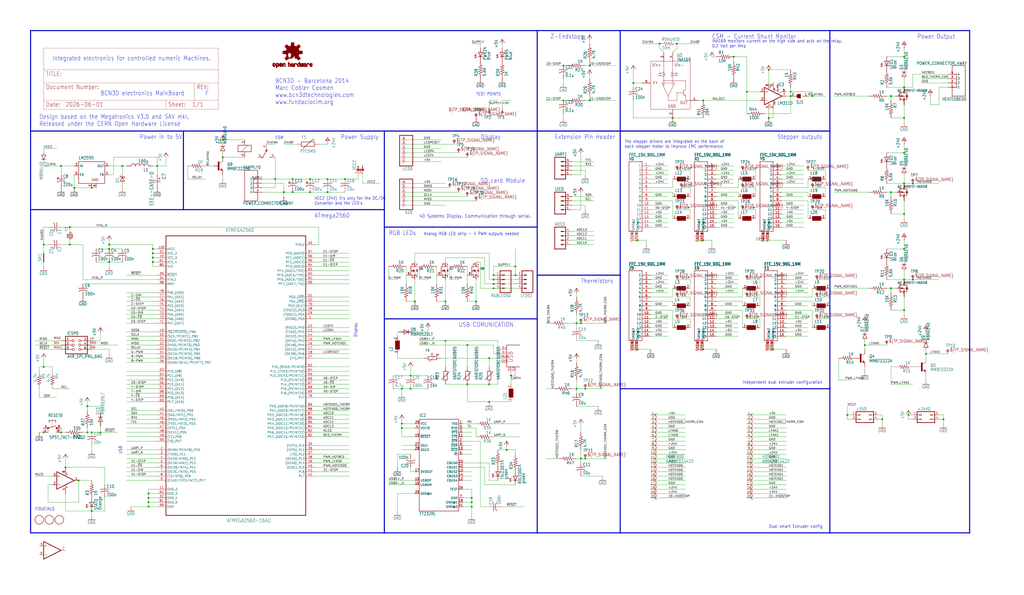
<source format=kicad_sch>
(kicad_sch (version 20230121) (generator eeschema)
  (paper "User" 595.503 345.948)
  (lib_symbols
    (symbol "working-eagle-import:+24V" (power)
      (property "Value" "+24V" (at -2.54 -5.08 90))
      (symbol "+24V_1_0"
        (pin power_in line (at 0 -2.54 90) (length 2.54) (name "+24V") (number "1"))
      )
    )
    (symbol "working-eagle-import:+5V" (power)
      (property "Value" "+5V" (at -2.54 -5.08 90))
      (symbol "+5V_1_0"
        (pin power_in line (at 0 -2.54 90) (length 2.54) (name "+5V") (number "1"))
      )
    )
    (symbol "working-eagle-import:68612014422"
      (property "Reference" "K" (at 1.27 0.238 0))
      (symbol "68612014422_1_0"
        (pin passive line (at -7.62 25.4 0) (length 2.54) (name "1") (number "1"))
        (pin passive line (at -7.62 2.54 0) (length 2.54) (name "10") (number "10"))
        (pin passive line (at -7.62 0 0) (length 2.54) (name "11") (number "11"))
        (pin passive line (at -7.62 -2.54 0) (length 2.54) (name "12") (number "12"))
        (pin passive line (at -7.62 -5.08 0) (length 2.54) (name "13") (number "13"))
        (pin passive line (at -7.62 -7.62 0) (length 2.54) (name "14") (number "14"))
        (pin passive line (at -7.62 -10.16 0) (length 2.54) (name "15") (number "15"))
        (pin passive line (at -7.62 -12.7 0) (length 2.54) (name "16") (number "16"))
        (pin passive line (at -7.62 -15.24 0) (length 2.54) (name "17") (number "17"))
        (pin passive line (at -7.62 -17.78 0) (length 2.54) (name "18") (number "18"))
        (pin passive line (at -7.62 -20.32 0) (length 2.54) (name "19") (number "19"))
        (pin passive line (at -7.62 22.86 0) (length 2.54) (name "2") (number "2"))
        (pin passive line (at -7.62 -22.86 0) (length 2.54) (name "20") (number "20"))
        (pin passive line (at -7.62 20.32 0) (length 2.54) (name "3") (number "3"))
        (pin passive line (at -7.62 17.78 0) (length 2.54) (name "4") (number "4"))
        (pin passive line (at -7.62 15.24 0) (length 2.54) (name "5") (number "5"))
        (pin passive line (at -7.62 12.7 0) (length 2.54) (name "6") (number "6"))
        (pin passive line (at -7.62 10.16 0) (length 2.54) (name "7") (number "7"))
        (pin passive line (at -7.62 7.62 0) (length 2.54) (name "8") (number "8"))
        (pin passive line (at -7.62 5.08 0) (length 2.54) (name "9") (number "9"))
      )
    )
    (symbol "working-eagle-import:ATMEGA2560-16AU"
      (property "Reference" "U" (at -6.0452 80.9244 0))
      (symbol "ATMEGA2560-16AU_1_0"
        (pin bidirectional line (at 45.72 30.48 180) (length 5.08) (name "(OC0B)_PG5") (number "1"))
        (pin power_in line (at -45.72 66.04 0) (length 5.08) (name "VCC_3") (number "10"))
        (pin power_in line (at -45.72 71.12 0) (length 5.08) (name "AVCC") (number "100"))
        (pin passive line (at -45.72 -68.58 0) (length 5.08) (name "GND_2") (number "11"))
        (pin bidirectional line (at 45.72 25.4 180) (length 5.08) (name "(RXD2)_PH0") (number "12"))
        (pin bidirectional line (at 45.72 22.86 180) (length 5.08) (name "(TXD2)_PH1") (number "13"))
        (pin bidirectional line (at 45.72 20.32 180) (length 5.08) (name "(XCK2)_PH2") (number "14"))
        (pin bidirectional line (at 45.72 17.78 180) (length 5.08) (name "(OC4A)_PH3") (number "15"))
        (pin bidirectional line (at 45.72 15.24 180) (length 5.08) (name "(OC4B)_PH4") (number "16"))
        (pin bidirectional line (at 45.72 12.7 180) (length 5.08) (name "(OC4C)_PH5") (number "17"))
        (pin bidirectional line (at 45.72 10.16 180) (length 5.08) (name "(OC2B)_PH6") (number "18"))
        (pin bidirectional line (at -45.72 22.86 0) (length 5.08) (name "(~{SS/PCINT0})_PB0") (number "19"))
        (pin bidirectional line (at -45.72 -45.72 0) (length 5.08) (name "(RXD0/PCINT8)_PE0") (number "2"))
        (pin bidirectional line (at -45.72 20.32 0) (length 5.08) (name "(SCK/PCINT1)_PB1") (number "20"))
        (pin bidirectional line (at -45.72 17.78 0) (length 5.08) (name "(MOSI/PCINT2)_PB2") (number "21"))
        (pin bidirectional line (at -45.72 15.24 0) (length 5.08) (name "(MISO/PCINT3)_PB3") (number "22"))
        (pin bidirectional line (at -45.72 12.7 0) (length 5.08) (name "(OC2A/PCINT4)_PB4") (number "23"))
        (pin bidirectional line (at -45.72 10.16 0) (length 5.08) (name "(OC1A/PCINT5)_PB5") (number "24"))
        (pin bidirectional line (at -45.72 7.62 0) (length 5.08) (name "(OC1B/PCINT6)_PB6") (number "25"))
        (pin bidirectional line (at -45.72 5.08 0) (length 5.08) (name "(OC0A/OC1C/PCINT7)_PB7") (number "26"))
        (pin bidirectional line (at 45.72 7.62 180) (length 5.08) (name "(T4)_PH7") (number "27"))
        (pin bidirectional line (at 45.72 35.56 180) (length 5.08) (name "(TOSC2)_PG3") (number "28"))
        (pin bidirectional line (at 45.72 33.02 180) (length 5.08) (name "(TOSC1)_PG4") (number "29"))
        (pin bidirectional line (at -45.72 -48.26 0) (length 5.08) (name "(TXD0)_PE1") (number "3"))
        (pin input line (at -45.72 55.88 0) (length 5.08) (name "~{RESET}") (number "30"))
        (pin power_in line (at -45.72 68.58 0) (length 5.08) (name "VCC_2") (number "31"))
        (pin passive line (at -45.72 -73.66 0) (length 5.08) (name "GND_4") (number "32"))
        (pin output line (at 45.72 73.66 180) (length 5.08) (name "XTAL2") (number "33"))
        (pin input line (at -45.72 53.34 0) (length 5.08) (name "XTAL1") (number "34"))
        (pin bidirectional line (at 45.72 -43.18 180) (length 5.08) (name "(ICP4)_PL0") (number "35"))
        (pin bidirectional line (at 45.72 -45.72 180) (length 5.08) (name "(ICP5)_PL1") (number "36"))
        (pin bidirectional line (at 45.72 -48.26 180) (length 5.08) (name "(T5)_PL2") (number "37"))
        (pin bidirectional line (at 45.72 -50.8 180) (length 5.08) (name "(OC5A)_PL3") (number "38"))
        (pin bidirectional line (at 45.72 -53.34 180) (length 5.08) (name "(OC5B)_PL4") (number "39"))
        (pin bidirectional line (at -45.72 -50.8 0) (length 5.08) (name "(XCK0/AIN0)_PE2") (number "4"))
        (pin bidirectional line (at 45.72 -55.88 180) (length 5.08) (name "OC5C)_PL5") (number "40"))
        (pin bidirectional line (at 45.72 -58.42 180) (length 5.08) (name "PL6") (number "41"))
        (pin bidirectional line (at 45.72 -60.96 180) (length 5.08) (name "PL7") (number "42"))
        (pin bidirectional line (at -45.72 -22.86 0) (length 5.08) (name "(SCL/INT0)_PD0") (number "43"))
        (pin bidirectional line (at -45.72 -25.4 0) (length 5.08) (name "(SDA/INT1)_PD1") (number "44"))
        (pin bidirectional line (at -45.72 -27.94 0) (length 5.08) (name "(RXD1/INT2)_PD2") (number "45"))
        (pin bidirectional line (at -45.72 -30.48 0) (length 5.08) (name "(TXD1/INT3)_PD3") (number "46"))
        (pin bidirectional line (at -45.72 -33.02 0) (length 5.08) (name "(ICP1)_PD4") (number "47"))
        (pin bidirectional line (at -45.72 -35.56 0) (length 5.08) (name "(XCK1)_PD5") (number "48"))
        (pin bidirectional line (at -45.72 -38.1 0) (length 5.08) (name "(T1)_PD6") (number "49"))
        (pin bidirectional line (at -45.72 -53.34 0) (length 5.08) (name "(OC3A/AIN1)_PE3") (number "5"))
        (pin bidirectional line (at -45.72 -40.64 0) (length 5.08) (name "(T0)_PD7") (number "50"))
        (pin bidirectional line (at 45.72 43.18 180) (length 5.08) (name "PG0_(~{WR})") (number "51"))
        (pin bidirectional line (at 45.72 40.64 180) (length 5.08) (name "PG1_(~{RD})") (number "52"))
        (pin bidirectional line (at -45.72 0 0) (length 5.08) (name "PC0_(A8)") (number "53"))
        (pin bidirectional line (at -45.72 -2.54 0) (length 5.08) (name "PC1_(A9)") (number "54"))
        (pin bidirectional line (at -45.72 -5.08 0) (length 5.08) (name "PC2_(A10)") (number "55"))
        (pin bidirectional line (at -45.72 -7.62 0) (length 5.08) (name "PC3_(A11)") (number "56"))
        (pin bidirectional line (at -45.72 -10.16 0) (length 5.08) (name "PC4_(A12)") (number "57"))
        (pin bidirectional line (at -45.72 -12.7 0) (length 5.08) (name "PC5_(A13)") (number "58"))
        (pin bidirectional line (at -45.72 -15.24 0) (length 5.08) (name "PC6_(A14)") (number "59"))
        (pin bidirectional line (at -45.72 -55.88 0) (length 5.08) (name "(OC3B/INT4)_PE4") (number "6"))
        (pin bidirectional line (at -45.72 -17.78 0) (length 5.08) (name "PC7_(A15)") (number "60"))
        (pin power_in line (at -45.72 63.5 0) (length 5.08) (name "VCC_4") (number "61"))
        (pin passive line (at -45.72 -71.12 0) (length 5.08) (name "GND_3") (number "62"))
        (pin bidirectional line (at 45.72 2.54 180) (length 5.08) (name "PJ0_(RXD3/PCINT9)") (number "63"))
        (pin bidirectional line (at 45.72 0 180) (length 5.08) (name "PJ1_(TXD3/PCINT10)") (number "64"))
        (pin bidirectional line (at 45.72 -2.54 180) (length 5.08) (name "PJ2_(XCK3/PCINT11)") (number "65"))
        (pin bidirectional line (at 45.72 -5.08 180) (length 5.08) (name "PJ3_(PCINT12)") (number "66"))
        (pin bidirectional line (at 45.72 -7.62 180) (length 5.08) (name "PJ4_(PCINT13)") (number "67"))
        (pin bidirectional line (at 45.72 -10.16 180) (length 5.08) (name "PJ5_(PCINT14)") (number "68"))
        (pin bidirectional line (at 45.72 -12.7 180) (length 5.08) (name "PJ6_(PCINT15)") (number "69"))
        (pin bidirectional line (at -45.72 -58.42 0) (length 5.08) (name "(OC3C/INT5)_PE5") (number "7"))
        (pin bidirectional line (at 45.72 38.1 180) (length 5.08) (name "PG2_(ALE)") (number "70"))
        (pin bidirectional line (at -45.72 27.94 0) (length 5.08) (name "PA7_(AD7)") (number "71"))
        (pin bidirectional line (at -45.72 30.48 0) (length 5.08) (name "PA6_(AD6)") (number "72"))
        (pin bidirectional line (at -45.72 33.02 0) (length 5.08) (name "PA5_(AD5)") (number "73"))
        (pin bidirectional line (at -45.72 35.56 0) (length 5.08) (name "PA4_(AD4)") (number "74"))
        (pin bidirectional line (at -45.72 38.1 0) (length 5.08) (name "PA3_(AD3)") (number "75"))
        (pin bidirectional line (at -45.72 40.64 0) (length 5.08) (name "PA2_(AD2)") (number "76"))
        (pin bidirectional line (at -45.72 43.18 0) (length 5.08) (name "PA1_(AD1)") (number "77"))
        (pin bidirectional line (at -45.72 45.72 0) (length 5.08) (name "PA0_(AD0)") (number "78"))
        (pin bidirectional line (at 45.72 -15.24 180) (length 5.08) (name "PJ7") (number "79"))
        (pin bidirectional line (at -45.72 -60.96 0) (length 5.08) (name "(T3/INT6)_PE6") (number "8"))
        (pin power_in line (at -45.72 60.96 0) (length 5.08) (name "VCC") (number "80"))
        (pin passive line (at -45.72 -76.2 0) (length 5.08) (name "GND_5") (number "81"))
        (pin bidirectional line (at 45.72 -38.1 180) (length 5.08) (name "PK7_(ADC15/PCINT23)") (number "82"))
        (pin bidirectional line (at 45.72 -35.56 180) (length 5.08) (name "PK6_(ADC14/PCINT22)") (number "83"))
        (pin bidirectional line (at 45.72 -33.02 180) (length 5.08) (name "PK5_(ADC13/PCINT21)") (number "84"))
        (pin bidirectional line (at 45.72 -30.48 180) (length 5.08) (name "PK4_(ADC12/PCINT20)") (number "85"))
        (pin bidirectional line (at 45.72 -27.94 180) (length 5.08) (name "PK3_(ADC11/PCINT19)") (number "86"))
        (pin bidirectional line (at 45.72 -25.4 180) (length 5.08) (name "PK2_(ADC10/PCINT18)") (number "87"))
        (pin bidirectional line (at 45.72 -22.86 180) (length 5.08) (name "PK1_(ADC9/PCINT17)") (number "88"))
        (pin bidirectional line (at 45.72 -20.32 180) (length 5.08) (name "PK0_(ADC8/PCINT16)") (number "89"))
        (pin bidirectional line (at -45.72 -63.5 0) (length 5.08) (name "(CLKO/ICP3/INT7)_PE7") (number "9"))
        (pin bidirectional line (at 45.72 50.8 180) (length 5.08) (name "PF7_(ADC7/TDI)") (number "90"))
        (pin bidirectional line (at 45.72 53.34 180) (length 5.08) (name "PF6_(ADC6/TDO)") (number "91"))
        (pin bidirectional line (at 45.72 55.88 180) (length 5.08) (name "PF5_(ADC5/TMS)") (number "92"))
        (pin bidirectional line (at 45.72 58.42 180) (length 5.08) (name "PF4_(ADC4/TCK)") (number "93"))
        (pin bidirectional line (at 45.72 60.96 180) (length 5.08) (name "PF3_(ADC3)") (number "94"))
        (pin bidirectional line (at 45.72 63.5 180) (length 5.08) (name "PF2_(ADC2)") (number "95"))
        (pin bidirectional line (at 45.72 66.04 180) (length 5.08) (name "PF1_(ADC1)") (number "96"))
        (pin bidirectional line (at 45.72 68.58 180) (length 5.08) (name "PF0_(ADC0)") (number "97"))
        (pin input line (at -45.72 50.8 0) (length 5.08) (name "AREF") (number "98"))
        (pin passive line (at -45.72 -78.74 0) (length 5.08) (name "GND") (number "99"))
      )
    )
    (symbol "working-eagle-import:AVR_SPI_PRG_6NS"
      (property "Reference" "JP" (at -4.318 5.842 0))
      (symbol "AVR_SPI_PRG_6NS_1_0"
        (text "+5" (at 8.89 3.048 0) (effects (font (size 1.27 1.0795)) (justify left bottom)))
        (text "GND" (at 8.89 -2.032 0) (effects (font (size 1.27 1.0795)) (justify left bottom)))
        (text "MISO" (at -11.938 3.302 0) (effects (font (size 1.27 1.0795)) (justify left bottom)))
        (text "MOSI" (at 8.89 0.635 0) (effects (font (size 1.27 1.0795)) (justify left bottom)))
        (text "RESET" (at -11.938 -2.032 0) (effects (font (size 1.27 1.0795)) (justify left bottom)))
        (text "SCK" (at -11.938 0.508 0) (effects (font (size 1.27 1.0795)) (justify left bottom)))
        (pin passive inverted (at -7.62 2.54 0) (length 7.62) (name "1") (number "1"))
        (pin passive inverted (at 10.16 2.54 180) (length 7.62) (name "2") (number "2"))
        (pin passive inverted (at -7.62 0 0) (length 7.62) (name "3") (number "3"))
        (pin passive inverted (at 10.16 0 180) (length 7.62) (name "4") (number "4"))
        (pin passive inverted (at -7.62 -2.54 0) (length 7.62) (name "5") (number "5"))
        (pin passive inverted (at 10.16 -2.54 180) (length 7.62) (name "6") (number "6"))
      )
    )
    (symbol "working-eagle-import:C-USC0805"
      (property "Reference" "C" (at 1.016 0.635 0))
      (symbol "C-USC0805_1_0"
        (pin passive line (at 0 2.54 270) (length 2.54) (name "1") (number "1"))
        (pin passive line (at 0 -5.08 90) (length 2.54) (name "2") (number "2"))
      )
    )
    (symbol "working-eagle-import:CPOL-USUD-8X10"
      (property "Reference" "C" (at 1.016 0.635 0))
      (symbol "CPOL-USUD-8X10_1_0"
        (pin passive line (at 0 2.54 270) (length 2.54) (name "+") (number "+"))
        (pin passive line (at 0 -5.08 90) (length 2.54) (name "-") (number "-"))
      )
    )
    (symbol "working-eagle-import:CRYSTALHC49US"
      (property "Reference" "Y" (at 2.54 1.016 0))
      (symbol "CRYSTALHC49US_1_0"
        (text "1" (at -2.159 -1.143 0) (effects (font (size 0.8636 0.734)) (justify left bottom)))
        (text "2" (at 1.524 -1.143 0) (effects (font (size 0.8636 0.734)) (justify left bottom)))
        (pin passive line (at -2.54 0 0) (length 0) (name "1") (number "1"))
        (pin passive line (at 2.54 0 180) (length 0) (name "2") (number "2"))
      )
    )
    (symbol "working-eagle-import:DIODESMA"
      (property "Reference" "D" (at 2.54 0.4826 0))
      (symbol "DIODESMA_1_0"
        (pin passive line (at -2.54 0 0) (length 0) (name "A") (number "A"))
        (pin passive line (at 2.54 0 180) (length 0) (name "C") (number "C"))
      )
    )
    (symbol "working-eagle-import:DOCFIELD"
      (symbol "DOCFIELD_1_0"
        (text "${#}/${##}" (at 86.36 1.27 0) (effects (font (size 2.54 2.159)) (justify left bottom)))
        (text "${CURRENT_DATE}" (at 12.7 1.27 0) (effects (font (size 2.54 2.159)) (justify left bottom)))
        (text "${PROJECTNAME}" (at 17.78 19.05 0) (effects (font (size 2.54 2.159)) (justify left bottom)))
        (text "Date:" (at 1.27 1.27 0) (effects (font (size 2.54 2.159)) (justify left bottom)))
        (text "Document Number:" (at 1.27 11.43 0) (effects (font (size 2.54 2.159)) (justify left bottom)))
        (text "REV:" (at 88.9 11.43 0) (effects (font (size 2.54 2.159)) (justify left bottom)))
        (text "Sheet:" (at 72.39 1.27 0) (effects (font (size 2.54 2.159)) (justify left bottom)))
        (text "TITLE:" (at 1.27 19.05 0) (effects (font (size 2.54 2.159)) (justify left bottom)))
      )
    )
    (symbol "working-eagle-import:EEE--CASE-D"
      (property "Reference" "C" (at -0.9144 2.7686 0))
      (symbol "EEE--CASE-D_1_0"
        (pin passive line (at 0 0 0) (length 2.54) (name "1") (number "1"))
        (pin passive line (at 7.62 0 180) (length 2.54) (name "2") (number "2"))
      )
    )
    (symbol "working-eagle-import:FFC_15V_90G_1MM"
      (property "Reference" "FFC" (at -5.334 25.908 0))
      (symbol "FFC_15V_90G_1MM_1_0"
        (pin bidirectional line (at 7.62 22.86 180) (length 5.08) (name "1") (number "1"))
        (pin bidirectional line (at 7.62 0 180) (length 5.08) (name "10") (number "10"))
        (pin bidirectional line (at 7.62 -2.54 180) (length 5.08) (name "11") (number "11"))
        (pin bidirectional line (at 7.62 -5.08 180) (length 5.08) (name "12") (number "12"))
        (pin bidirectional line (at 7.62 -7.62 180) (length 5.08) (name "13") (number "13"))
        (pin bidirectional line (at 7.62 -10.16 180) (length 5.08) (name "14") (number "14"))
        (pin bidirectional line (at 7.62 -12.7 180) (length 5.08) (name "15") (number "15"))
        (pin bidirectional line (at 7.62 20.32 180) (length 5.08) (name "2") (number "2"))
        (pin bidirectional line (at 7.62 17.78 180) (length 5.08) (name "3") (number "3"))
        (pin bidirectional line (at 7.62 15.24 180) (length 5.08) (name "4") (number "4"))
        (pin bidirectional line (at 7.62 12.7 180) (length 5.08) (name "5") (number "5"))
        (pin bidirectional line (at 7.62 10.16 180) (length 5.08) (name "6") (number "6"))
        (pin bidirectional line (at 7.62 7.62 180) (length 5.08) (name "7") (number "7"))
        (pin bidirectional line (at 7.62 5.08 180) (length 5.08) (name "8") (number "8"))
        (pin bidirectional line (at 7.62 2.54 180) (length 5.08) (name "9") (number "9"))
        (pin bidirectional line (at 0 -20.32 90) (length 5.08) (name "GND@1") (number "GND@1"))
        (pin bidirectional line (at -2.54 -20.32 90) (length 5.08) (name "GND@2") (number "GND@2"))
      )
    )
    (symbol "working-eagle-import:FIDUCIAL")
    (symbol "working-eagle-import:FT232RL"
      (property "Reference" "IC" (at -10.16 26.67 0))
      (symbol "FT232RL_1_0"
        (pin output line (at 15.24 22.86 180) (length 2.54) (name "TXD") (number "1"))
        (pin input line (at 15.24 7.62 180) (length 2.54) (name "~{DCD}") (number "10"))
        (pin input line (at 15.24 15.24 180) (length 2.54) (name "~{CTS}") (number "11"))
        (pin bidirectional line (at 15.24 -10.16 180) (length 2.54) (name "CBUS4") (number "12"))
        (pin bidirectional line (at 15.24 -5.08 180) (length 2.54) (name "CBUS2") (number "13"))
        (pin bidirectional line (at 15.24 -7.62 180) (length 2.54) (name "CBUS3") (number "14"))
        (pin bidirectional line (at -12.7 -10.16 0) (length 2.54) (name "USBDP") (number "15"))
        (pin bidirectional line (at -12.7 -12.7 0) (length 2.54) (name "USBDM") (number "16"))
        (pin output line (at -12.7 -5.08 0) (length 2.54) (name "3V3OUT") (number "17"))
        (pin power_in line (at 15.24 -22.86 180) (length 2.54) (name "GND@1") (number "18"))
        (pin input line (at -12.7 15.24 0) (length 2.54) (name "~{RESET}") (number "19"))
        (pin output line (at 15.24 12.7 180) (length 2.54) (name "~{DTR}") (number "2"))
        (pin power_in line (at -12.7 22.86 0) (length 2.54) (name "VCC") (number "20"))
        (pin power_in line (at 15.24 -25.4 180) (length 2.54) (name "GND@2") (number "21"))
        (pin bidirectional line (at 15.24 -2.54 180) (length 2.54) (name "CBUS1") (number "22"))
        (pin bidirectional line (at 15.24 0 180) (length 2.54) (name "CBUS0") (number "23"))
        (pin power_in line (at -12.7 -17.78 0) (length 2.54) (name "GND@A") (number "25"))
        (pin input line (at 15.24 -15.24 180) (length 2.54) (name "TEST") (number "26"))
        (pin input line (at -12.7 10.16 0) (length 2.54) (name "OSCI") (number "27"))
        (pin output line (at -12.7 7.62 0) (length 2.54) (name "OSCO") (number "28"))
        (pin output line (at 15.24 17.78 180) (length 2.54) (name "~{RTS}") (number "3"))
        (pin power_in line (at -12.7 20.32 0) (length 2.54) (name "VCCIO") (number "4"))
        (pin input line (at 15.24 20.32 180) (length 2.54) (name "RXD") (number "5"))
        (pin input line (at 15.24 5.08 180) (length 2.54) (name "~{RI}") (number "6"))
        (pin power_in line (at 15.24 -20.32 180) (length 2.54) (name "GND") (number "7"))
        (pin input line (at 15.24 10.16 180) (length 2.54) (name "~{DSR}") (number "9"))
      )
    )
    (symbol "working-eagle-import:G5L"
      (symbol "G5L_1_0"
        (pin passive line (at 0 5.08 270) (length 2.54) (name "1") (number "1"))
        (pin passive line (at 0 -5.08 90) (length 2.54) (name "2") (number "2"))
      )
      (symbol "G5L_2_0"
        (pin passive line (at 5.08 5.08 180) (length 2.54) (name "O") (number "O"))
        (pin passive line (at 0 -2.54 90) (length 2.54) (name "P") (number "P"))
        (pin passive line (at -5.08 5.08 0) (length 2.54) (name "S") (number "S"))
      )
    )
    (symbol "working-eagle-import:GND" (power)
      (property "Value" "GND" (at -2.54 -2.54 0))
      (symbol "GND_1_0"
        (pin power_in line (at 0 2.54 270) (length 2.54) (name "GND") (number "1"))
      )
    )
    (symbol "working-eagle-import:INA169"
      (property "Reference" "U" (at 2.54 17.78 0))
      (symbol "INA169_1_0"
        (text "1k" (at -6.35 6.096 900) (effects (font (size 1.778 1.5113)) (justify left bottom)))
        (text "1k" (at 3.048 6.096 900) (effects (font (size 1.778 1.5113)) (justify left bottom)))
        (text "GND" (at -2.794 -11.938 0) (effects (font (size 1.778 1.5113)) (justify left bottom)))
        (text "OUT" (at 4.318 -9.906 0) (effects (font (size 1.778 1.5113)) (justify left bottom)))
        (text "V+" (at -11.684 1.778 0) (effects (font (size 1.778 1.5113)) (justify left bottom)))
        (text "Vin+" (at -6.604 11.938 0) (effects (font (size 1.778 1.5113)) (justify right bottom)))
        (text "Vin-" (at 1.016 11.938 0) (effects (font (size 1.778 1.5113)) (justify left bottom)))
        (pin bidirectional line (at 15.24 -7.62 180) (length 5.08) (name "OUT") (number "1"))
        (pin bidirectional line (at 0 -17.78 90) (length 5.08) (name "GND") (number "2"))
        (pin bidirectional line (at -5.08 20.32 270) (length 5.08) (name "VIN+") (number "3"))
        (pin bidirectional line (at 0 20.32 270) (length 5.08) (name "VIN-") (number "4"))
        (pin bidirectional line (at -17.78 2.54 0) (length 5.08) (name "V+") (number "5"))
      )
    )
    (symbol "working-eagle-import:INDUCTANCE"
      (property "Reference" "L" (at -1.27 -5.08 90))
      (symbol "INDUCTANCE_1_0"
        (pin passive line (at 0 7.62 270) (length 2.54) (name "1") (number "A"))
        (pin passive line (at 0 -7.62 90) (length 2.54) (name "2") (number "B"))
      )
    )
    (symbol "working-eagle-import:JP1E"
      (property "Reference" "JP" (at -1.27 0 90))
      (symbol "JP1E_1_0"
        (pin passive line (at 0 -2.54 90) (length 2.54) (name "1") (number "1"))
        (pin passive line (at 2.54 -2.54 90) (length 2.54) (name "2") (number "2"))
      )
    )
    (symbol "working-eagle-import:JP2Q"
      (property "Reference" "JP" (at -2.54 -5.08 90))
      (symbol "JP2Q_1_0"
        (pin passive line (at 0 -7.62 90) (length 2.54) (name "1") (number "1"))
        (pin passive line (at 0 7.62 270) (length 2.54) (name "2") (number "2"))
        (pin passive line (at 2.54 -7.62 90) (length 2.54) (name "3") (number "3"))
        (pin passive line (at 2.54 7.62 270) (length 2.54) (name "4") (number "4"))
      )
    )
    (symbol "working-eagle-import:LEDCHIP-LED0805"
      (property "Reference" "LED" (at 3.556 -4.572 90))
      (symbol "LEDCHIP-LED0805_1_0"
        (pin passive line (at 0 2.54 270) (length 2.54) (name "A") (number "A"))
        (pin passive line (at 0 -5.08 90) (length 2.54) (name "C") (number "C"))
      )
    )
    (symbol "working-eagle-import:LM2595"
      (property "Reference" "IC" (at -7.62 6.35 0))
      (symbol "LM2595_1_0"
        (text "GND" (at 0 -6.35 0) (effects (font (size 1.4224 1.209)) (justify left bottom)))
        (pin output line (at 10.16 2.54 180) (length 2.54) (name "OUT") (number "1"))
        (pin input line (at -10.16 2.54 0) (length 2.54) (name "IN") (number "2"))
        (pin power_in line (at 0 -10.16 90) (length 2.54) (name "GND") (number "3"))
        (pin input line (at 10.16 -2.54 180) (length 2.54) (name "FB") (number "4"))
        (pin input line (at -10.16 -2.54 0) (length 2.54) (name "EN") (number "5"))
        (pin power_in line (at 2.54 -10.16 90) (length 2.54) (name "GND@1") (number "6"))
      )
    )
    (symbol "working-eagle-import:LM311D"
      (property "Reference" "IC" (at 2.54 5.715 0))
      (symbol "LM311D_1_0"
        (text "GND" (at 1.27 -5.08 900) (effects (font (size 0.8128 0.6908)) (justify left bottom)))
        (text "ON" (at 1.27 3.175 900) (effects (font (size 0.8128 0.6908)) (justify left bottom)))
        (text "ON/STR" (at 3.175 2.54 900) (effects (font (size 0.8128 0.6908)) (justify left bottom)))
        (text "V+" (at -1.27 4.445 900) (effects (font (size 0.8128 0.6908)) (justify left bottom)))
        (text "V-" (at -1.27 -5.715 900) (effects (font (size 0.8128 0.6908)) (justify left bottom)))
        (pin passive line (at 0 -7.62 90) (length 2.54) (name "GND") (number "1"))
        (pin input line (at -7.62 2.54 0) (length 2.54) (name "+IN") (number "2"))
        (pin input line (at -7.62 -2.54 0) (length 2.54) (name "-IN") (number "3"))
        (pin power_in line (at -2.54 -7.62 90) (length 2.54) (name "V-") (number "4"))
        (pin passive line (at 0 7.62 270) (length 2.54) (name "ON") (number "5"))
        (pin passive line (at 7.62 2.54 180) (length 2.54) (name "ON/STR") (number "6"))
        (pin output line (at 7.62 0 180) (length 2.54) (name "OUT") (number "7"))
        (pin power_in line (at -2.54 7.62 270) (length 2.54) (name "V+") (number "8"))
      )
    )
    (symbol "working-eagle-import:LM358D"
      (symbol "LM358D_1_0"
        (pin output line (at 7.62 0 180) (length 2.54) (name "OUT") (number "1"))
        (pin input line (at -7.62 -2.54 0) (length 2.54) (name "-IN") (number "2"))
        (pin input line (at -7.62 2.54 0) (length 2.54) (name "+IN") (number "3"))
      )
      (symbol "LM358D_2_0"
        (pin input line (at -7.62 2.54 0) (length 2.54) (name "+IN") (number "5"))
        (pin input line (at -7.62 -2.54 0) (length 2.54) (name "-IN") (number "6"))
        (pin output line (at 7.62 0 180) (length 2.54) (name "OUT") (number "7"))
      )
      (symbol "LM358D_3_0"
        (text "V+" (at 1.27 3.175 900) (effects (font (size 0.8128 0.6908)) (justify left bottom)))
        (text "V-" (at 1.27 -4.445 900) (effects (font (size 0.8128 0.6908)) (justify left bottom)))
        (pin power_in line (at 0 -7.62 90) (length 5.08) (name "V-") (number "4"))
        (pin power_in line (at 0 7.62 270) (length 5.08) (name "V+") (number "8"))
      )
    )
    (symbol "working-eagle-import:M04PTH"
      (property "Reference" "JP" (at -5.08 8.382 0))
      (symbol "M04PTH_1_0"
        (pin passive line (at 5.08 -2.54 180) (length 5.08) (name "1") (number "1"))
        (pin passive line (at 5.08 0 180) (length 5.08) (name "2") (number "2"))
        (pin passive line (at 5.08 2.54 180) (length 5.08) (name "3") (number "3"))
        (pin passive line (at 5.08 5.08 180) (length 5.08) (name "4") (number "4"))
      )
    )
    (symbol "working-eagle-import:MBR0520LT"
      (property "Reference" "D" (at 2.54 0.4826 0))
      (symbol "MBR0520LT_1_0"
        (text "SpiceOrder 1" (at -2.54 0 0) (effects (font (size 0.4064 0.3454))))
        (text "SpiceOrder 2" (at 2.54 0 0) (effects (font (size 0.4064 0.3454))))
        (pin passive line (at -2.54 0 0) (length 2.54) (name "A") (number "A"))
        (pin passive line (at 2.54 0 180) (length 2.54) (name "C") (number "C"))
      )
    )
    (symbol "working-eagle-import:MICROBUILDER_PTC1206_L"
      (property "Reference" "PTC" (at -3.81 3.81 0))
      (symbol "MICROBUILDER_PTC1206_L_1_0"
        (pin passive line (at 5.08 0 180) (length 2.54) (name "1") (number "1"))
        (pin passive line (at -5.08 0 0) (length 2.54) (name "2") (number "2"))
      )
    )
    (symbol "working-eagle-import:MOSFET-NREFLOW"
      (property "Reference" "Q" (at 5.08 0.635 0))
      (symbol "MOSFET-NREFLOW_1_0"
        (text "D" (at 3.175 3.175 0) (effects (font (size 0.8128 0.6908)) (justify left bottom)))
        (text "G" (at -1.27 -1.905 0) (effects (font (size 0.8128 0.6908)) (justify left bottom)))
        (text "S" (at 3.175 -3.81 0) (effects (font (size 0.8128 0.6908)) (justify left bottom)))
        (pin bidirectional line (at -2.54 -2.54 0) (length 2.54) (name "G") (number "1"))
        (pin bidirectional line (at 2.54 -5.08 90) (length 2.54) (name "S") (number "2"))
        (pin bidirectional line (at 2.54 5.08 270) (length 2.54) (name "D") (number "3"))
      )
    )
    (symbol "working-eagle-import:MOSFET-NSOIC8"
      (property "Reference" "Q" (at -3.81 2.54 0))
      (symbol "MOSFET-NSOIC8_1_0"
        (text "D" (at -0.635 2.2225 0) (effects (font (size 0.8128 0.6908)) (justify left bottom)))
        (text "G" (at -3.4925 0 0) (effects (font (size 0.8128 0.6908)) (justify left bottom)))
        (text "S" (at -0.635 -3.175 0) (effects (font (size 0.8128 0.6908)) (justify left bottom)))
        (pin passive line (at 0 -5.08 90) (length 2.54) (name "S") (number "1"))
        (pin passive line (at 0 -5.08 90) (length 2.54) (name "S") (number "2"))
        (pin passive line (at 0 -5.08 90) (length 2.54) (name "S") (number "3"))
        (pin passive line (at -5.08 0 0) (length 2.54) (name "G") (number "4"))
        (pin passive line (at 0 5.08 270) (length 2.54) (name "D") (number "5"))
        (pin passive line (at 0 5.08 270) (length 2.54) (name "D") (number "6"))
        (pin passive line (at 0 5.08 270) (length 2.54) (name "D") (number "7"))
        (pin passive line (at 0 5.08 270) (length 2.54) (name "D") (number "8"))
      )
    )
    (symbol "working-eagle-import:OSHW-LOGOM")
    (symbol "working-eagle-import:PINHD-1X6"
      (property "Reference" "JP" (at -6.35 10.795 0))
      (symbol "PINHD-1X6_1_0"
        (pin passive inverted (at -2.54 7.62 0) (length 2.54) (name "1") (number "1"))
        (pin passive inverted (at -2.54 5.08 0) (length 2.54) (name "2") (number "2"))
        (pin passive inverted (at -2.54 2.54 0) (length 2.54) (name "3") (number "3"))
        (pin passive inverted (at -2.54 0 0) (length 2.54) (name "4") (number "4"))
        (pin passive inverted (at -2.54 -2.54 0) (length 2.54) (name "5") (number "5"))
        (pin passive inverted (at -2.54 -5.08 0) (length 2.54) (name "6") (number "6"))
      )
    )
    (symbol "working-eagle-import:POWER_CONNECTOR_4WAY"
      (property "Reference" "PC" (at -5.842 10.922 0))
      (symbol "POWER_CONNECTOR_4WAY_1_0"
        (pin bidirectional line (at 5.08 5.08 180) (length 5.08) (name "1") (number "1"))
        (pin bidirectional line (at 5.08 2.54 180) (length 5.08) (name "2") (number "2"))
        (pin bidirectional line (at 5.08 0 180) (length 5.08) (name "3") (number "3"))
        (pin bidirectional line (at 5.08 -2.54 180) (length 5.08) (name "4") (number "4"))
      )
    )
    (symbol "working-eagle-import:PTCSMD"
      (property "Reference" "F" (at -2.54 3.048 0))
      (symbol "PTCSMD_1_0"
        (pin bidirectional line (at -5.08 0 0) (length 2.54) (name "1") (number "1"))
        (pin bidirectional line (at 7.62 0 180) (length 2.54) (name "2") (number "2"))
      )
    )
    (symbol "working-eagle-import:R-US_M0805"
      (property "Reference" "R" (at -3.81 1.4986 0))
      (symbol "R-US_M0805_1_0"
        (pin passive line (at -5.08 0 0) (length 2.54) (name "1") (number "1"))
        (pin passive line (at 5.08 0 180) (length 2.54) (name "2") (number "2"))
      )
    )
    (symbol "working-eagle-import:R-US_R0805"
      (property "Reference" "R" (at -3.81 1.4986 0))
      (symbol "R-US_R0805_1_0"
        (pin passive line (at -5.08 0 0) (length 2.54) (name "1") (number "1"))
        (pin passive line (at 5.08 0 180) (length 2.54) (name "2") (number "2"))
      )
    )
    (symbol "working-eagle-import:RESISTOR2512"
      (property "Reference" "R" (at -3.81 1.4986 0))
      (symbol "RESISTOR2512_1_0"
        (pin passive line (at -5.08 0 0) (length 2.54) (name "1") (number "1"))
        (pin passive line (at 5.08 0 180) (length 2.54) (name "2") (number "2"))
      )
    )
    (symbol "working-eagle-import:SCHOTTKY-DIODESMC"
      (property "Reference" "D" (at -2.286 1.905 0))
      (symbol "SCHOTTKY-DIODESMC_1_0"
        (pin passive line (at -2.54 0 0) (length 2.54) (name "A") (number "A"))
        (pin passive line (at 2.54 0 180) (length 2.54) (name "C") (number "C"))
      )
    )
    (symbol "working-eagle-import:SHORTT5"
      (property "Reference" "SH" (at -2.2225 1.27 0))
      (symbol "SHORTT5_1_0"
        (pin bidirectional line (at -2.54 0 0) (length 0) (name "P$1") (number "1"))
        (pin bidirectional line (at 2.54 0 0) (length 0) (name "P$2") (number "2"))
      )
    )
    (symbol "working-eagle-import:SJ"
      (property "Reference" "SJ" (at -2.54 2.54 0))
      (symbol "SJ_1_0"
        (pin passive line (at -5.08 0 0) (length 2.54) (name "1") (number "1"))
        (pin passive line (at 5.08 0 180) (length 2.54) (name "2") (number "2"))
      )
    )
    (symbol "working-eagle-import:SPST_TACT-EVQQ2"
      (property "Reference" "SW" (at -6.35 -2.54 90))
      (symbol "SPST_TACT-EVQQ2_1_0"
        (pin passive line (at 0 -5.08 90) (length 2.54) (name "P") (number "A"))
        (pin passive line (at 2.54 -5.08 90) (length 2.54) (name "P1") (number "A'"))
        (pin passive line (at 0 5.08 270) (length 2.54) (name "S") (number "B"))
        (pin passive line (at 2.54 5.08 270) (length 2.54) (name "S1") (number "B'"))
      )
    )
    (symbol "working-eagle-import:TPB2,54"
      (property "Reference" "TP" (at -1.27 1.27 0))
      (symbol "TPB2,54_1_0"
        (text "${TP_SIGNAL_NAME}" (at 1.27 -1.27 0) (effects (font (size 1.778 1.5113)) (justify left bottom)))
        (pin input line (at 0 -2.54 90) (length 2.54) (name "TP") (number "TP"))
      )
    )
    (symbol "working-eagle-import:TRANSISTOR_NPNMMBT2222A"
      (property "Reference" "Q" (at 5.08 0 0))
      (symbol "TRANSISTOR_NPNMMBT2222A_1_0"
        (pin passive line (at -2.54 0 0) (length 2.54) (name "B") (number "1"))
        (pin passive line (at 2.54 -5.08 90) (length 2.54) (name "E") (number "2"))
        (pin passive line (at 2.54 5.08 270) (length 2.54) (name "C") (number "3"))
      )
    )
    (symbol "working-eagle-import:USB+SHIELD"
      (symbol "USB+SHIELD_1_0"
        (text "USB" (at 3.81 0 900) (effects (font (size 2.54 2.159)) (justify left bottom)))
        (pin bidirectional line (at -2.54 7.62 0) (length 2.54) (name "D+") (number "D+"))
        (pin bidirectional line (at -2.54 5.08 0) (length 2.54) (name "D-") (number "D-"))
        (pin bidirectional line (at -2.54 0 0) (length 2.54) (name "GND") (number "GND"))
        (pin bidirectional line (at 2.54 -5.08 90) (length 2.54) (name "S1") (number "S1"))
        (pin bidirectional line (at 5.08 -5.08 90) (length 2.54) (name "S2") (number "S2"))
        (pin bidirectional line (at -2.54 2.54 0) (length 2.54) (name "VBUS") (number "VBUS"))
      )
    )
    (symbol "working-eagle-import:VARISTORCN0805"
      (property "Reference" "R" (at -2.54 3.81 0))
      (symbol "VARISTORCN0805_1_0"
        (pin passive line (at 5.08 0 180) (length 2.54) (name "1") (number "1"))
        (pin passive line (at -5.08 0 0) (length 2.54) (name "2") (number "2"))
      )
    )
    (symbol "working-eagle-import:WE-CBF_0805"
      (property "Reference" "L" (at -3.81 2.54 0))
      (symbol "WE-CBF_0805_1_0"
        (pin passive line (at -5.08 0 0) (length 2.54) (name "1") (number "1"))
        (pin passive line (at 5.08 0 180) (length 2.54) (name "2") (number "2"))
      )
    )
    (symbol "working-eagle-import:adafruit_C-USC0805"
      (property "Reference" "C" (at 1.016 0.635 0))
      (symbol "adafruit_C-USC0805_1_0"
        (pin passive line (at 0 2.54 270) (length 2.54) (name "1") (number "1"))
        (pin passive line (at 0 -5.08 90) (length 2.54) (name "2") (number "2"))
      )
    )
    (symbol "working-eagle-import:adafruit_R-US_M0805"
      (property "Reference" "R" (at -3.81 1.4986 0))
      (symbol "adafruit_R-US_M0805_1_0"
        (pin passive line (at -5.08 0 0) (length 2.54) (name "1") (number "1"))
        (pin passive line (at 5.08 0 180) (length 2.54) (name "2") (number "2"))
      )
    )
    (symbol "working-eagle-import:led_LEDCHIPLED_0805"
      (property "Reference" "LED" (at 3.556 -4.572 90))
      (symbol "led_LEDCHIPLED_0805_1_0"
        (pin passive line (at 0 2.54 270) (length 2.54) (name "A") (number "A"))
        (pin passive line (at 0 -5.08 90) (length 2.54) (name "C") (number "C"))
      )
    )
    (symbol "working-eagle-import:rcl_C-USC0805"
      (property "Reference" "C" (at 1.016 0.635 0))
      (symbol "rcl_C-USC0805_1_0"
        (pin passive line (at 0 2.54 270) (length 2.54) (name "1") (number "1"))
        (pin passive line (at 0 -5.08 90) (length 2.54) (name "2") (number "2"))
      )
    )
    (symbol "working-eagle-import:rcl_C-USC1210K"
      (property "Reference" "C" (at 1.016 0.635 0))
      (symbol "rcl_C-USC1210K_1_0"
        (pin passive line (at 0 2.54 270) (length 2.54) (name "1") (number "1"))
        (pin passive line (at 0 -5.08 90) (length 2.54) (name "2") (number "2"))
      )
    )
  )
  (junction (at 170.18 111.76))
  (junction (at 525.78 180.34))
  (junction (at 525.78 33.02))
  (junction (at 25.4 213.36))
  (junction (at 525.78 162.56))
  (junction (at 190.5 111.76))
  (junction (at 238.76 226.06))
  (junction (at 287.02 162.56))
  (junction (at 528.32 241.3))
  (junction (at 408.94 203.2))
  (junction (at 276.86 175.26))
  (junction (at 287.02 167.64))
  (junction (at 86.36 294.64))
  (junction (at 88.9 152.4))
  (junction (at 129.54 81.28))
  (junction (at 271.78 200.66))
  (junction (at 170.18 104.14))
  (junction (at 58.42 251.46))
  (junction (at 63.5 144.78))
  (junction (at 391.16 68.58))
  (junction (at 518.16 167.64))
  (junction (at 299.72 160.02))
  (junction (at 190.5 104.14))
  (junction (at 40.64 132.08))
  (junction (at 63.5 142.24))
  (junction (at 233.68 226.06))
  (junction (at 383.54 25.4))
  (junction (at 342.9 58.42))
  (junction (at 180.34 111.76))
  (junction (at 408.94 139.7))
  (junction (at 259.08 175.26))
  (junction (at 71.12 96.52))
  (junction (at 518.16 55.88))
  (junction (at 548.64 243.84))
  (junction (at 530.86 106.68))
  (junction (at 259.08 198.12))
  (junction (at 274.32 294.64))
  (junction (at 299.72 154.94))
  (junction (at 337.82 266.7))
  (junction (at 86.36 287.02))
  (junction (at 284.48 233.68))
  (junction (at 370.84 139.7))
  (junction (at 53.34 109.22))
  (junction (at 337.82 187.96))
  (junction (at 459.74 53.34))
  (junction (at 91.44 96.52))
  (junction (at 340.36 226.06))
  (junction (at 271.78 223.52))
  (junction (at 63.5 152.4))
  (junction (at 35.56 251.46))
  (junction (at 525.78 50.8))
  (junction (at 513.08 243.84))
  (junction (at 53.34 251.46))
  (junction (at 284.48 208.28))
  (junction (at 233.68 248.92))
  (junction (at 287.02 165.1))
  (junction (at 368.3 48.26))
  (junction (at 525.78 88.9))
  (junction (at 426.72 33.02))
  (junction (at 525.78 68.58))
  (junction (at 88.9 149.86))
  (junction (at 327.66 38.1))
  (junction (at 327.66 58.42))
  (junction (at 38.1 271.78))
  (junction (at 86.36 292.1))
  (junction (at 297.18 218.44))
  (junction (at 287.02 160.02))
  (junction (at 233.68 246.38))
  (junction (at 274.32 292.1))
  (junction (at 449.58 203.2))
  (junction (at 50.8 236.22))
  (junction (at 53.34 297.18))
  (junction (at 525.78 144.78))
  (junction (at 180.34 104.14))
  (junction (at 284.48 223.52))
  (junction (at 294.64 261.62))
  (junction (at 459.74 55.88))
  (junction (at 50.8 251.46))
  (junction (at 88.9 147.32))
  (junction (at 200.66 104.14))
  (junction (at 241.3 175.26))
  (junction (at 447.04 68.58))
  (junction (at 530.86 162.56))
  (junction (at 538.48 205.74))
  (junction (at 408.94 58.42))
  (junction (at 335.28 187.96))
  (junction (at 129.54 91.44))
  (junction (at 238.76 218.44))
  (junction (at 40.64 142.24))
  (junction (at 370.84 203.2))
  (junction (at 502.92 200.66))
  (junction (at 434.34 53.34))
  (junction (at 335.28 226.06))
  (junction (at 393.7 25.4))
  (junction (at 472.44 55.88))
  (junction (at 45.72 279.4))
  (junction (at 35.56 96.52))
  (junction (at 25.4 142.24))
  (junction (at 525.78 106.68))
  (junction (at 518.16 111.76))
  (junction (at 43.18 109.22))
  (junction (at 165.1 111.76))
  (junction (at 342.9 38.1))
  (junction (at 525.78 124.46))
  (junction (at 447.04 40.64))
  (junction (at 492.76 241.3))
  (junction (at 25.4 251.46))
  (junction (at 274.32 289.56))
  (junction (at 160.02 104.14))
  (junction (at 88.9 144.78))
  (junction (at 340.36 266.7))
  (junction (at 86.36 289.56))
  (wire (pts (xy 287.02 154.94) (xy 299.72 154.94)) (stroke (width 0.1524)))
  (wire (pts (xy 269.24 254) (xy 274.32 254)) (stroke (width 0.1524)))
  (wire (pts (xy 454.66 99.06) (xy 467.36 99.06)) (stroke (width 0.1524)))
  (wire (pts (xy 91.44 187.96) (xy 73.66 187.96)) (stroke (width 0.1524)))
  (wire (pts (xy 434.34 254) (xy 457.2 254)) (stroke (width 0.1524)))
  (wire (pts (xy 342.9 25.4) (xy 342.9 22.86)) (stroke (width 0.1524)))
  (wire (pts (xy 236.22 175.26) (xy 241.3 175.26)) (stroke (width 0.1524)))
  (wire (pts (xy 271.78 223.52) (xy 271.78 233.68)) (stroke (width 0.1524)))
  (wire (pts (xy 66.04 91.44) (xy 66.04 101.6)) (stroke (width 0.1524)))
  (wire (pts (xy 518.16 167.64) (xy 520.7 167.64)) (stroke (width 0.1524)))
  (wire (pts (xy 337.82 266.7) (xy 340.36 266.7)) (stroke (width 0.1524)))
  (wire (pts (xy 38.1 297.18) (xy 53.34 297.18)) (stroke (width 0.1524)))
  (wire (pts (xy 182.88 228.6) (xy 203.2 228.6)) (stroke (width 0.1524)))
  (wire (pts (xy 165.1 106.68) (xy 165.1 111.76)) (stroke (width 0.1524)))
  (wire (pts (xy 289.56 223.52) (xy 284.48 223.52)) (stroke (width 0.1524)))
  (wire (pts (xy 454.66 116.84) (xy 469.9 116.84)) (stroke (width 0.1524)))
  (wire (pts (xy 434.34 33.02) (xy 434.34 53.34)) (stroke (width 0.1524)))
  (wire (pts (xy 335.28 187.96) (xy 337.82 187.96)) (stroke (width 0.1524)))
  (wire (pts (xy 457.2 182.88) (xy 469.9 182.88)) (stroke (width 0.1524)))
  (wire (pts (xy 182.88 246.38) (xy 203.2 246.38)) (stroke (width 0.1524)))
  (wire (pts (xy 335.28 226.06) (xy 335.28 228.6)) (stroke (width 0.1524)))
  (wire (pts (xy 182.88 236.22) (xy 203.2 236.22)) (stroke (width 0.1524)))
  (wire (pts (xy 378.46 119.38) (xy 388.62 119.38)) (stroke (width 0.1524)))
  (wire (pts (xy 27.94 292.1) (xy 27.94 281.94)) (stroke (width 0.1524)))
  (wire (pts (xy 480.06 127) (xy 480.06 121.92)) (stroke (width 0.1524)))
  (wire (pts (xy 279.4 294.64) (xy 284.48 294.64)) (stroke (width 0.1524)))
  (wire (pts (xy 502.92 213.36) (xy 502.92 215.9)) (stroke (width 0.1524)))
  (wire (pts (xy 480.06 114.3) (xy 480.06 109.22)) (stroke (width 0.1524)))
  (wire (pts (xy 472.44 175.26) (xy 472.44 177.8)) (stroke (width 0.1524)))
  (wire (pts (xy 119.38 96.52) (xy 124.46 96.52)) (stroke (width 0.1524)))
  (wire (pts (xy 513.08 241.3) (xy 513.08 243.84)) (stroke (width 0.1524)))
  (wire (pts (xy 182.88 200.66) (xy 203.2 200.66)) (stroke (width 0.1524)))
  (wire (pts (xy 88.9 149.86) (xy 88.9 152.4)) (stroke (width 0.1524)))
  (wire (pts (xy 27.94 142.24) (xy 25.4 142.24)) (stroke (width 0.1524)))
  (wire (pts (xy 378.46 160.02) (xy 388.62 160.02)) (stroke (width 0.1524)))
  (wire (pts (xy 378.46 281.94) (xy 398.78 281.94)) (stroke (width 0.1524)))
  (wire (pts (xy 454.66 109.22) (xy 469.9 109.22)) (stroke (width 0.1524)))
  (wire (pts (xy 25.4 96.52) (xy 35.56 96.52)) (stroke (width 0.1524)))
  (wire (pts (xy 518.16 58.42) (xy 518.16 55.88)) (stroke (width 0.1524)))
  (wire (pts (xy 35.56 251.46) (xy 38.1 251.46)) (stroke (width 0.1524)))
  (wire (pts (xy 292.1 203.2) (xy 289.56 203.2)) (stroke (width 0.1524)))
  (polyline (pts (xy 106.68 76.2) (xy 223.52 76.2)) (stroke (width 0.6096) (type solid)))
  (wire (pts (xy 525.78 106.68) (xy 515.62 106.68)) (stroke (width 0.1524)))
  (wire (pts (xy 431.8 172.72) (xy 431.8 167.64)) (stroke (width 0.1524)))
  (wire (pts (xy 378.46 175.26) (xy 391.16 175.26)) (stroke (width 0.1524)))
  (wire (pts (xy 457.2 193.04) (xy 469.9 193.04)) (stroke (width 0.1524)))
  (wire (pts (xy 45.72 279.4) (xy 45.72 292.1)) (stroke (width 0.1524)))
  (wire (pts (xy 182.88 264.16) (xy 203.2 264.16)) (stroke (width 0.1524)))
  (wire (pts (xy 182.88 147.32) (xy 203.2 147.32)) (stroke (width 0.1524)))
  (wire (pts (xy 271.78 223.52) (xy 284.48 223.52)) (stroke (width 0.1524)))
  (wire (pts (xy 416.56 185.42) (xy 429.26 185.42)) (stroke (width 0.1524)))
  (wire (pts (xy 447.04 203.2) (xy 449.58 203.2)) (stroke (width 0.1524)))
  (wire (pts (xy 530.86 50.8) (xy 525.78 50.8)) (stroke (width 0.1524)))
  (wire (pts (xy 416.56 167.64) (xy 429.26 167.64)) (stroke (width 0.1524)))
  (wire (pts (xy 515.62 167.64) (xy 518.16 167.64)) (stroke (width 0.1524)))
  (polyline (pts (xy 312.42 132.08) (xy 312.42 160.02)) (stroke (width 0.6096) (type solid)))
  (wire (pts (xy 378.46 99.06) (xy 388.62 99.06)) (stroke (width 0.1524)))
  (wire (pts (xy 378.46 106.68) (xy 388.62 106.68)) (stroke (width 0.1524)))
  (wire (pts (xy 434.34 251.46) (xy 457.2 251.46)) (stroke (width 0.1524)))
  (wire (pts (xy 60.96 271.78) (xy 38.1 271.78)) (stroke (width 0.1524)))
  (wire (pts (xy 431.8 172.72) (xy 416.56 172.72)) (stroke (width 0.1524)))
  (wire (pts (xy 152.4 111.76) (xy 165.1 111.76)) (stroke (width 0.1524)))
  (wire (pts (xy 482.6 172.72) (xy 474.98 172.72)) (stroke (width 0.1524)))
  (wire (pts (xy 271.78 154.94) (xy 271.78 165.1)) (stroke (width 0.1524)))
  (wire (pts (xy 525.78 40.64) (xy 525.78 33.02)) (stroke (width 0.1524)))
  (wire (pts (xy 332.74 99.06) (xy 340.36 99.06)) (stroke (width 0.1524)))
  (wire (pts (xy 391.16 180.34) (xy 391.16 190.5)) (stroke (width 0.1524)))
  (wire (pts (xy 378.46 170.18) (xy 388.62 170.18)) (stroke (width 0.1524)))
  (wire (pts (xy 243.84 162.56) (xy 248.92 162.56)) (stroke (width 0.1524)))
  (wire (pts (xy 378.46 121.92) (xy 388.62 121.92)) (stroke (width 0.1524)))
  (wire (pts (xy 91.44 289.56) (xy 86.36 289.56)) (stroke (width 0.1524)))
  (wire (pts (xy 391.16 116.84) (xy 391.16 127)) (stroke (width 0.1524)))
  (wire (pts (xy 182.88 157.48) (xy 203.2 157.48)) (stroke (width 0.1524)))
  (wire (pts (xy 416.56 162.56) (xy 429.26 162.56)) (stroke (width 0.1524)))
  (wire (pts (xy 269.24 292.1) (xy 274.32 292.1)) (stroke (width 0.1524)))
  (wire (pts (xy 53.34 203.2) (xy 63.5 203.2)) (stroke (width 0.1524)))
  (wire (pts (xy 292.1 63.5) (xy 292.1 58.42)) (stroke (width 0.1524)))
  (wire (pts (xy 525.78 27.94) (xy 525.78 33.02)) (stroke (width 0.1524)))
  (wire (pts (xy 236.22 116.84) (xy 276.86 116.84)) (stroke (width 0.1524)))
  (wire (pts (xy 182.88 180.34) (xy 203.2 180.34)) (stroke (width 0.1524)))
  (wire (pts (xy 332.74 142.24) (xy 345.44 142.24)) (stroke (width 0.1524)))
  (wire (pts (xy 182.88 251.46) (xy 203.2 251.46)) (stroke (width 0.1524)))
  (wire (pts (xy 182.88 213.36) (xy 203.2 213.36)) (stroke (width 0.1524)))
  (wire (pts (xy 401.32 185.42) (xy 393.7 185.42)) (stroke (width 0.1524)))
  (wire (pts (xy 487.68 220.98) (xy 495.3 220.98)) (stroke (width 0.1524)))
  (wire (pts (xy 434.34 243.84) (xy 457.2 243.84)) (stroke (width 0.1524)))
  (wire (pts (xy 25.4 132.08) (xy 27.94 132.08)) (stroke (width 0.1524)))
  (wire (pts (xy 378.46 101.6) (xy 388.62 101.6)) (stroke (width 0.1524)))
  (wire (pts (xy 287.02 162.56) (xy 299.72 162.56)) (stroke (width 0.1524)))
  (wire (pts (xy 35.56 142.24) (xy 40.64 142.24)) (stroke (width 0.1524)))
  (wire (pts (xy 457.2 177.8) (xy 469.9 177.8)) (stroke (width 0.1524)))
  (wire (pts (xy 454.66 106.68) (xy 467.36 106.68)) (stroke (width 0.1524)))
  (wire (pts (xy 525.78 106.68) (xy 530.86 106.68)) (stroke (width 0.1524)))
  (wire (pts (xy 182.88 243.84) (xy 203.2 243.84)) (stroke (width 0.1524)))
  (wire (pts (xy 518.16 180.34) (xy 525.78 180.34)) (stroke (width 0.1524)))
  (wire (pts (xy 292.1 208.28) (xy 284.48 208.28)) (stroke (width 0.1524)))
  (wire (pts (xy 271.78 175.26) (xy 276.86 175.26)) (stroke (width 0.1524)))
  (wire (pts (xy 248.92 193.04) (xy 248.92 190.5)) (stroke (width 0.1524)))
  (wire (pts (xy 182.88 254) (xy 203.2 254)) (stroke (width 0.1524)))
  (wire (pts (xy 368.3 50.8) (xy 368.3 48.26)) (stroke (width 0.1524)))
  (wire (pts (xy 401.32 127) (xy 401.32 121.92)) (stroke (width 0.1524)))
  (wire (pts (xy 538.48 198.12) (xy 538.48 193.04)) (stroke (width 0.1524)))
  (wire (pts (xy 457.2 162.56) (xy 469.9 162.56)) (stroke (width 0.1524)))
  (wire (pts (xy 292.1 205.74) (xy 287.02 205.74)) (stroke (width 0.1524)))
  (wire (pts (xy 401.32 167.64) (xy 401.32 162.56)) (stroke (width 0.1524)))
  (polyline (pts (xy 360.68 309.88) (xy 360.68 226.06)) (stroke (width 0.6096) (type solid)))
  (wire (pts (xy 414.02 139.7) (xy 414.02 142.24)) (stroke (width 0.1524)))
  (wire (pts (xy 241.3 147.32) (xy 241.3 152.4)) (stroke (width 0.1524)))
  (wire (pts (xy 25.4 93.98) (xy 25.4 96.52)) (stroke (width 0.1524)))
  (wire (pts (xy 63.5 203.2) (xy 63.5 205.74)) (stroke (width 0.1524)))
  (wire (pts (xy 454.66 104.14) (xy 467.36 104.14)) (stroke (width 0.1524)))
  (wire (pts (xy 335.28 210.82) (xy 335.28 208.28)) (stroke (width 0.1524)))
  (polyline (pts (xy 482.6 17.78) (xy 563.88 17.78)) (stroke (width 0.6096) (type solid)))
  (wire (pts (xy 165.1 83.82) (xy 172.72 83.82)) (stroke (width 0.1524)))
  (polyline (pts (xy 312.42 160.02) (xy 312.42 185.42)) (stroke (width 0.6096) (type solid)))
  (wire (pts (xy 416.56 193.04) (xy 429.26 193.04)) (stroke (width 0.1524)))
  (wire (pts (xy 441.96 162.56) (xy 434.34 162.56)) (stroke (width 0.1524)))
  (wire (pts (xy 340.36 119.38) (xy 340.36 121.92)) (stroke (width 0.1524)))
  (wire (pts (xy 35.56 200.66) (xy 20.32 200.66)) (stroke (width 0.1524)))
  (wire (pts (xy 502.92 200.66) (xy 502.92 198.12)) (stroke (width 0.1524)))
  (wire (pts (xy 518.16 170.18) (xy 518.16 167.64)) (stroke (width 0.1524)))
  (wire (pts (xy 525.78 88.9) (xy 515.62 88.9)) (stroke (width 0.1524)))
  (wire (pts (xy 340.36 38.1) (xy 342.9 38.1)) (stroke (width 0.1524)))
  (wire (pts (xy 25.4 208.28) (xy 25.4 213.36)) (stroke (width 0.1524)))
  (wire (pts (xy 332.74 96.52) (xy 345.44 96.52)) (stroke (width 0.1524)))
  (wire (pts (xy 439.42 121.92) (xy 431.8 121.92)) (stroke (width 0.1524)))
  (polyline (pts (xy 360.68 76.2) (xy 312.42 76.2)) (stroke (width 0.6096) (type solid)))
  (wire (pts (xy 330.2 58.42) (xy 327.66 58.42)) (stroke (width 0.1524)))
  (wire (pts (xy 429.26 109.22) (xy 429.26 104.14)) (stroke (width 0.1524)))
  (wire (pts (xy 332.74 114.3) (xy 345.44 114.3)) (stroke (width 0.1524)))
  (wire (pts (xy 86.36 294.64) (xy 91.44 294.64)) (stroke (width 0.1524)))
  (wire (pts (xy 91.44 208.28) (xy 73.66 208.28)) (stroke (width 0.1524)))
  (wire (pts (xy 530.86 241.3) (xy 528.32 241.3)) (stroke (width 0.1524)))
  (wire (pts (xy 129.54 88.9) (xy 129.54 91.44)) (stroke (width 0.1524)))
  (wire (pts (xy 408.94 68.58) (xy 391.16 68.58)) (stroke (width 0.1524)))
  (wire (pts (xy 340.36 226.06) (xy 350.52 226.06)) (stroke (width 0.1524)))
  (wire (pts (xy 401.32 190.5) (xy 401.32 185.42)) (stroke (width 0.1524)))
  (wire (pts (xy 231.14 195.58) (xy 231.14 193.04)) (stroke (width 0.1524)))
  (wire (pts (xy 182.88 226.06) (xy 203.2 226.06)) (stroke (width 0.1524)))
  (wire (pts (xy 284.48 147.32) (xy 241.3 147.32)) (stroke (width 0.1524)))
  (wire (pts (xy 518.16 213.36) (xy 518.16 223.52)) (stroke (width 0.1524)))
  (wire (pts (xy 287.02 165.1) (xy 299.72 165.1)) (stroke (width 0.1524)))
  (wire (pts (xy 444.5 139.7) (xy 439.42 139.7)) (stroke (width 0.1524)))
  (wire (pts (xy 469.9 55.88) (xy 472.44 55.88)) (stroke (width 0.1524)))
  (wire (pts (xy 439.42 104.14) (xy 439.42 99.06)) (stroke (width 0.1524)))
  (wire (pts (xy 271.78 213.36) (xy 271.78 200.66)) (stroke (width 0.1524)))
  (wire (pts (xy 91.44 144.78) (xy 88.9 144.78)) (stroke (width 0.1524)))
  (wire (pts (xy 241.3 281.94) (xy 226.06 281.94)) (stroke (width 0.1524)))
  (wire (pts (xy 109.22 96.52) (xy 109.22 104.14)) (stroke (width 0.1524)))
  (wire (pts (xy 416.56 132.08) (xy 426.72 132.08)) (stroke (width 0.1524)))
  (wire (pts (xy 530.86 106.68) (xy 546.1 106.68)) (stroke (width 0.1524)))
  (wire (pts (xy 63.5 144.78) (xy 71.12 144.78)) (stroke (width 0.1524)))
  (wire (pts (xy 129.54 91.44) (xy 142.24 91.44)) (stroke (width 0.1524)))
  (wire (pts (xy 210.82 106.68) (xy 220.98 106.68)) (stroke (width 0.1524)))
  (wire (pts (xy 284.48 162.56) (xy 284.48 147.32)) (stroke (width 0.1524)))
  (wire (pts (xy 241.3 254) (xy 233.68 254)) (stroke (width 0.1524)))
  (wire (pts (xy 525.78 162.56) (xy 515.62 162.56)) (stroke (width 0.1524)))
  (wire (pts (xy 332.74 119.38) (xy 340.36 119.38)) (stroke (width 0.1524)))
  (wire (pts (xy 480.06 121.92) (xy 472.44 121.92)) (stroke (width 0.1524)))
  (wire (pts (xy 91.44 170.18) (xy 73.66 170.18)) (stroke (width 0.1524)))
  (wire (pts (xy 327.66 45.72) (xy 327.66 48.26)) (stroke (width 0.1524)))
  (wire (pts (xy 434.34 241.3) (xy 457.2 241.3)) (stroke (width 0.1524)))
  (wire (pts (xy 91.44 218.44) (xy 73.66 218.44)) (stroke (width 0.1524)))
  (wire (pts (xy 259.08 152.4) (xy 259.08 149.86)) (stroke (width 0.1524)))
  (wire (pts (xy 269.24 251.46) (xy 274.32 251.46)) (stroke (width 0.1524)))
  (wire (pts (xy 457.2 187.96) (xy 469.9 187.96)) (stroke (width 0.1524)))
  (wire (pts (xy 472.44 55.88) (xy 480.06 55.88)) (stroke (width 0.1524)))
  (wire (pts (xy 434.34 259.08) (xy 457.2 259.08)) (stroke (width 0.1524)))
  (wire (pts (xy 434.34 269.24) (xy 457.2 269.24)) (stroke (width 0.1524)))
  (wire (pts (xy 91.44 91.44) (xy 66.04 91.44)) (stroke (width 0.1524)))
  (wire (pts (xy 91.44 96.52) (xy 91.44 91.44)) (stroke (width 0.1524)))
  (wire (pts (xy 241.3 261.62) (xy 233.68 261.62)) (stroke (width 0.1524)))
  (wire (pts (xy 416.56 109.22) (xy 429.26 109.22)) (stroke (width 0.1524)))
  (wire (pts (xy 401.32 177.8) (xy 401.32 172.72)) (stroke (width 0.1524)))
  (wire (pts (xy 335.28 226.06) (xy 340.36 226.06)) (stroke (width 0.1524)))
  (wire (pts (xy 416.56 124.46) (xy 426.72 124.46)) (stroke (width 0.1524)))
  (wire (pts (xy 551.18 50.8) (xy 546.1 50.8)) (stroke (width 0.1524)))
  (wire (pts (xy 299.72 264.16) (xy 299.72 261.62)) (stroke (width 0.1524)))
  (wire (pts (xy 457.2 172.72) (xy 472.44 172.72)) (stroke (width 0.1524)))
  (wire (pts (xy 30.48 226.06) (xy 40.64 226.06)) (stroke (width 0.1524)))
  (wire (pts (xy 337.82 266.7) (xy 337.82 269.24)) (stroke (width 0.1524)))
  (wire (pts (xy 342.9 35.56) (xy 342.9 38.1)) (stroke (width 0.1524)))
  (wire (pts (xy 91.44 210.82) (xy 73.66 210.82)) (stroke (width 0.1524)))
  (wire (pts (xy 259.08 162.56) (xy 259.08 175.26)) (stroke (width 0.1524)))
  (wire (pts (xy 96.52 96.52) (xy 96.52 91.44)) (stroke (width 0.1524)))
  (wire (pts (xy 472.44 172.72) (xy 472.44 167.64)) (stroke (width 0.1524)))
  (wire (pts (xy 91.44 215.9) (xy 73.66 215.9)) (stroke (width 0.1524)))
  (wire (pts (xy 256.54 208.28) (xy 284.48 208.28)) (stroke (width 0.1524)))
  (wire (pts (xy 30.48 213.36) (xy 25.4 213.36)) (stroke (width 0.1524)))
  (polyline (pts (xy 106.68 121.92) (xy 106.68 76.2)) (stroke (width 0.6096) (type solid)))
  (wire (pts (xy 378.46 185.42) (xy 388.62 185.42)) (stroke (width 0.1524)))
  (wire (pts (xy 236.22 111.76) (xy 266.7 111.76)) (stroke (width 0.1524)))
  (wire (pts (xy 485.14 167.64) (xy 505.46 167.64)) (stroke (width 0.1524)))
  (wire (pts (xy 60.96 297.18) (xy 60.96 289.56)) (stroke (width 0.1524)))
  (wire (pts (xy 241.3 162.56) (xy 241.3 175.26)) (stroke (width 0.1524)))
  (wire (pts (xy 378.46 248.92) (xy 398.78 248.92)) (stroke (width 0.1524)))
  (wire (pts (xy 294.64 261.62) (xy 294.64 259.08)) (stroke (width 0.1524)))
  (wire (pts (xy 231.14 193.04) (xy 233.68 193.04)) (stroke (width 0.1524)))
  (wire (pts (xy 518.16 223.52) (xy 530.86 223.52)) (stroke (width 0.1524)))
  (wire (pts (xy 434.34 53.34) (xy 441.96 53.34)) (stroke (width 0.1524)))
  (wire (pts (xy 416.56 177.8) (xy 429.26 177.8)) (stroke (width 0.1524)))
  (wire (pts (xy 154.94 83.82) (xy 160.02 83.82)) (stroke (width 0.1524)))
  (wire (pts (xy 337.82 276.86) (xy 350.52 276.86)) (stroke (width 0.1524)))
  (wire (pts (xy 243.84 154.94) (xy 243.84 162.56)) (stroke (width 0.1524)))
  (wire (pts (xy 182.88 193.04) (xy 203.2 193.04)) (stroke (width 0.1524)))
  (wire (pts (xy 63.5 144.78) (xy 63.5 142.24)) (stroke (width 0.1524)))
  (wire (pts (xy 525.78 50.8) (xy 515.62 50.8)) (stroke (width 0.1524)))
  (wire (pts (xy 378.46 259.08) (xy 398.78 259.08)) (stroke (width 0.1524)))
  (wire (pts (xy 91.44 266.7) (xy 73.66 266.7)) (stroke (width 0.1524)))
  (polyline (pts (xy 482.6 76.2) (xy 360.68 76.2)) (stroke (width 0.6096) (type solid)))
  (wire (pts (xy 289.56 261.62) (xy 294.64 261.62)) (stroke (width 0.1524)))
  (polyline (pts (xy 223.52 309.88) (xy 312.42 309.88)) (stroke (width 0.6096) (type solid)))
  (wire (pts (xy 375.92 139.7) (xy 375.92 142.24)) (stroke (width 0.1524)))
  (wire (pts (xy 231.14 205.74) (xy 231.14 208.28)) (stroke (width 0.1524)))
  (wire (pts (xy 457.2 175.26) (xy 472.44 175.26)) (stroke (width 0.1524)))
  (wire (pts (xy 459.74 40.64) (xy 447.04 40.64)) (stroke (width 0.1524)))
  (wire (pts (xy 287.02 167.64) (xy 279.4 167.64)) (stroke (width 0.1524)))
  (wire (pts (xy 259.08 223.52) (xy 271.78 223.52)) (stroke (width 0.1524)))
  (wire (pts (xy 299.72 160.02) (xy 299.72 154.94)) (stroke (width 0.1524)))
  (wire (pts (xy 327.66 66.04) (xy 327.66 68.58)) (stroke (width 0.1524)))
  (wire (pts (xy 182.88 274.32) (xy 203.2 274.32)) (stroke (width 0.1524)))
  (wire (pts (xy 525.78 152.4) (xy 525.78 144.78)) (stroke (width 0.1524)))
  (wire (pts (xy 378.46 195.58) (xy 388.62 195.58)) (stroke (width 0.1524)))
  (wire (pts (xy 335.28 220.98) (xy 335.28 226.06)) (stroke (width 0.1524)))
  (wire (pts (xy 241.3 274.32) (xy 238.76 274.32)) (stroke (width 0.1524)))
  (wire (pts (xy 269.24 261.62) (xy 274.32 261.62)) (stroke (width 0.1524)))
  (wire (pts (xy 538.48 205.74) (xy 551.18 205.74)) (stroke (width 0.1524)))
  (wire (pts (xy 91.44 160.02) (xy 73.66 160.02)) (stroke (width 0.1524)))
  (wire (pts (xy 335.28 236.22) (xy 347.98 236.22)) (stroke (width 0.1524)))
  (wire (pts (xy 401.32 99.06) (xy 393.7 99.06)) (stroke (width 0.1524)))
  (wire (pts (xy 274.32 294.64) (xy 274.32 299.72)) (stroke (width 0.1524)))
  (wire (pts (xy 378.46 266.7) (xy 398.78 266.7)) (stroke (width 0.1524)))
  (wire (pts (xy 279.4 167.64) (xy 279.4 152.4)) (stroke (width 0.1524)))
  (wire (pts (xy 337.82 266.7) (xy 335.28 266.7)) (stroke (width 0.1524)))
  (wire (pts (xy 439.42 99.06) (xy 431.8 99.06)) (stroke (width 0.1524)))
  (wire (pts (xy 459.74 53.34) (xy 459.74 55.88)) (stroke (width 0.1524)))
  (wire (pts (xy 269.24 276.86) (xy 274.32 276.86)) (stroke (width 0.1524)))
  (wire (pts (xy 441.96 172.72) (xy 434.34 172.72)) (stroke (width 0.1524)))
  (wire (pts (xy 182.88 190.5) (xy 203.2 190.5)) (stroke (width 0.1524)))
  (wire (pts (xy 434.34 261.62) (xy 457.2 261.62)) (stroke (width 0.1524)))
  (wire (pts (xy 35.56 96.52) (xy 43.18 96.52)) (stroke (width 0.1524)))
  (wire (pts (xy 281.94 281.94) (xy 281.94 271.78)) (stroke (width 0.1524)))
  (wire (pts (xy 335.28 187.96) (xy 335.28 190.5)) (stroke (width 0.1524)))
  (wire (pts (xy 459.74 55.88) (xy 459.74 66.04)) (stroke (width 0.1524)))
  (wire (pts (xy 383.54 25.4) (xy 373.38 25.4)) (stroke (width 0.1524)))
  (wire (pts (xy 342.9 58.42) (xy 358.14 58.42)) (stroke (width 0.1524)))
  (wire (pts (xy 269.24 289.56) (xy 274.32 289.56)) (stroke (width 0.1524)))
  (wire (pts (xy 231.14 208.28) (xy 246.38 208.28)) (stroke (width 0.1524)))
  (wire (pts (xy 91.44 233.68) (xy 73.66 233.68)) (stroke (width 0.1524)))
  (wire (pts (xy 525.78 124.46) (xy 525.78 127)) (stroke (width 0.1524)))
  (wire (pts (xy 525.78 180.34) (xy 525.78 182.88)) (stroke (width 0.1524)))
  (wire (pts (xy 525.78 144.78) (xy 515.62 144.78)) (stroke (width 0.1524)))
  (wire (pts (xy 518.16 68.58) (xy 525.78 68.58)) (stroke (width 0.1524)))
  (wire (pts (xy 546.1 60.96) (xy 541.02 60.96)) (stroke (width 0.1524)))
  (wire (pts (xy 457.2 190.5) (xy 469.9 190.5)) (stroke (width 0.1524)))
  (wire (pts (xy 378.46 116.84) (xy 391.16 116.84)) (stroke (width 0.1524)))
  (wire (pts (xy 434.34 246.38) (xy 457.2 246.38)) (stroke (width 0.1524)))
  (wire (pts (xy 91.44 162.56) (xy 48.26 162.56)) (stroke (width 0.1524)))
  (polyline (pts (xy 312.42 309.88) (xy 360.68 309.88)) (stroke (width 0.6096) (type solid)))
  (wire (pts (xy 416.56 160.02) (xy 429.26 160.02)) (stroke (width 0.1524)))
  (wire (pts (xy 40.64 132.08) (xy 40.64 134.62)) (stroke (width 0.1524)))
  (wire (pts (xy 91.44 96.52) (xy 96.52 96.52)) (stroke (width 0.1524)))
  (wire (pts (xy 434.34 248.92) (xy 457.2 248.92)) (stroke (width 0.1524)))
  (wire (pts (xy 299.72 281.94) (xy 281.94 281.94)) (stroke (width 0.1524)))
  (wire (pts (xy 449.58 203.2) (xy 457.2 203.2)) (stroke (width 0.1524)))
  (wire (pts (xy 236.22 93.98) (xy 256.54 93.98)) (stroke (width 0.1524)))
  (polyline (pts (xy 360.68 226.06) (xy 482.6 226.06)) (stroke (width 0.6096) (type solid)))
  (wire (pts (xy 515.62 111.76) (xy 518.16 111.76)) (stroke (width 0.1524)))
  (wire (pts (xy 281.94 271.78) (xy 269.24 271.78)) (stroke (width 0.1524)))
  (wire (pts (xy 91.44 226.06) (xy 73.66 226.06)) (stroke (width 0.1524)))
  (wire (pts (xy 287.02 200.66) (xy 271.78 200.66)) (stroke (width 0.1524)))
  (wire (pts (xy 269.24 279.4) (xy 274.32 279.4)) (stroke (width 0.1524)))
  (wire (pts (xy 457.2 170.18) (xy 469.9 170.18)) (stroke (width 0.1524)))
  (wire (pts (xy 88.9 154.94) (xy 91.44 154.94)) (stroke (width 0.1524)))
  (wire (pts (xy 91.44 172.72) (xy 73.66 172.72)) (stroke (width 0.1524)))
  (wire (pts (xy 241.3 248.92) (xy 233.68 248.92)) (stroke (width 0.1524)))
  (wire (pts (xy 408.94 58.42) (xy 441.96 58.42)) (stroke (width 0.1524)))
  (wire (pts (xy 457.2 165.1) (xy 469.9 165.1)) (stroke (width 0.1524)))
  (polyline (pts (xy 312.42 160.02) (xy 360.68 160.02)) (stroke (width 0.6096) (type solid)))
  (wire (pts (xy 525.78 162.56) (xy 525.78 157.48)) (stroke (width 0.1524)))
  (wire (pts (xy 241.3 259.08) (xy 233.68 259.08)) (stroke (width 0.1524)))
  (wire (pts (xy 231.14 287.02) (xy 231.14 297.18)) (stroke (width 0.1524)))
  (wire (pts (xy 330.2 187.96) (xy 335.28 187.96)) (stroke (width 0.1524)))
  (wire (pts (xy 525.78 33.02) (xy 515.62 33.02)) (stroke (width 0.1524)))
  (wire (pts (xy 152.4 104.14) (xy 160.02 104.14)) (stroke (width 0.1524)))
  (wire (pts (xy 454.66 132.08) (xy 467.36 132.08)) (stroke (width 0.1524)))
  (wire (pts (xy 332.74 121.92) (xy 337.82 121.92)) (stroke (width 0.1524)))
  (wire (pts (xy 469.9 116.84) (xy 469.9 127)) (stroke (width 0.1524)))
  (wire (pts (xy 241.3 246.38) (xy 233.68 246.38)) (stroke (width 0.1524)))
  (wire (pts (xy 182.88 276.86) (xy 203.2 276.86)) (stroke (width 0.1524)))
  (wire (pts (xy 393.7 27.94) (xy 393.7 25.4)) (stroke (width 0.1524)))
  (wire (pts (xy 190.5 111.76) (xy 180.34 111.76)) (stroke (width 0.1524)))
  (wire (pts (xy 71.12 96.52) (xy 63.5 96.52)) (stroke (width 0.1524)))
  (wire (pts (xy 429.26 116.84) (xy 429.26 127)) (stroke (width 0.1524)))
  (wire (pts (xy 88.9 96.52) (xy 91.44 96.52)) (stroke (width 0.1524)))
  (wire (pts (xy 160.02 104.14) (xy 160.02 91.44)) (stroke (width 0.1524)))
  (wire (pts (xy 269.24 259.08) (xy 274.32 259.08)) (stroke (width 0.1524)))
  (wire (pts (xy 469.9 111.76) (xy 454.66 111.76)) (stroke (width 0.1524)))
  (wire (pts (xy 401.32 121.92) (xy 393.7 121.92)) (stroke (width 0.1524)))
  (wire (pts (xy 91.44 101.6) (xy 91.44 96.52)) (stroke (width 0.1524)))
  (wire (pts (xy 22.86 226.06) (xy 22.86 231.14)) (stroke (width 0.1524)))
  (wire (pts (xy 182.88 271.78) (xy 203.2 271.78)) (stroke (width 0.1524)))
  (wire (pts (xy 525.78 68.58) (xy 525.78 71.12)) (stroke (width 0.1524)))
  (wire (pts (xy 165.1 111.76) (xy 165.1 114.3)) (stroke (width 0.1524)))
  (wire (pts (xy 236.22 81.28) (xy 256.54 81.28)) (stroke (width 0.1524)))
  (wire (pts (xy 297.18 218.44) (xy 299.72 218.44)) (stroke (width 0.1524)))
  (wire (pts (xy 182.88 185.42) (xy 203.2 185.42)) (stroke (width 0.1524)))
  (wire (pts (xy 284.48 63.5) (xy 284.48 58.42)) (stroke (width 0.1524)))
  (wire (pts (xy 299.72 215.9) (xy 299.72 218.44)) (stroke (width 0.1524)))
  (wire (pts (xy 241.3 279.4) (xy 226.06 279.4)) (stroke (width 0.1524)))
  (wire (pts (xy 63.5 142.24) (xy 63.5 139.7)) (stroke (width 0.1524)))
  (wire (pts (xy 378.46 109.22) (xy 391.16 109.22)) (stroke (width 0.1524)))
  (wire (pts (xy 236.22 91.44) (xy 271.78 91.44)) (stroke (width 0.1524)))
  (wire (pts (xy 391.16 111.76) (xy 391.16 114.3)) (stroke (width 0.1524)))
  (wire (pts (xy 86.36 284.48) (xy 86.36 287.02)) (stroke (width 0.1524)))
  (wire (pts (xy 91.44 292.1) (xy 86.36 292.1)) (stroke (width 0.1524)))
  (wire (pts (xy 416.56 104.14) (xy 426.72 104.14)) (stroke (width 0.1524)))
  (wire (pts (xy 284.48 213.36) (xy 284.48 208.28)) (stroke (width 0.1524)))
  (wire (pts (xy 274.32 289.56) (xy 274.32 292.1)) (stroke (width 0.1524)))
  (wire (pts (xy 43.18 109.22) (xy 53.34 109.22)) (stroke (width 0.1524)))
  (wire (pts (xy 525.78 162.56) (xy 530.86 162.56)) (stroke (width 0.1524)))
  (wire (pts (xy 233.68 226.06) (xy 233.68 228.6)) (stroke (width 0.1524)))
  (wire (pts (xy 91.44 238.76) (xy 73.66 238.76)) (stroke (width 0.1524)))
  (polyline (pts (xy 563.88 309.88) (xy 482.6 309.88)) (stroke (width 0.6096) (type solid)))
  (wire (pts (xy 530.86 243.84) (xy 528.32 243.84)) (stroke (width 0.1524)))
  (wire (pts (xy 472.44 180.34) (xy 472.44 190.5)) (stroke (width 0.1524)))
  (wire (pts (xy 518.16 55.88) (xy 520.7 55.88)) (stroke (width 0.1524)))
  (wire (pts (xy 274.32 284.48) (xy 274.32 289.56)) (stroke (width 0.1524)))
  (wire (pts (xy 541.02 60.96) (xy 541.02 55.88)) (stroke (width 0.1524)))
  (wire (pts (xy 378.46 256.54) (xy 398.78 256.54)) (stroke (width 0.1524)))
  (wire (pts (xy 269.24 294.64) (xy 274.32 294.64)) (stroke (width 0.1524)))
  (wire (pts (xy 236.22 109.22) (xy 261.62 109.22)) (stroke (width 0.1524)))
  (wire (pts (xy 416.56 114.3) (xy 426.72 114.3)) (stroke (width 0.1524)))
  (wire (pts (xy 238.76 218.44) (xy 228.6 218.44)) (stroke (width 0.1524)))
  (wire (pts (xy 416.56 99.06) (xy 426.72 99.06)) (stroke (width 0.1524)))
  (wire (pts (xy 454.66 114.3) (xy 467.36 114.3)) (stroke (width 0.1524)))
  (wire (pts (xy 91.44 152.4) (xy 88.9 152.4)) (stroke (width 0.1524)))
  (wire (pts (xy 457.2 185.42) (xy 469.9 185.42)) (stroke (width 0.1524)))
  (wire (pts (xy 91.44 185.42) (xy 73.66 185.42)) (stroke (width 0.1524)))
  (wire (pts (xy 287.02 160.02) (xy 287.02 154.94)) (stroke (width 0.1524)))
  (wire (pts (xy 86.36 292.1) (xy 86.36 294.64)) (stroke (width 0.1524)))
  (wire (pts (xy 182.88 175.26) (xy 203.2 175.26)) (stroke (width 0.1524)))
  (wire (pts (xy 182.88 195.58) (xy 203.2 195.58)) (stroke (width 0.1524)))
  (wire (pts (xy 378.46 132.08) (xy 388.62 132.08)) (stroke (width 0.1524)))
  (wire (pts (xy 434.34 264.16) (xy 457.2 264.16)) (stroke (width 0.1524)))
  (wire (pts (xy 406.4 58.42) (xy 408.94 58.42)) (stroke (width 0.1524)))
  (wire (pts (xy 546.1 50.8) (xy 546.1 60.96)) (stroke (width 0.1524)))
  (wire (pts (xy 226.06 154.94) (xy 226.06 162.56)) (stroke (width 0.1524)))
  (wire (pts (xy 378.46 274.32) (xy 398.78 274.32)) (stroke (width 0.1524)))
  (wire (pts (xy 378.46 269.24) (xy 398.78 269.24)) (stroke (width 0.1524)))
  (wire (pts (xy 30.48 276.86) (xy 20.32 276.86)) (stroke (width 0.1524)))
  (wire (pts (xy 469.9 109.22) (xy 469.9 104.14)) (stroke (width 0.1524)))
  (wire (pts (xy 55.88 144.78) (xy 63.5 144.78)) (stroke (width 0.1524)))
  (wire (pts (xy 325.12 266.7) (xy 317.5 266.7)) (stroke (width 0.1524)))
  (wire (pts (xy 482.6 167.64) (xy 482.6 162.56)) (stroke (width 0.1524)))
  (wire (pts (xy 279.4 152.4) (xy 276.86 152.4)) (stroke (width 0.1524)))
  (wire (pts (xy 457.2 180.34) (xy 472.44 180.34)) (stroke (width 0.1524)))
  (wire (pts (xy 538.48 218.44) (xy 538.48 220.98)) (stroke (width 0.1524)))
  (wire (pts (xy 416.56 180.34) (xy 431.8 180.34)) (stroke (width 0.1524)))
  (polyline (pts (xy 563.88 17.78) (xy 563.88 309.88)) (stroke (width 0.6096) (type solid)))
  (wire (pts (xy 233.68 254) (xy 233.68 248.92)) (stroke (width 0.1524)))
  (wire (pts (xy 259.08 149.86) (xy 281.94 149.86)) (stroke (width 0.1524)))
  (polyline (pts (xy 17.78 17.78) (xy 17.78 76.2)) (stroke (width 0.6096) (type solid)))
  (wire (pts (xy 129.54 81.28) (xy 129.54 83.82)) (stroke (width 0.1524)))
  (wire (pts (xy 459.74 55.88) (xy 457.2 55.88)) (stroke (width 0.1524)))
  (wire (pts (xy 38.1 266.7) (xy 38.1 271.78)) (stroke (width 0.1524)))
  (wire (pts (xy 416.56 119.38) (xy 426.72 119.38)) (stroke (width 0.1524)))
  (wire (pts (xy 416.56 165.1) (xy 429.26 165.1)) (stroke (width 0.1524)))
  (wire (pts (xy 71.12 96.52) (xy 73.66 96.52)) (stroke (width 0.1524)))
  (polyline (pts (xy 312.42 76.2) (xy 312.42 132.08)) (stroke (width 0.6096) (type solid)))
  (wire (pts (xy 182.88 266.7) (xy 203.2 266.7)) (stroke (width 0.1524)))
  (wire (pts (xy 50.8 251.46) (xy 53.34 251.46)) (stroke (width 0.1524)))
  (wire (pts (xy 434.34 266.7) (xy 457.2 266.7)) (stroke (width 0.1524)))
  (wire (pts (xy 416.56 101.6) (xy 426.72 101.6)) (stroke (width 0.1524)))
  (wire (pts (xy 472.44 53.34) (xy 472.44 55.88)) (stroke (width 0.1524)))
  (wire (pts (xy 525.78 50.8) (xy 525.78 45.72)) (stroke (width 0.1524)))
  (wire (pts (xy 284.48 58.42) (xy 289.56 58.42)) (stroke (width 0.1524)))
  (wire (pts (xy 391.16 172.72) (xy 391.16 167.64)) (stroke (width 0.1524)))
  (wire (pts (xy 378.46 129.54) (xy 388.62 129.54)) (stroke (width 0.1524)))
  (wire (pts (xy 182.88 215.9) (xy 203.2 215.9)) (stroke (width 0.1524)))
  (wire (pts (xy 53.34 198.12) (xy 58.42 198.12)) (stroke (width 0.1524)))
  (wire (pts (xy 342.9 38.1) (xy 358.14 38.1)) (stroke (width 0.1524)))
  (wire (pts (xy 182.88 165.1) (xy 203.2 165.1)) (stroke (width 0.1524)))
  (wire (pts (xy 378.46 96.52) (xy 388.62 96.52)) (stroke (width 0.1524)))
  (wire (pts (xy 287.02 254) (xy 302.26 254)) (stroke (width 0.1524)))
  (wire (pts (xy 91.44 147.32) (xy 88.9 147.32)) (stroke (width 0.1524)))
  (wire (pts (xy 236.22 83.82) (xy 264.16 83.82)) (stroke (width 0.1524)))
  (wire (pts (xy 330.2 38.1) (xy 327.66 38.1)) (stroke (width 0.1524)))
  (wire (pts (xy 53.34 297.18) (xy 53.34 299.72)) (stroke (width 0.1524)))
  (wire (pts (xy 454.66 129.54) (xy 467.36 129.54)) (stroke (width 0.1524)))
  (wire (pts (xy 38.1 287.02) (xy 38.1 297.18)) (stroke (width 0.1524)))
  (wire (pts (xy 91.44 165.1) (xy 48.26 165.1)) (stroke (width 0.1524)))
  (wire (pts (xy 50.8 236.22) (xy 50.8 238.76)) (stroke (width 0.1524)))
  (wire (pts (xy 88.9 147.32) (xy 88.9 149.86)) (stroke (width 0.1524)))
  (wire (pts (xy 30.48 215.9) (xy 30.48 213.36)) (stroke (width 0.1524)))
  (polyline (pts (xy 312.42 17.78) (xy 360.68 17.78)) (stroke (width 0.6096) (type solid)))
  (wire (pts (xy 45.72 292.1) (xy 27.94 292.1)) (stroke (width 0.1524)))
  (wire (pts (xy 48.26 162.56) (xy 48.26 142.24)) (stroke (width 0.1524)))
  (wire (pts (xy 546.1 243.84) (xy 548.64 243.84)) (stroke (width 0.1524)))
  (wire (pts (xy 91.44 149.86) (xy 88.9 149.86)) (stroke (width 0.1524)))
  (wire (pts (xy 378.46 243.84) (xy 398.78 243.84)) (stroke (width 0.1524)))
  (wire (pts (xy 182.88 259.08) (xy 203.2 259.08)) (stroke (width 0.1524)))
  (wire (pts (xy 378.46 251.46) (xy 398.78 251.46)) (stroke (width 0.1524)))
  (wire (pts (xy 518.16 111.76) (xy 520.7 111.76)) (stroke (width 0.1524)))
  (wire (pts (xy 182.88 160.02) (xy 203.2 160.02)) (stroke (width 0.1524)))
  (wire (pts (xy 401.32 172.72) (xy 393.7 172.72)) (stroke (width 0.1524)))
  (polyline (pts (xy 482.6 17.78) (xy 482.6 76.2)) (stroke (width 0.6096) (type solid)))
  (wire (pts (xy 238.76 226.06) (xy 248.92 226.06)) (stroke (width 0.1524)))
  (wire (pts (xy 378.46 182.88) (xy 388.62 182.88)) (stroke (width 0.1524)))
  (wire (pts (xy 528.32 243.84) (xy 528.32 241.3)) (stroke (width 0.1524)))
  (polyline (pts (xy 312.42 185.42) (xy 223.52 185.42)) (stroke (width 0.6096) (type solid)))
  (wire (pts (xy 236.22 119.38) (xy 259.08 119.38)) (stroke (width 0.1524)))
  (wire (pts (xy 383.54 27.94) (xy 383.54 25.4)) (stroke (width 0.1524)))
  (wire (pts (xy 434.34 279.4) (xy 457.2 279.4)) (stroke (width 0.1524)))
  (wire (pts (xy 284.48 279.4) (xy 284.48 269.24)) (stroke (width 0.1524)))
  (wire (pts (xy 401.32 162.56) (xy 393.7 162.56)) (stroke (width 0.1524)))
  (polyline (pts (xy 223.52 309.88) (xy 17.78 309.88)) (stroke (width 0.6096) (type solid)))
  (wire (pts (xy 378.46 287.02) (xy 398.78 287.02)) (stroke (width 0.1524)))
  (polyline (pts (xy 360.68 309.88) (xy 482.6 309.88)) (stroke (width 0.6096) (type solid)))
  (wire (pts (xy 182.88 241.3) (xy 203.2 241.3)) (stroke (width 0.1524)))
  (wire (pts (xy 180.34 104.14) (xy 170.18 104.14)) (stroke (width 0.1524)))
  (wire (pts (xy 449.58 63.5) (xy 449.58 68.58)) (stroke (width 0.1524)))
  (wire (pts (xy 513.08 243.84) (xy 513.08 246.38)) (stroke (width 0.1524)))
  (wire (pts (xy 45.72 279.4) (xy 53.34 279.4)) (stroke (width 0.1524)))
  (wire (pts (xy 378.46 162.56) (xy 388.62 162.56)) (stroke (width 0.1524)))
  (wire (pts (xy 91.44 198.12) (xy 73.66 198.12)) (stroke (width 0.1524)))
  (wire (pts (xy 182.88 154.94) (xy 203.2 154.94)) (stroke (width 0.1524)))
  (wire (pts (xy 200.66 111.76) (xy 190.5 111.76)) (stroke (width 0.1524)))
  (wire (pts (xy 297.18 218.44) (xy 297.18 223.52)) (stroke (width 0.1524)))
  (wire (pts (xy 492.76 243.84) (xy 495.3 243.84)) (stroke (width 0.1524)))
  (wire (pts (xy 378.46 177.8) (xy 388.62 177.8)) (stroke (width 0.1524)))
  (wire (pts (xy 492.76 241.3) (xy 495.3 241.3)) (stroke (width 0.1524)))
  (wire (pts (xy 525.78 116.84) (xy 525.78 124.46)) (stroke (width 0.1524)))
  (wire (pts (xy 182.88 149.86) (xy 203.2 149.86)) (stroke (width 0.1524)))
  (wire (pts (xy 58.42 241.3) (xy 58.42 236.22)) (stroke (width 0.1524)))
  (wire (pts (xy 233.68 246.38) (xy 233.68 243.84)) (stroke (width 0.1524)))
  (wire (pts (xy 185.42 132.08) (xy 40.64 132.08)) (stroke (width 0.1524)))
  (wire (pts (xy 480.06 99.06) (xy 469.9 99.06)) (stroke (width 0.1524)))
  (wire (pts (xy 279.4 27.94) (xy 279.4 25.4)) (stroke (width 0.1524)))
  (wire (pts (xy 292.1 294.64) (xy 304.8 294.64)) (stroke (width 0.1524)))
  (wire (pts (xy 261.62 162.56) (xy 266.7 162.56)) (stroke (width 0.1524)))
  (wire (pts (xy 378.46 172.72) (xy 391.16 172.72)) (stroke (width 0.1524)))
  (wire (pts (xy 510.54 243.84) (xy 513.08 243.84)) (stroke (width 0.1524)))
  (wire (pts (xy 287.02 167.64) (xy 299.72 167.64)) (stroke (width 0.1524)))
  (wire (pts (xy 337.82 101.6) (xy 337.82 88.9)) (stroke (width 0.1524)))
  (wire (pts (xy 53.34 297.18) (xy 60.96 297.18)) (stroke (width 0.1524)))
  (wire (pts (xy 129.54 101.6) (xy 129.54 104.14)) (stroke (width 0.1524)))
  (wire (pts (xy 378.46 165.1) (xy 388.62 165.1)) (stroke (width 0.1524)))
  (wire (pts (xy 551.18 48.26) (xy 535.94 48.26)) (stroke (width 0.1524)))
  (wire (pts (xy 426.72 33.02) (xy 434.34 33.02)) (stroke (width 0.1524)))
  (wire (pts (xy 292.1 58.42) (xy 297.18 58.42)) (stroke (width 0.1524)))
  (wire (pts (xy 50.8 233.68) (xy 50.8 236.22)) (stroke (width 0.1524)))
  (wire (pts (xy 368.3 68.58) (xy 391.16 68.58)) (stroke (width 0.1524)))
  (wire (pts (xy 269.24 246.38) (xy 276.86 246.38)) (stroke (width 0.1524)))
  (wire (pts (xy 91.44 228.6) (xy 73.66 228.6)) (stroke (width 0.1524)))
  (wire (pts (xy 378.46 271.78) (xy 398.78 271.78)) (stroke (width 0.1524)))
  (wire (pts (xy 152.4 109.22) (xy 160.02 109.22)) (stroke (width 0.1524)))
  (wire (pts (xy 454.66 96.52) (xy 467.36 96.52)) (stroke (width 0.1524)))
  (wire (pts (xy 434.34 287.02) (xy 457.2 287.02)) (stroke (width 0.1524)))
  (polyline (pts (xy 482.6 226.06) (xy 482.6 76.2)) (stroke (width 0.6096) (type solid)))
  (wire (pts (xy 332.74 134.62) (xy 345.44 134.62)) (stroke (width 0.1524)))
  (wire (pts (xy 368.3 139.7) (xy 370.84 139.7)) (stroke (width 0.1524)))
  (wire (pts (xy 236.22 88.9) (xy 266.7 88.9)) (stroke (width 0.1524)))
  (wire (pts (xy 391.16 175.26) (xy 391.16 177.8)) (stroke (width 0.1524)))
  (wire (pts (xy 53.34 109.22) (xy 55.88 109.22)) (stroke (width 0.1524)))
  (wire (pts (xy 58.42 251.46) (xy 58.42 246.38)) (stroke (width 0.1524)))
  (wire (pts (xy 525.78 96.52) (xy 525.78 88.9)) (stroke (width 0.1524)))
  (wire (pts (xy 53.34 261.62) (xy 53.34 259.08)) (stroke (width 0.1524)))
  (wire (pts (xy 165.1 111.76) (xy 170.18 111.76)) (stroke (width 0.1524)))
  (wire (pts (xy 378.46 254) (xy 398.78 254)) (stroke (width 0.1524)))
  (wire (pts (xy 289.56 279.4) (xy 284.48 279.4)) (stroke (width 0.1524)))
  (wire (pts (xy 91.44 248.92) (xy 73.66 248.92)) (stroke (width 0.1524)))
  (wire (pts (xy 332.74 139.7) (xy 345.44 139.7)) (stroke (width 0.1524)))
  (wire (pts (xy 441.96 185.42) (xy 434.34 185.42)) (stroke (width 0.1524)))
  (wire (pts (xy 226.06 162.56) (xy 231.14 162.56)) (stroke (width 0.1524)))
  (wire (pts (xy 248.92 218.44) (xy 238.76 218.44)) (stroke (width 0.1524)))
  (wire (pts (xy 91.44 195.58) (xy 73.66 195.58)) (stroke (width 0.1524)))
  (wire (pts (xy 91.44 274.32) (xy 73.66 274.32)) (stroke (width 0.1524)))
  (wire (pts (xy 457.2 160.02) (xy 469.9 160.02)) (stroke (width 0.1524)))
  (wire (pts (xy 340.36 58.42) (xy 342.9 58.42)) (stroke (width 0.1524)))
  (wire (pts (xy 391.16 30.48) (xy 393.7 27.94)) (stroke (width 0.1524)))
  (wire (pts (xy 459.74 50.8) (xy 459.74 53.34)) (stroke (width 0.1524)))
  (wire (pts (xy 431.8 180.34) (xy 431.8 190.5)) (stroke (width 0.1524)))
  (wire (pts (xy 327.66 58.42) (xy 317.5 58.42)) (stroke (width 0.1524)))
  (wire (pts (xy 281.94 149.86) (xy 281.94 165.1)) (stroke (width 0.1524)))
  (wire (pts (xy 238.76 264.16) (xy 231.14 264.16)) (stroke (width 0.1524)))
  (wire (pts (xy 182.88 248.92) (xy 203.2 248.92)) (stroke (width 0.1524)))
  (wire (pts (xy 160.02 109.22) (xy 160.02 104.14)) (stroke (width 0.1524)))
  (wire (pts (xy 182.88 238.76) (xy 203.2 238.76)) (stroke (width 0.1524)))
  (wire (pts (xy 182.88 177.8) (xy 203.2 177.8)) (stroke (width 0.1524)))
  (wire (pts (xy 25.4 86.36) (xy 33.02 86.36)) (stroke (width 0.1524)))
  (wire (pts (xy 180.34 104.14) (xy 190.5 104.14)) (stroke (width 0.1524)))
  (wire (pts (xy 378.46 246.38) (xy 398.78 246.38)) (stroke (width 0.1524)))
  (wire (pts (xy 551.18 43.18) (xy 530.86 43.18)) (stroke (width 0.1524)))
  (wire (pts (xy 332.74 93.98) (xy 345.44 93.98)) (stroke (width 0.1524)))
  (wire (pts (xy 378.46 264.16) (xy 398.78 264.16)) (stroke (width 0.1524)))
  (wire (pts (xy 538.48 208.28) (xy 538.48 205.74)) (stroke (width 0.1524)))
  (wire (pts (xy 274.32 292.1) (xy 274.32 294.64)) (stroke (width 0.1524)))
  (wire (pts (xy 447.04 48.26) (xy 447.04 40.64)) (stroke (width 0.1524)))
  (wire (pts (xy 457.2 195.58) (xy 469.9 195.58)) (stroke (width 0.1524)))
  (wire (pts (xy 401.32 104.14) (xy 401.32 99.06)) (stroke (width 0.1524)))
  (wire (pts (xy 454.66 121.92) (xy 467.36 121.92)) (stroke (width 0.1524)))
  (wire (pts (xy 454.66 124.46) (xy 467.36 124.46)) (stroke (width 0.1524)))
  (wire (pts (xy 546.1 241.3) (xy 548.64 241.3)) (stroke (width 0.1524)))
  (wire (pts (xy 180.34 111.76) (xy 170.18 111.76)) (stroke (width 0.1524)))
  (polyline (pts (xy 360.68 17.78) (xy 482.6 17.78)) (stroke (width 0.6096) (type solid)))
  (wire (pts (xy 510.54 241.3) (xy 513.08 241.3)) (stroke (width 0.1524)))
  (wire (pts (xy 35.56 132.08) (xy 40.64 132.08)) (stroke (width 0.1524)))
  (wire (pts (xy 25.4 142.24) (xy 25.4 147.32)) (stroke (width 0.1524)))
  (wire (pts (xy 378.46 284.48) (xy 398.78 284.48)) (stroke (width 0.1524)))
  (wire (pts (xy 271.78 233.68) (xy 284.48 233.68)) (stroke (width 0.1524)))
  (wire (pts (xy 289.56 203.2) (xy 289.56 198.12)) (stroke (width 0.1524)))
  (wire (pts (xy 342.9 55.88) (xy 342.9 58.42)) (stroke (width 0.1524)))
  (wire (pts (xy 88.9 142.24) (xy 88.9 144.78)) (stroke (width 0.1524)))
  (wire (pts (xy 25.4 152.4) (xy 25.4 154.94)) (stroke (width 0.1524)))
  (polyline (pts (xy 360.68 17.78) (xy 360.68 76.2)) (stroke (width 0.6096) (type solid)))
  (wire (pts (xy 335.28 182.88) (xy 335.28 187.96)) (stroke (width 0.1524)))
  (wire (pts (xy 416.56 116.84) (xy 429.26 116.84)) (stroke (width 0.1524)))
  (wire (pts (xy 182.88 231.14) (xy 203.2 231.14)) (stroke (width 0.1524)))
  (wire (pts (xy 439.42 109.22) (xy 431.8 109.22)) (stroke (width 0.1524)))
  (wire (pts (xy 269.24 256.54) (xy 279.4 256.54)) (stroke (width 0.1524)))
  (wire (pts (xy 25.4 248.92) (xy 25.4 251.46)) (stroke (width 0.1524)))
  (wire (pts (xy 182.88 269.24) (xy 203.2 269.24)) (stroke (width 0.1524)))
  (wire (pts (xy 91.44 264.16) (xy 73.66 264.16)) (stroke (width 0.1524)))
  (wire (pts (xy 386.08 30.48) (xy 383.54 27.94)) (stroke (width 0.1524)))
  (wire (pts (xy 447.04 63.5) (xy 447.04 68.58)) (stroke (width 0.1524)))
  (wire (pts (xy 91.44 251.46) (xy 73.66 251.46)) (stroke (width 0.1524)))
  (wire (pts (xy 86.36 294.64) (xy 76.2 294.64)) (stroke (width 0.1524)))
  (wire (pts (xy 238.76 226.06) (xy 233.68 226.06)) (stroke (width 0.1524)))
  (wire (pts (xy 91.44 182.88) (xy 73.66 182.88)) (stroke (width 0.1524)))
  (wire (pts (xy 434.34 276.86) (xy 457.2 276.86)) (stroke (width 0.1524)))
  (wire (pts (xy 91.44 231.14) (xy 73.66 231.14)) (stroke (width 0.1524)))
  (wire (pts (xy 459.74 66.04) (xy 444.5 66.04)) (stroke (width 0.1524)))
  (wire (pts (xy 434.34 281.94) (xy 457.2 281.94)) (stroke (width 0.1524)))
  (wire (pts (xy 86.36 289.56) (xy 86.36 292.1)) (stroke (width 0.1524)))
  (wire (pts (xy 480.06 104.14) (xy 480.06 99.06)) (stroke (width 0.1524)))
  (wire (pts (xy 259.08 198.12) (xy 243.84 198.12)) (stroke (width 0.1524)))
  (wire (pts (xy 439.42 114.3) (xy 439.42 109.22)) (stroke (width 0.1524)))
  (wire (pts (xy 48.26 251.46) (xy 50.8 251.46)) (stroke (width 0.1524)))
  (wire (pts (xy 340.36 266.7) (xy 353.06 266.7)) (stroke (width 0.1524)))
  (wire (pts (xy 190.5 104.14) (xy 200.66 104.14)) (stroke (width 0.1524)))
  (wire (pts (xy 91.44 246.38) (xy 73.66 246.38)) (stroke (width 0.1524)))
  (wire (pts (xy 299.72 154.94) (xy 299.72 144.78)) (stroke (width 0.1524)))
  (wire (pts (xy 434.34 289.56) (xy 457.2 289.56)) (stroke (width 0.1524)))
  (wire (pts (xy 337.82 187.96) (xy 353.06 187.96)) (stroke (width 0.1524)))
  (wire (pts (xy 368.3 58.42) (xy 368.3 68.58)) (stroke (width 0.1524)))
  (wire (pts (xy 294.64 261.62) (xy 299.72 261.62)) (stroke (width 0.1524)))
  (wire (pts (xy 401.32 114.3) (xy 401.32 109.22)) (stroke (width 0.1524)))
  (polyline (pts (xy 360.68 226.06) (xy 360.68 160.02)) (stroke (width 0.6096) (type solid)))
  (wire (pts (xy 378.46 193.04) (xy 388.62 193.04)) (stroke (width 0.1524)))
  (wire (pts (xy 182.88 162.56) (xy 203.2 162.56)) (stroke (width 0.1524)))
  (wire (pts (xy 416.56 96.52) (xy 426.72 96.52)) (stroke (width 0.1524)))
  (wire (pts (xy 185.42 83.82) (xy 190.5 83.82)) (stroke (width 0.1524)))
  (wire (pts (xy 182.88 182.88) (xy 203.2 182.88)) (stroke (width 0.1524)))
  (wire (pts (xy 48.26 142.24) (xy 40.64 142.24)) (stroke (width 0.1524)))
  (wire (pts (xy 416.56 182.88) (xy 429.26 182.88)) (stroke (width 0.1524)))
  (wire (pts (xy 91.44 287.02) (xy 86.36 287.02)) (stroke (width 0.1524)))
  (wire (pts (xy 269.24 264.16) (xy 274.32 264.16)) (stroke (width 0.1524)))
  (wire (pts (xy 378.46 104.14) (xy 388.62 104.14)) (stroke (width 0.1524)))
  (wire (pts (xy 91.44 180.34) (xy 73.66 180.34)) (stroke (width 0.1524)))
  (wire (pts (xy 459.74 53.34) (xy 472.44 53.34)) (stroke (width 0.1524)))
  (wire (pts (xy 299.72 160.02) (xy 287.02 160.02)) (stroke (width 0.1524)))
  (wire (pts (xy 66.04 101.6) (xy 63.5 101.6)) (stroke (width 0.1524)))
  (wire (pts (xy 91.44 243.84) (xy 73.66 243.84)) (stroke (width 0.1524)))
  (polyline (pts (xy 223.52 121.92) (xy 223.52 132.08)) (stroke (width 0.6096) (type solid)))
  (wire (pts (xy 416.56 175.26) (xy 431.8 175.26)) (stroke (width 0.1524)))
  (wire (pts (xy 88.9 152.4) (xy 88.9 154.94)) (stroke (width 0.1524)))
  (wire (pts (xy 208.28 101.6) (xy 208.28 104.14)) (stroke (width 0.1524)))
  (wire (pts (xy 480.06 109.22) (xy 472.44 109.22)) (stroke (width 0.1524)))
  (wire (pts (xy 279.4 256.54) (xy 279.4 294.64)) (stroke (width 0.1524)))
  (wire (pts (xy 515.62 55.88) (xy 518.16 55.88)) (stroke (width 0.1524)))
  (wire (pts (xy 71.12 101.6) (xy 71.12 96.52)) (stroke (width 0.1524)))
  (wire (pts (xy 482.6 190.5) (xy 482.6 185.42)) (stroke (width 0.1524)))
  (wire (pts (xy 378.46 261.62) (xy 398.78 261.62)) (stroke (width 0.1524)))
  (wire (pts (xy 276.86 248.92) (xy 276.86 254)) (stroke (width 0.1524)))
  (wire (pts (xy 289.56 210.82) (xy 292.1 210.82)) (stroke (width 0.1524)))
  (wire (pts (xy 91.44 241.3) (xy 73.66 241.3)) (stroke (width 0.1524)))
  (wire (pts (xy 378.46 180.34) (xy 391.16 180.34)) (stroke (width 0.1524)))
  (wire (pts (xy 152.4 106.68) (xy 165.1 106.68)) (stroke (width 0.1524)))
  (polyline (pts (xy 223.52 76.2) (xy 223.52 121.92)) (stroke (width 0.6096) (type solid)))
  (wire (pts (xy 337.82 261.62) (xy 337.82 266.7)) (stroke (width 0.1524)))
  (wire (pts (xy 429.26 111.76) (xy 429.26 114.3)) (stroke (width 0.1524)))
  (wire (pts (xy 322.58 226.06) (xy 317.5 226.06)) (stroke (width 0.1524)))
  (wire (pts (xy 241.3 287.02) (xy 231.14 287.02)) (stroke (width 0.1524)))
  (wire (pts (xy 487.68 208.28) (xy 487.68 220.98)) (stroke (width 0.1524)))
  (wire (pts (xy 391.16 109.22) (xy 391.16 104.14)) (stroke (width 0.1524)))
  (wire (pts (xy 58.42 251.46) (xy 68.58 251.46)) (stroke (width 0.1524)))
  (wire (pts (xy 408.94 203.2) (xy 416.56 203.2)) (stroke (width 0.1524)))
  (wire (pts (xy 40.64 142.24) (xy 40.64 139.7)) (stroke (width 0.1524)))
  (wire (pts (xy 182.88 223.52) (xy 203.2 223.52)) (stroke (width 0.1524)))
  (wire (pts (xy 434.34 284.48) (xy 457.2 284.48)) (stroke (width 0.1524)))
  (wire (pts (xy 25.4 86.36) (xy 25.4 88.9)) (stroke (width 0.1524)))
  (wire (pts (xy 91.44 220.98) (xy 73.66 220.98)) (stroke (width 0.1524)))
  (wire (pts (xy 71.12 106.68) (xy 71.12 109.22)) (stroke (width 0.1524)))
  (wire (pts (xy 520.7 213.36) (xy 518.16 213.36)) (stroke (width 0.1524)))
  (wire (pts (xy 22.86 213.36) (xy 22.86 215.9)) (stroke (width 0.1524)))
  (wire (pts (xy 281.94 165.1) (xy 287.02 165.1)) (stroke (width 0.1524)))
  (wire (pts (xy 170.18 104.14) (xy 160.02 104.14)) (stroke (width 0.1524)))
  (wire (pts (xy 416.56 127) (xy 426.72 127)) (stroke (width 0.1524)))
  (wire (pts (xy 182.88 142.24) (xy 185.42 142.24)) (stroke (width 0.1524)))
  (wire (pts (xy 469.9 111.76) (xy 469.9 114.3)) (stroke (width 0.1524)))
  (wire (pts (xy 91.44 200.66) (xy 73.66 200.66)) (stroke (width 0.1524)))
  (wire (pts (xy 434.34 66.04) (xy 434.34 53.34)) (stroke (width 0.1524)))
  (wire (pts (xy 530.86 162.56) (xy 546.1 162.56)) (stroke (width 0.1524)))
  (wire (pts (xy 441.96 177.8) (xy 441.96 172.72)) (stroke (width 0.1524)))
  (wire (pts (xy 238.76 218.44) (xy 238.76 213.36)) (stroke (width 0.1524)))
  (wire (pts (xy 297.18 215.9) (xy 297.18 218.44)) (stroke (width 0.1524)))
  (wire (pts (xy 416.56 121.92) (xy 426.72 121.92)) (stroke (width 0.1524)))
  (wire (pts (xy 370.84 139.7) (xy 375.92 139.7)) (stroke (width 0.1524)))
  (wire (pts (xy 236.22 106.68) (xy 259.08 106.68)) (stroke (width 0.1524)))
  (polyline (pts (xy 17.78 76.2) (xy 106.68 76.2)) (stroke (width 0.6096) (type solid)))
  (wire (pts (xy 416.56 129.54) (xy 426.72 129.54)) (stroke (width 0.1524)))
  (wire (pts (xy 416.56 195.58) (xy 429.26 195.58)) (stroke (width 0.1524)))
  (wire (pts (xy 378.46 190.5) (xy 388.62 190.5)) (stroke (width 0.1524)))
  (wire (pts (xy 335.28 198.12) (xy 347.98 198.12)) (stroke (width 0.1524)))
  (wire (pts (xy 454.66 101.6) (xy 467.36 101.6)) (stroke (width 0.1524)))
  (wire (pts (xy 63.5 154.94) (xy 63.5 152.4)) (stroke (width 0.1524)))
  (wire (pts (xy 525.78 172.72) (xy 525.78 180.34)) (stroke (width 0.1524)))
  (wire (pts (xy 35.56 203.2) (xy 22.86 203.2)) (stroke (width 0.1524)))
  (wire (pts (xy 337.82 251.46) (xy 337.82 246.38)) (stroke (width 0.1524)))
  (wire (pts (xy 434.34 271.78) (xy 457.2 271.78)) (stroke (width 0.1524)))
  (wire (pts (xy 254 175.26) (xy 259.08 175.26)) (stroke (width 0.1524)))
  (wire (pts (xy 332.74 137.16) (xy 345.44 137.16)) (stroke (width 0.1524)))
  (wire (pts (xy 492.76 241.3) (xy 492.76 243.84)) (stroke (width 0.1524)))
  (wire (pts (xy 337.82 121.92) (xy 337.82 111.76)) (stroke (width 0.1524)))
  (wire (pts (xy 447.04 139.7) (xy 457.2 139.7)) (stroke (width 0.1524)))
  (wire (pts (xy 287.02 205.74) (xy 287.02 200.66)) (stroke (width 0.1524)))
  (wire (pts (xy 378.46 276.86) (xy 398.78 276.86)) (stroke (width 0.1524)))
  (wire (pts (xy 22.86 231.14) (xy 33.02 231.14)) (stroke (width 0.1524)))
  (wire (pts (xy 228.6 226.06) (xy 233.68 226.06)) (stroke (width 0.1524)))
  (wire (pts (xy 368.3 48.26) (xy 373.38 48.26)) (stroke (width 0.1524)))
  (wire (pts (xy 287.02 162.56) (xy 284.48 162.56)) (stroke (width 0.1524)))
  (wire (pts (xy 53.34 200.66) (xy 68.58 200.66)) (stroke (width 0.1524)))
  (polyline (pts (xy 106.68 121.92) (xy 223.52 121.92)) (stroke (width 0.6096) (type solid)))
  (wire (pts (xy 233.68 248.92) (xy 233.68 246.38)) (stroke (width 0.1524)))
  (wire (pts (xy 368.3 203.2) (xy 370.84 203.2)) (stroke (width 0.1524)))
  (wire (pts (xy 332.74 116.84) (xy 345.44 116.84)) (stroke (width 0.1524)))
  (wire (pts (xy 287.02 246.38) (xy 302.26 246.38)) (stroke (width 0.1524)))
  (wire (pts (xy 548.64 241.3) (xy 548.64 243.84)) (stroke (width 0.1524)))
  (wire (pts (xy 406.4 139.7) (xy 408.94 139.7)) (stroke (width 0.1524)))
  (wire (pts (xy 485.14 55.88) (xy 505.46 55.88)) (stroke (width 0.1524)))
  (wire (pts (xy 378.46 111.76) (xy 391.16 111.76)) (stroke (width 0.1524)))
  (wire (pts (xy 269.24 284.48) (xy 274.32 284.48)) (stroke (width 0.1524)))
  (polyline (pts (xy 312.42 17.78) (xy 17.78 17.78)) (stroke (width 0.6096) (type solid)))
  (wire (pts (xy 60.96 281.94) (xy 60.96 271.78)) (stroke (width 0.1524)))
  (wire (pts (xy 518.16 114.3) (xy 518.16 111.76)) (stroke (width 0.1524)))
  (wire (pts (xy 525.78 106.68) (xy 525.78 101.6)) (stroke (width 0.1524)))
  (wire (pts (xy 91.44 276.86) (xy 73.66 276.86)) (stroke (width 0.1524)))
  (wire (pts (xy 86.36 287.02) (xy 86.36 289.56)) (stroke (width 0.1524)))
  (wire (pts (xy 91.44 175.26) (xy 73.66 175.26)) (stroke (width 0.1524)))
  (wire (pts (xy 55.88 152.4) (xy 63.5 152.4)) (stroke (width 0.1524)))
  (wire (pts (xy 434.34 256.54) (xy 457.2 256.54)) (stroke (width 0.1524)))
  (wire (pts (xy 378.46 127) (xy 388.62 127)) (stroke (width 0.1524)))
  (wire (pts (xy 109.22 104.14) (xy 119.38 104.14)) (stroke (width 0.1524)))
  (wire (pts (xy 63.5 152.4) (xy 71.12 152.4)) (stroke (width 0.1524)))
  (polyline (pts (xy 223.52 76.2) (xy 312.42 76.2)) (stroke (width 0.6096) (type solid)))
  (wire (pts (xy 91.44 269.24) (xy 73.66 269.24)) (stroke (width 0.1524)))
  (wire (pts (xy 393.7 25.4) (xy 406.4 25.4)) (stroke (width 0.1524)))
  (wire (pts (xy 185.42 142.24) (xy 185.42 132.08)) (stroke (width 0.1524)))
  (wire (pts (xy 182.88 172.72) (xy 203.2 172.72)) (stroke (width 0.1524)))
  (wire (pts (xy 276.86 162.56) (xy 276.86 175.26)) (stroke (width 0.1524)))
  (wire (pts (xy 327.66 38.1) (xy 317.5 38.1)) (stroke (width 0.1524)))
  (wire (pts (xy 416.56 187.96) (xy 429.26 187.96)) (stroke (width 0.1524)))
  (wire (pts (xy 200.66 104.14) (xy 208.28 104.14)) (stroke (width 0.1524)))
  (wire (pts (xy 502.92 203.2) (xy 502.92 200.66)) (stroke (width 0.1524)))
  (wire (pts (xy 63.5 142.24) (xy 88.9 142.24)) (stroke (width 0.1524)))
  (wire (pts (xy 454.66 119.38) (xy 467.36 119.38)) (stroke (width 0.1524)))
  (wire (pts (xy 269.24 248.92) (xy 276.86 248.92)) (stroke (width 0.1524)))
  (wire (pts (xy 236.22 86.36) (xy 256.54 86.36)) (stroke (width 0.1524)))
  (wire (pts (xy 284.48 269.24) (xy 269.24 269.24)) (stroke (width 0.1524)))
  (wire (pts (xy 449.58 68.58) (xy 447.04 68.58)) (stroke (width 0.1524)))
  (wire (pts (xy 210.82 106.68) (xy 210.82 101.6)) (stroke (width 0.1524)))
  (wire (pts (xy 401.32 109.22) (xy 396.24 109.22)) (stroke (width 0.1524)))
  (wire (pts (xy 289.56 210.82) (xy 289.56 223.52)) (stroke (width 0.1524)))
  (wire (pts (xy 408.94 139.7) (xy 414.02 139.7)) (stroke (width 0.1524)))
  (wire (pts (xy 431.8 175.26) (xy 431.8 177.8)) (stroke (width 0.1524)))
  (wire (pts (xy 457.2 167.64) (xy 469.9 167.64)) (stroke (width 0.1524)))
  (wire (pts (xy 525.78 139.7) (xy 525.78 144.78)) (stroke (width 0.1524)))
  (wire (pts (xy 416.56 106.68) (xy 426.72 106.68)) (stroke (width 0.1524)))
  (wire (pts (xy 238.76 193.04) (xy 248.92 193.04)) (stroke (width 0.1524)))
  (polyline (pts (xy 312.42 309.88) (xy 312.42 185.42)) (stroke (width 0.6096) (type solid)))
  (wire (pts (xy 236.22 154.94) (xy 236.22 165.1)) (stroke (width 0.1524)))
  (wire (pts (xy 269.24 274.32) (xy 274.32 274.32)) (stroke (width 0.1524)))
  (polyline (pts (xy 360.68 160.02) (xy 360.68 76.2)) (stroke (width 0.6096) (type solid)))
  (wire (pts (xy 91.44 254) (xy 73.66 254)) (stroke (width 0.1524)))
  (wire (pts (xy 485.14 111.76) (xy 505.46 111.76)) (stroke (width 0.1524)))
  (polyline (pts (xy 482.6 309.88) (xy 482.6 226.06)) (stroke (width 0.6096) (type solid)))
  (polyline (pts (xy 223.52 132.08) (xy 223.52 185.42)) (stroke (width 0.6096) (type solid)))
  (wire (pts (xy 492.76 241.3) (xy 492.76 236.22)) (stroke (width 0.1524)))
  (wire (pts (xy 53.34 251.46) (xy 58.42 251.46)) (stroke (width 0.1524)))
  (wire (pts (xy 182.88 198.12) (xy 203.2 198.12)) (stroke (width 0.1524)))
  (wire (pts (xy 525.78 60.96) (xy 525.78 68.58)) (stroke (width 0.1524)))
  (wire (pts (xy 91.44 177.8) (xy 73.66 177.8)) (stroke (width 0.1524)))
  (polyline (pts (xy 312.42 76.2) (xy 312.42 17.78)) (stroke (width 0.6096) (type solid)))
  (wire (pts (xy 279.4 25.4) (xy 274.32 25.4)) (stroke (width 0.1524)))
  (wire (pts (xy 25.4 213.36) (xy 22.86 213.36)) (stroke (width 0.1524)))
  (wire (pts (xy 91.44 279.4) (xy 73.66 279.4)) (stroke (width 0.1524)))
  (wire (pts (xy 525.78 83.82) (xy 525.78 88.9)) (stroke (width 0.1524)))
  (wire (pts (xy 182.88 203.2) (xy 203.2 203.2)) (stroke (width 0.1524)))
  (wire (pts (xy 231.14 264.16) (xy 231.14 271.78)) (stroke (width 0.1524)))
  (wire (pts (xy 27.94 281.94) (xy 30.48 281.94)) (stroke (width 0.1524)))
  (wire (pts (xy 482.6 162.56) (xy 474.98 162.56)) (stroke (width 0.1524)))
  (wire (pts (xy 88.9 144.78) (xy 88.9 147.32)) (stroke (width 0.1524)))
  (wire (pts (xy 378.46 289.56) (xy 398.78 289.56)) (stroke (width 0.1524)))
  (wire (pts (xy 182.88 152.4) (xy 203.2 152.4)) (stroke (width 0.1524)))
  (wire (pts (xy 370.84 203.2) (xy 378.46 203.2)) (stroke (width 0.1524)))
  (wire (pts (xy 342.9 43.18) (xy 342.9 45.72)) (stroke (width 0.1524)))
  (wire (pts (xy 91.44 271.78) (xy 73.66 271.78)) (stroke (width 0.1524)))
  (wire (pts (xy 50.8 248.92) (xy 50.8 251.46)) (stroke (width 0.1524)))
  (polyline (pts (xy 106.68 121.92) (xy 17.78 121.92)) (stroke (width 0.6096) (type solid)))
  (wire (pts (xy 35.56 101.6) (xy 35.56 96.52)) (stroke (width 0.1524)))
  (wire (pts (xy 335.28 172.72) (xy 335.28 170.18)) (stroke (width 0.1524)))
  (wire (pts (xy 530.86 213.36) (xy 533.4 213.36)) (stroke (width 0.1524)))
  (wire (pts (xy 416.56 190.5) (xy 429.26 190.5)) (stroke (width 0.1524)))
  (wire (pts (xy 320.04 187.96) (xy 317.5 187.96)) (stroke (width 0.1524)))
  (wire (pts (xy 58.42 236.22) (xy 50.8 236.22)) (stroke (width 0.1524)))
  (wire (pts (xy 406.4 203.2) (xy 408.94 203.2)) (stroke (width 0.1524)))
  (wire (pts (xy 416.56 170.18) (xy 429.26 170.18)) (stroke (width 0.1524)))
  (wire (pts (xy 378.46 124.46) (xy 388.62 124.46)) (stroke (width 0.1524)))
  (wire (pts (xy 271.78 200.66) (xy 243.84 200.66)) (stroke (width 0.1524)))
  (wire (pts (xy 340.36 99.06) (xy 340.36 101.6)) (stroke (width 0.1524)))
  (wire (pts (xy 502.92 193.04) (xy 502.92 187.96)) (stroke (width 0.1524)))
  (polyline (pts (xy 17.78 121.92) (xy 17.78 76.2)) (stroke (width 0.6096) (type solid)))
  (wire (pts (xy 368.3 48.26) (xy 368.3 40.64)) (stroke (width 0.1524)))
  (wire (pts (xy 43.18 101.6) (xy 43.18 109.22)) (stroke (width 0.1524)))
  (wire (pts (xy 182.88 218.44) (xy 203.2 218.44)) (stroke (width 0.1524)))
  (wire (pts (xy 292.1 25.4) (xy 292.1 27.94)) (stroke (width 0.1524)))
  (wire (pts (xy 91.44 261.62) (xy 73.66 261.62)) (stroke (width 0.1524)))
  (wire (pts (xy 91.44 193.04) (xy 73.66 193.04)) (stroke (width 0.1524)))
  (wire (pts (xy 259.08 213.36) (xy 259.08 198.12)) (stroke (width 0.1524)))
  (wire (pts (xy 482.6 177.8) (xy 482.6 172.72)) (stroke (width 0.1524)))
  (polyline (pts (xy 17.78 309.88) (xy 17.78 121.92)) (stroke (width 0.6096) (type solid)))
  (wire (pts (xy 238.76 274.32) (xy 238.76 271.78)) (stroke (width 0.1524)))
  (polyline (pts (xy 223.52 132.08) (xy 312.42 132.08)) (stroke (width 0.6096) (type solid)))
  (wire (pts (xy 530.86 43.18) (xy 530.86 50.8)) (stroke (width 0.1524)))
  (wire (pts (xy 129.54 81.28) (xy 142.24 81.28)) (stroke (width 0.1524)))
  (wire (pts (xy 182.88 261.62) (xy 203.2 261.62)) (stroke (width 0.1524)))
  (wire (pts (xy 378.46 241.3) (xy 398.78 241.3)) (stroke (width 0.1524)))
  (wire (pts (xy 289.56 198.12) (xy 259.08 198.12)) (stroke (width 0.1524)))
  (wire (pts (xy 454.66 127) (xy 467.36 127)) (stroke (width 0.1524)))
  (wire (pts (xy 441.96 167.64) (xy 441.96 162.56)) (stroke (width 0.1524)))
  (wire (pts (xy 332.74 226.06) (xy 335.28 226.06)) (stroke (width 0.1524)))
  (wire (pts (xy 441.96 190.5) (xy 441.96 185.42)) (stroke (width 0.1524)))
  (wire (pts (xy 25.4 132.08) (xy 25.4 142.24)) (stroke (width 0.1524)))
  (wire (pts (xy 182.88 205.74) (xy 203.2 205.74)) (stroke (width 0.1524)))
  (wire (pts (xy 25.4 251.46) (xy 22.86 251.46)) (stroke (width 0.1524)))
  (wire (pts (xy 434.34 274.32) (xy 457.2 274.32)) (stroke (width 0.1524)))
  (wire (pts (xy 91.44 203.2) (xy 73.66 203.2)) (stroke (width 0.1524)))
  (wire (pts (xy 548.64 243.84) (xy 548.64 246.38)) (stroke (width 0.1524)))
  (wire (pts (xy 416.56 111.76) (xy 429.26 111.76)) (stroke (width 0.1524)))
  (wire (pts (xy 551.18 45.72) (xy 535.94 45.72)) (stroke (width 0.1524)))
  (wire (pts (xy 332.74 101.6) (xy 337.82 101.6)) (stroke (width 0.1524)))
  (wire (pts (xy 538.48 205.74) (xy 538.48 203.2)) (stroke (width 0.1524)))
  (wire (pts (xy 378.46 187.96) (xy 388.62 187.96)) (stroke (width 0.1524)))
  (wire (pts (xy 502.92 200.66) (xy 515.62 200.66)) (stroke (width 0.1524)))
  (wire (pts (xy 91.44 205.74) (xy 73.66 205.74)) (stroke (width 0.1524)))
  (wire (pts (xy 378.46 279.4) (xy 398.78 279.4)) (stroke (width 0.1524)))
  (wire (pts (xy 91.44 223.52) (xy 73.66 223.52)) (stroke (width 0.1524)))
  (wire (pts (xy 35.56 248.92) (xy 35.56 251.46)) (stroke (width 0.1524)))
  (wire (pts (xy 261.62 154.94) (xy 261.62 162.56)) (stroke (width 0.1524)))
  (wire (pts (xy 91.44 284.48) (xy 86.36 284.48)) (stroke (width 0.1524)))
  (wire (pts (xy 439.42 127) (xy 439.42 121.92)) (stroke (width 0.1524)))
  (wire (pts (xy 426.72 33.02) (xy 426.72 35.56)) (stroke (width 0.1524)))
  (polyline (pts (xy 223.52 185.42) (xy 223.52 309.88)) (stroke (width 0.6096) (type solid)))
  (wire (pts (xy 518.16 124.46) (xy 525.78 124.46)) (stroke (width 0.1524)))
  (wire (pts (xy 254 154.94) (xy 254 165.1)) (stroke (width 0.1524)))
  (wire (pts (xy 284.48 233.68) (xy 297.18 233.68)) (stroke (width 0.1524)))
  (wire (pts (xy 378.46 114.3) (xy 388.62 114.3)) (stroke (width 0.1524)))
  (wire (pts (xy 182.88 220.98) (xy 203.2 220.98)) (stroke (width 0.1524)))
  (wire (pts (xy 58.42 198.12) (xy 58.42 193.04)) (stroke (width 0.1524)))
  (wire (pts (xy 414.02 33.02) (xy 416.56 33.02)) (stroke (width 0.1524)))
  (wire (pts (xy 35.56 198.12) (xy 20.32 198.12)) (stroke (width 0.1524)))
  (wire (pts (xy 378.46 167.64) (xy 388.62 167.64)) (stroke (width 0.1524)))
  (wire (pts (xy 482.6 185.42) (xy 474.98 185.42)) (stroke (width 0.1524)))
  (wire (pts (xy 91.44 256.54) (xy 73.66 256.54)) (stroke (width 0.1524)))
  (wire (pts (xy 236.22 114.3) (xy 271.78 114.3)) (stroke (width 0.1524)))
  (wire (pts (xy 182.88 208.28) (xy 203.2 208.28)) (stroke (width 0.1524)))
  (text "F" (at 119.38 55.88 0) (effects (font (size 2.54 2.159)) (justify left bottom)))
  (text "Analog RGB LED strip - 4 PWM outputs needed" (at 246.38 137.16 0) (effects (font (size 1.778 1.5113)) (justify left bottom)))
  (text "Display" (at 205.74 187.96 90) (effects (font (size 1.778 1.5113)) (justify right top)))
  (text "Design based on the Megatronics V3.0 and SAV mkI.\nReleased under the CERN Open Hardware License" (at 22.86 73.66 0) (effects (font (size 2.54 2.159)) (justify left bottom)))
  (text "CSM - Current Shunt Monitor" (at 414.02 22.86 0) (effects (font (size 2.54 2.159)) (justify left bottom)))
  (text "FIDUCIALS" (at 20.32 297.18 0) (effects (font (size 1.778 1.5113)) (justify left bottom)))
  (text "Power Supply" (at 198.12 81.28 0) (effects (font (size 2.54 2.159)) (justify left bottom)))
  (text "USB COMUNICATION" (at 266.7 190.5 0) (effects (font (size 2.54 2.159)) (justify left bottom)))
  (text "RGB LEDs" (at 226.06 137.16 0) (effects (font (size 2.54 2.159)) (justify left bottom)))
  (text "ATmega2560" (at 182.88 127 0) (effects (font (size 2.54 2.159)) (justify left bottom)))
  (text "Dual smart Extruder config" (at 447.04 307.34 0) (effects (font (size 1.778 1.5113)) (justify left bottom)))
  (text "Power in to 5V" (at 81.28 81.28 0) (effects (font (size 2.54 2.159)) (justify left bottom)))
  (text "BCN3D - Barcelona 2014\nMarc Cobler Cosmen\nwww.bcn3dtechnologies.com\nwww.fundaciocim.org" (at 160.02 60.96 0) (effects (font (size 2.54 2.159)) (justify left bottom)))
  (text "SD card Module" (at 279.4 106.68 0) (effects (font (size 2.54 2.159)) (justify left bottom)))
  (text "Integrated electronics for controlled numeric Machines." (at 30.48 35.56 0) (effects (font (size 2.54 2.159)) (justify left bottom)))
  (text "CSM" (at 160.02 81.28 0) (effects (font (size 1.778 1.5113)) (justify left bottom)))
  (text "Extension Pin Header" (at 322.58 81.28 0) (effects (font (size 2.54 2.159)) (justify left bottom)))
  (text "USB" (at 71.12 264.16 90) (effects (font (size 1.778 1.5113)) (justify left bottom)))
  (text "Z-Endstops" (at 320.04 22.86 0) (effects (font (size 2.54 2.159)) (justify left bottom)))
  (text "VCC2 (24V) it's only for the DC/DC\nConverter and the LED's" (at 182.88 119.38 0) (effects (font (size 1.778 1.5113)) (justify left bottom)))
  (text "BCN3D electronics MainBoard" (at 58.42 55.88 0) (effects (font (size 2.54 2.159)) (justify left bottom)))
  (text "Stepper outputs" (at 452.12 81.28 0) (effects (font (size 2.54 2.159)) (justify left bottom)))
  (text "Display" (at 279.4 81.28 0) (effects (font (size 2.54 2.159)) (justify left bottom)))
  (text "4D Systems Display. Communication through serial." (at 243.84 127 0) (effects (font (size 1.9304 1.6408)) (justify left bottom)))
  (text "The stepper drivers are integrated on the back of\neach stepper motor to improve EMC performance." (at 363.22 86.36 0) (effects (font (size 1.778 1.5113)) (justify left bottom)))
  (text "TEST POINTS" (at 276.86 55.88 0) (effects (font (size 1.778 1.5113)) (justify left bottom)))
  (text "Power Output" (at 533.4 22.86 0) (effects (font (size 2.54 2.159)) (justify left bottom)))
  (text "Independent dual extruder configuration" (at 431.8 223.52 0) (effects (font (size 1.778 1.5113)) (justify left bottom)))
  (text "Thermistors" (at 337.82 165.1 0) (effects (font (size 2.54 2.159)) (justify left bottom)))
  (text "INA169 monitors current on the high side and acts on the relay.\n0.2 Volt per Amp" (at 414.02 27.94 0) (effects (font (size 1.778 1.5113)) (justify left bottom)))
  (label "GND" (at 421.64 177.8 0) (effects (font (size 1.2446 1.2446))))
  (label "X1-STEP" (at 431.8 99.06 0) (effects (font (size 1.2446 1.2446))))
  (label "GND" (at 419.1 127 0) (effects (font (size 1.2446 1.2446))))
  (label "VCC2" (at 213.36 106.68 0) (effects (font (size 1.2446 1.2446))))
  (label "Z-DIR" (at 76.2 172.72 0) (effects (font (size 1.2446 1.2446))))
  (label "Y-DIR" (at 472.44 121.92 0) (effects (font (size 1.2446 1.2446))))
  (label "GND" (at 447.04 256.54 0) (effects (font (size 1.2446 1.2446))))
  (label "SCL" (at 340.36 116.84 0) (effects (font (size 1.2446 1.2446))))
  (label "X0-STEP" (at 393.7 99.06 0) (effects (font (size 1.2446 1.2446))))
  (label "+24V" (at 439.42 139.7 0) (effects (font (size 1.2446 1.2446))))
  (label "+5V" (at 419.1 129.54 0) (effects (font (size 1.2446 1.2446))))
  (label "ADC11" (at 335.28 139.7 0) (effects (font (size 1.2446 1.2446))))
  (label "Z0-ENDSTOP" (at 342.9 38.1 0) (effects (font (size 1.2446 1.2446))))
  (label "MISO" (at 22.86 198.12 0) (effects (font (size 1.2446 1.2446))))
  (label "SUPPLY" (at 289.56 154.94 0) (effects (font (size 1.2446 1.2446))))
  (label "MOSI" (at 58.42 200.66 0) (effects (font (size 1.2446 1.2446))))
  (label "LFAN0" (at 505.46 200.66 0) (effects (font (size 1.2446 1.2446))))
  (label "G-PWM" (at 76.2 205.74 0) (effects (font (size 1.2446 1.2446))))
  (label "GND" (at 421.64 182.88 0) (effects (font (size 1.2446 1.2446))))
  (label "E0-STEP" (at 434.34 162.56 0) (effects (font (size 1.2446 1.2446))))
  (label "UART_N" (at 287.02 254 0) (effects (font (size 1.2446 1.2446))))
  (label "GND" (at 381 99.06 0) (effects (font (size 1.2446 1.2446))))
  (label "HOTEND0" (at 533.4 106.68 0) (effects (font (size 1.2446 1.2446))))
  (label "X0-DIR" (at 393.7 121.92 0) (effects (font (size 1.2446 1.2446))))
  (label "UART_P" (at 287.02 246.38 0) (effects (font (size 1.2446 1.2446))))
  (label "+24V" (at 447.04 269.24 0) (effects (font (size 1.2446 1.2446))))
  (label "E1-DIR" (at 474.98 185.42 0) (effects (font (size 1.2446 1.2446))))
  (label "ADC12" (at 187.96 246.38 0) (effects (font (size 1.2446 1.2446))))
  (label "+5V" (at 246.38 106.68 0) (effects (font (size 1.2446 1.2446))))
  (label "ADC13" (at 335.28 134.62 0) (effects (font (size 1.2446 1.2446))))
  (label "GND" (at 447.04 248.92 0) (effects (font (size 1.2446 1.2446))))
  (label "+24V" (at 381 165.1 0) (effects (font (size 1.2446 1.2446))))
  (label "GND" (at 246.38 119.38 0) (effects (font (size 1.2446 1.2446))))
  (label "+5V" (at 457.2 129.54 0) (effects (font (size 1.2446 1.2446))))
  (label "GND" (at 246.38 81.28 0) (effects (font (size 1.2446 1.2446))))
  (label "+24V" (at 457.2 101.6 0) (effects (font (size 1.2446 1.2446))))
  (label "LCDRX" (at 246.38 88.9 0) (effects (font (size 1.2446 1.2446))))
  (label "GND" (at 535.94 48.26 0) (effects (font (size 1.2446 1.2446))))
  (label "RX1" (at 76.2 243.84 0) (effects (font (size 1.2446 1.2446))))
  (label "+24V" (at 421.64 170.18 0) (effects (font (size 1.2446 1.2446))))
  (label "E0-~{EN}" (at 434.34 172.72 0) (effects (font (size 1.2446 1.2446))))
  (label "PWM_LFAN0" (at 187.96 269.24 0) (effects (font (size 1.2446 1.2446))))
  (label "GND" (at 381 177.8 0) (effects (font (size 1.2446 1.2446))))
  (label "R-PWM" (at 243.84 162.56 0) (effects (font (size 1.2446 1.2446))))
  (label "Z0-STOP" (at 76.2 223.52 0) (effects (font (size 1.2446 1.2446))))
  (label "VCC2" (at 492.76 236.22 0) (effects (font (size 1.2446 1.2446))))
  (label "+24V" (at 447.04 287.02 0) (effects (font (size 1.2446 1.2446))))
  (label "ADC11" (at 187.96 243.84 0) (effects (font (size 1.2446 1.2446))))
  (label "RELAYINA" (at 469.9 55.88 0) (effects (font (size 1.2446 1.2446))))
  (label "LCDTX" (at 187.96 190.5 0) (effects (font (size 1.2446 1.2446))))
  (label "+24V" (at 388.62 287.02 0) (effects (font (size 1.2446 1.2446))))
  (label "G-PWM" (at 226.06 162.56 0) (effects (font (size 1.2446 1.2446))))
  (label "GUARD" (at 25.4 139.7 90) (effects (font (size 1.2446 1.2446))))
  (label "GND" (at 381 195.58 0) (effects (font (size 1.2446 1.2446))))
  (label "GND" (at 447.04 261.62 0) (effects (font (size 1.2446 1.2446))))
  (label "Y-STEP" (at 472.44 99.06 0) (effects (font (size 1.2446 1.2446))))
  (label "Z0-ENDSTOP" (at 388.62 289.56 0) (effects (font (size 1.2446 1.2446))))
  (label "LFAN1" (at 447.04 251.46 0) (effects (font (size 1.2446 1.2446))))
  (label "GND" (at 457.2 114.3 0) (effects (font (size 1.2446 1.2446))))
  (label "+5V" (at 419.1 124.46 0) (effects (font (size 1.2446 1.2446))))
  (label "X0-STOP" (at 187.96 228.6 0) (effects (font (size 1.2446 1.2446))))
  (label "Y-~{EN}" (at 76.2 231.14 0) (effects (font (size 1.2446 1.2446))))
  (label "LFAN0" (at 388.62 251.46 0) (effects (font (size 1.2446 1.2446))))
  (label "GND" (at 381 190.5 0) (effects (font (size 1.2446 1.2446))))
  (label "LFAN1" (at 447.04 254 0) (effects (font (size 1.2446 1.2446))))
  (label "GND" (at 462.28 190.5 0) (effects (font (size 1.2446 1.2446))))
  (label "GND" (at 421.64 167.64 0) (effects (font (size 1.2446 1.2446))))
  (label "E1-STEP" (at 474.98 162.56 0) (effects (font (size 1.2446 1.2446))))
  (label "E0-~{EN}" (at 76.2 185.42 0) (effects (font (size 1.2446 1.2446))))
  (label "INA_OUT" (at 414.02 58.42 0) (effects (font (size 1.2446 1.2446))))
  (label "BED_THERM" (at 187.96 254 0) (effects (font (size 1.2446 1.2446))))
  (label "E0-STEP" (at 76.2 187.96 0) (effects (font (size 1.2446 1.2446))))
  (label "HOTEND0_THERM_CON" (at 350.52 226.06 90) (effects (font (size 1.2446 1.2446))))
  (label "E1-~{EN}" (at 474.98 172.72 0) (effects (font (size 1.2446 1.2446))))
  (label "PWM_LFAN1" (at 187.96 198.12 0) (effects (font (size 1.2446 1.2446))))
  (label "E1-STOP" (at 462.28 185.42 0) (effects (font (size 1.2446 1.2446))))
  (label "GND" (at 457.2 132.08 0) (effects (font (size 1.2446 1.2446))))
  (label "+5V" (at 381 193.04 0) (effects (font (size 1.2446 1.2446))))
  (label "E1-STEP" (at 187.96 154.94 0) (effects (font (size 1.2446 1.2446))))
  (label "X0-~{EN}" (at 187.96 223.52 0) (effects (font (size 1.2446 1.2446))))
  (label "Z1-ENDSTOP" (at 342.9 58.42 0) (effects (font (size 1.2446 1.2446))))
  (label "+24V" (at 381 106.68 0) (effects (font (size 1.2446 1.2446))))
  (label "GND" (at 462.28 177.8 0) (effects (font (size 1.2446 1.2446))))
  (label "X1-DIR" (at 76.2 274.32 0) (effects (font (size 1.2446 1.2446))))
  (label "SCL" (at 76.2 238.76 0) (effects (font (size 1.2446 1.2446))))
  (label "GND" (at 388.62 243.84 0) (effects (font (size 1.2446 1.2446))))
  (label "MLED" (at 187.96 251.46 0) (effects (font (size 1.2446 1.2446))))
  (label "PWM_HOTBED" (at 187.96 266.7 0) (effects (font (size 1.2446 1.2446))))
  (label "+24V" (at 381 160.02 0) (effects (font (size 1.2446 1.2446))))
  (label "RELAY" (at 111.76 104.14 0) (effects (font (size 1.2446 1.2446))))
  (label "XTAL_N" (at 55.88 132.08 0) (effects (font (size 1.2446 1.2446))))
  (label "+24V" (at 457.2 106.68 0) (effects (font (size 1.2446 1.2446))))
  (label "HOTEND1" (at 533.4 162.56 0) (effects (font (size 1.2446 1.2446))))
  (label "Z0-STOP" (at 317.5 38.1 0) (effects (font (size 1.2446 1.2446))))
  (label "X0-STEP" (at 187.96 220.98 0) (effects (font (size 1.2446 1.2446))))
  (label "SDA" (at 25.4 231.14 0) (effects (font (size 1.2446 1.2446))))
  (label "Z1-ENDSTOP" (at 447.04 289.56 0) (effects (font (size 1.2446 1.2446))))
  (label "24VINA" (at 154.94 83.82 0) (effects (font (size 1.2446 1.2446))))
  (label "GND" (at 457.2 99.06 0) (effects (font (size 1.2446 1.2446))))
  (label "Z-STEP" (at 393.7 162.56 0) (effects (font (size 1.2446 1.2446))))
  (label "+24V" (at 447.04 284.48 0) (effects (font (size 1.2446 1.2446))))
  (label "GND" (at 381 182.88 0) (effects (font (size 1.2446 1.2446))))
  (label "HOTEND1" (at 447.04 271.78 0) (effects (font (size 1.2446 1.2446))))
  (label "BED_THERM_CON" (at 353.06 187.96 90) (effects (font (size 1.2446 1.2446))))
  (label "E0-DIR" (at 434.34 185.42 0) (effects (font (size 1.2446 1.2446))))
  (label "USBD+_P" (at 226.06 279.4 0) (effects (font (size 1.2446 1.2446))))
  (label "MISO" (at 76.2 200.66 0) (effects (font (size 1.2446 1.2446))))
  (label "X1-STEP" (at 76.2 269.24 0) (effects (font (size 1.2446 1.2446))))
  (label "Z1-STOP" (at 187.96 274.32 0) (effects (font (size 1.2446 1.2446))))
  (label "Z-DIR" (at 393.7 185.42 0) (effects (font (size 1.2446 1.2446))))
  (label "+5V" (at 381 187.96 0) (effects (font (size 1.2446 1.2446))))
  (label "TX" (at 271.78 248.92 0) (effects (font (size 1.2446 1.2446))))
  (label "24VBF" (at 165.1 83.82 0) (effects (font (size 1.2446 1.2446))))
  (label "SCLK" (at 246.38 114.3 0) (effects (font (size 1.2446 1.2446))))
  (label "+24V" (at 462.28 160.02 0) (effects (font (size 1.2446 1.2446))))
  (label "PWM_HOTEND0" (at 485.14 111.76 0) (effects (font (size 1.2446 1.2446))))
  (label "SDA" (at 76.2 241.3 0) (effects (font (size 1.2446 1.2446))))
  (label "X1-~{EN}" (at 431.8 109.22 0) (effects (font (size 1.2446 1.2446))))
  (label "HOTEND0_THERM" (at 322.58 226.06 90) (effects (font (size 1.3513 1.3513))))
  (label "HOTEND1_THERM" (at 325.12 266.7 90) (effects (font (size 1.3513 1.3513))))
  (label "X0-~{EN}" (at 396.24 109.22 0) (effects (font (size 1.2446 1.2446))))
  (label "HOTBED" (at 535.94 43.18 0) (effects (font (size 1.2446 1.2446))))
  (label "+24V" (at 447.04 264.16 0) (effects (font (size 1.2446 1.2446))))
  (label "~{RESET}" (at 76.2 160.02 0) (effects (font (size 1.2446 1.2446))))
  (label "MISO" (at 246.38 116.84 0) (effects (font (size 1.2446 1.2446))))
  (label "SDSS" (at 246.38 109.22 0) (effects (font (size 1.2446 1.2446))))
  (label "+24V" (at 419.1 106.68 0) (effects (font (size 1.2446 1.2446))))
  (label "+24V" (at 388.62 259.08 0) (effects (font (size 1.2446 1.2446))))
  (label "LFAN1" (at 541.02 205.74 0) (effects (font (size 1.2446 1.2446))))
  (label "HOTEND1_THERM_CON" (at 353.06 266.7 90) (effects (font (size 1.2446 1.2446))))
  (label "HOTEND0" (at 388.62 279.4 0) (effects (font (size 1.2446 1.2446))))
  (label "HOTEND0" (at 388.62 276.86 0) (effects (font (size 1.2446 1.2446))))
  (label "X1-STOP" (at 76.2 276.86 0) (effects (font (size 1.2446 1.2446))))
  (label "SUPPLY" (at 152.4 104.14 180) (effects (font (size 1.016 1.016))))
  (label "+5V" (at 246.38 93.98 0) (effects (font (size 1.2446 1.2446))))
  (label "X1-DIR" (at 431.8 121.92 0) (effects (font (size 1.2446 1.2446))))
  (label "Y-STOP" (at 76.2 226.06 0) (effects (font (size 1.2446 1.2446))))
  (label "GND" (at 388.62 248.92 0) (effects (font (size 1.2446 1.2446))))
  (label "SDSS" (at 76.2 193.04 0) (effects (font (size 1.2446 1.2446))))
  (label "+24V" (at 381 170.18 0) (effects (font (size 1.2446 1.2446))))
  (label "Y-DIR" (at 76.2 228.6 0) (effects (font (size 1.2446 1.2446))))
  (label "GND" (at 457.2 104.14 0) (effects (font (size 1.2446 1.2446))))
  (label "X1-~{EN}" (at 76.2 271.78 0) (effects (font (size 1.2446 1.2446))))
  (label "PWM_HOTEND0" (at 187.96 271.78 0) (effects (font (size 1.2446 1.2446))))
  (label "GND" (at 381 132.08 0) (effects (font (size 1.2446 1.2446))))
  (label "+24V" (at 388.62 284.48 0) (effects (font (size 1.2446 1.2446))))
  (label "GND" (at 381 162.56 0) (effects (font (size 1.2446 1.2446))))
  (label "Z-STOP" (at 381 185.42 0) (effects (font (size 1.2446 1.2446))))
  (label "HOTEND1" (at 447.04 279.4 0) (effects (font (size 1.2446 1.2446))))
  (label "E1-DIR" (at 187.96 149.86 0) (effects (font (size 1.2446 1.2446))))
  (label "Z1-STOP" (at 317.5 58.42 0) (effects (font (size 1.2446 1.2446))))
  (label "+24V" (at 388.62 264.16 0) (effects (font (size 1.2446 1.2446))))
  (label "+24V" (at 388.62 269.24 0) (effects (font (size 1.2446 1.2446))))
  (label "GND" (at 421.64 190.5 0) (effects (font (size 1.2446 1.2446))))
  (label "HOTEND1" (at 447.04 276.86 0) (effects (font (size 1.2446 1.2446))))
  (label "TX1" (at 340.36 93.98 0) (effects (font (size 1.2446 1.2446))))
  (label "B-PWM" (at 76.2 210.82 0) (effects (font (size 1.2446 1.2446))))
  (label "HOTEND1_THERM" (at 187.96 236.22 0) (effects (font (size 1.2446 1.2446))))
  (label "B-PWM" (at 261.62 162.56 0) (effects (font (size 1.2446 1.2446))))
  (label "BED_THERM" (at 320.04 187.96 90) (effects (font (size 1.2446 1.2446))))
  (label "GND" (at 462.28 167.64 0) (effects (font (size 1.2446 1.2446))))
  (label "ADC13" (at 187.96 248.92 0) (effects (font (size 1.2446 1.2446))))
  (label "~{RESET}" (at 60.96 251.46 0) (effects (font (size 1.2446 1.2446))))
  (label "SDA" (at 340.36 114.3 0) (effects (font (size 1.2446 1.2446))))
  (label "GND" (at 457.2 119.38 0) (effects (font (size 1.2446 1.2446))))
  (label "PWM_HOTEND1" (at 187.96 200.66 0) (effects (font (size 1.2446 1.2446))))
  (label "SCLK" (at 22.86 200.66 0) (effects (font (size 1.2446 1.2446))))
  (label "TX1" (at 76.2 246.38 0) (effects (font (size 1.2446 1.2446))))
  (label "HOTEND1" (at 447.04 274.32 0) (effects (font (size 1.2446 1.2446))))
  (label "GND" (at 462.28 162.56 0) (effects (font (size 1.2446 1.2446))))
  (label "GND" (at 381 114.3 0) (effects (font (size 1.2446 1.2446))))
  (label "+24V" (at 462.28 165.1 0) (effects (font (size 1.2446 1.2446))))
  (label "GND" (at 419.1 119.38 0) (effects (font (size 1.2446 1.2446))))
  (label "+5V" (at 388.62 241.3 0) (effects (font (size 1.2446 1.2446))))
  (label "GND" (at 457.2 127 0) (effects (font (size 1.2446 1.2446))))
  (label "X1-STOP" (at 419.1 121.92 0) (effects (font (size 1.2446 1.2446))))
  (label "E1-~{EN}" (at 187.96 152.4 0) (effects (font (size 1.2446 1.2446))))
  (label "+24V" (at 419.1 96.52 0) (effects (font (size 1.2446 1.2446))))
  (label "HOTEND1_THERM_CON" (at 447.04 246.38 0) (effects (font (size 1.2446 1.2446))))
  (label "24VBF" (at 401.32 25.4 0) (effects (font (size 1.2446 1.2446))))
  (label "+5V" (at 462.28 187.96 0) (effects (font (size 1.2446 1.2446))))
  (label "+5V" (at 462.28 193.04 0) (effects (font (size 1.2446 1.2446))))
  (label "+24V" (at 381 101.6 0) (effects (font (size 1.2446 1.2446))))
  (label "Z-STEP" (at 76.2 177.8 0) (effects (font (size 1.2446 1.2446))))
  (label "SUPPLY" (at 284.48 60.96 0) (effects (font (size 1.2446 1.2446))))
  (label "LCDRESET" (at 246.38 83.82 0) (effects (font (size 1.2446 1.2446))))
  (label "UART_P" (at 76.2 261.62 0) (effects (font (size 1.2446 1.2446))))
  (label "GND" (at 381 119.38 0) (effects (font (size 1.2446 1.2446))))
  (label "GND" (at 381 104.14 0) (effects (font (size 1.2446 1.2446))))
  (label "XTAL_P" (at 53.34 162.56 0) (effects (font (size 1.2446 1.2446))))
  (label "+24V" (at 447.04 259.08 0) (effects (font (size 1.2446 1.2446))))
  (label "UART_N" (at 76.2 264.16 0) (effects (font (size 1.2446 1.2446))))
  (label "GND" (at 388.62 256.54 0) (effects (font (size 1.2446 1.2446))))
  (label "BED_THERM_CON" (at 535.94 45.72 0) (effects (font (size 1.2446 1.2446))))
  (label "+24V" (at 419.1 101.6 0) (effects (font (size 1.2446 1.2446))))
  (label "GND" (at 447.04 281.94 0) (effects (font (size 1.2446 1.2446))))
  (label "+5V" (at 381 124.46 0) (effects (font (size 1.2446 1.2446))))
  (label "E0-DIR" (at 76.2 182.88 0) (effects (font (size 1.2446 1.2446))))
  (label "HOTEND0" (at 388.62 271.78 0) (effects (font (size 1.2446 1.2446))))
  (label "Y-STOP" (at 457.2 121.92 0) (effects (font (size 1.2446 1.2446))))
  (label "+24V" (at 421.64 160.02 0) (effects (font (size 1.2446 1.2446))))
  (label "GND" (at 419.1 114.3 0) (effects (font (size 1.2446 1.2446))))
  (label "PWM_LFAN0" (at 491.49 220.98 0) (effects (font (size 1.2446 1.2446))))
  (label "RELAYINA" (at 121.92 96.52 90) (effects (font (size 1.2446 1.2446))))
  (label "+24V" (at 462.28 170.18 0) (effects (font (size 1.2446 1.2446))))
  (label "LFAN0" (at 388.62 254 0) (effects (font (size 1.2446 1.2446))))
  (label "GND" (at 388.62 281.94 0) (effects (font (size 1.2446 1.2446))))
  (label "~{RESET}" (at 294.64 294.64 0) (effects (font (size 1.2446 1.2446))))
  (label "E1-STOP" (at 187.96 147.32 0) (effects (font (size 1.2446 1.2446))))
  (label "GND" (at 419.1 132.08 0) (effects (font (size 1.2446 1.2446))))
  (label "Y-~{EN}" (at 472.44 109.22 0) (effects (font (size 1.2446 1.2446))))
  (label "Y-STEP" (at 76.2 233.68 0) (effects (font (size 1.2446 1.2446))))
  (label "GND" (at 419.1 99.06 0) (effects (font (size 1.2446 1.2446))))
  (label "X0-STOP" (at 381 121.92 0) (effects (font (size 1.2446 1.2446))))
  (label "~{RESET}" (at 22.86 203.2 0) (effects (font (size 1.2446 1.2446))))
  (label "SCLK" (at 76.2 195.58 0) (effects (font (size 1.2446 1.2446))))
  (label "+5V" (at 292.1 60.96 0) (effects (font (size 1.2446 1.2446))))
  (label "GND" (at 421.64 195.58 0) (effects (font (size 1.2446 1.2446))))
  (label "MLED" (at 20.32 276.86 0) (effects (font (size 1.2446 1.2446))))
  (label "LMIN" (at 27.94 96.52 0) (effects (font (size 1.2446 1.2446))))
  (label "LCDTX" (at 246.38 91.44 0) (effects (font (size 1.2446 1.2446))))
  (label "ADC12" (at 335.28 137.16 0) (effects (font (size 1.2446 1.2446))))
  (label "Z-~{EN}" (at 393.7 172.72 0) (effects (font (size 1.2446 1.2446))))
  (label "+24V" (at 381 96.52 0) (effects (font (size 1.2446 1.2446))))
  (label "PWM_HOTBED" (at 485.14 55.88 0) (effects (font (size 1.2446 1.2446))))
  (label "ADC10" (at 187.96 241.3 0) (effects (font (size 1.2446 1.2446))))
  (label "MOSI" (at 246.38 111.76 0) (effects (font (size 1.2446 1.2446))))
  (label "+5V" (at 447.04 241.3 0) (effects (font (size 1.2446 1.2446))))
  (label "SUPPLY" (at 274.32 25.4 0) (effects (font (size 1.2446 1.2446))))
  (label "GND" (at 419.1 104.14 0) (effects (font (size 1.2446 1.2446))))
  (label "+24V" (at 421.64 165.1 0) (effects (font (size 1.2446 1.2446))))
  (label "GND" (at 381 167.64 0) (effects (font (size 1.2446 1.2446))))
  (label "+24V" (at 457.2 96.52 0) (effects (font (size 1.2446 1.2446))))
  (label "GND" (at 447.04 266.7 0) (effects (font (size 1.2446 1.2446))))
  (label "EARTH" (at 297.18 220.98 0) (effects (font (size 1.2446 1.2446))))
  (label "+5V" (at 381 129.54 0) (effects (font (size 1.2446 1.2446))))
  (label "X0-DIR" (at 187.96 226.06 0) (effects (font (size 1.2446 1.2446))))
  (label "E0-STOP" (at 76.2 180.34 0) (effects (font (size 1.2446 1.2446))))
  (label "USBD-_N" (at 226.06 281.94 0) (effects (font (size 1.2446 1.2446))))
  (label "+5V" (at 421.64 187.96 0) (effects (font (size 1.2446 1.2446))))
  (label "R-PWM" (at 76.2 208.28 0) (effects (font (size 1.2446 1.2446))))
  (label "MOSI" (at 76.2 198.12 0) (effects (font (size 1.2446 1.2446))))
  (label "HOTEND0_THERM" (at 187.96 238.76 0) (effects (font (size 1.2446 1.2446))))
  (label "VCC2" (at 25.4 86.36 0) (effects (font (size 1.2446 1.2446))))
  (label "E0-STOP" (at 421.64 185.42 0) (effects (font (size 1.2446 1.2446))))
  (label "Z-~{EN}" (at 76.2 175.26 0) (effects (font (size 1.2446 1.2446))))
  (label "GND" (at 462.28 182.88 0) (effects (font (size 1.2446 1.2446))))
  (label "SCL" (at 35.56 226.06 0) (effects (font (size 1.2446 1.2446))))
  (label "GND" (at 388.62 266.7 0) (effects (font (size 1.2446 1.2446))))
  (label "GND" (at 388.62 261.62 0) (effects (font (size 1.2446 1.2446))))
  (label "GND" (at 447.04 243.84 0) (effects (font (size 1.2446 1.2446))))
  (label "GND" (at 246.38 86.36 0) (effects (font (size 1.2446 1.2446))))
  (label "LCDRX" (at 187.96 193.04 0) (effects (font (size 1.2446 1.2446))))
  (label "HOTEND0" (at 388.62 274.32 0) (effects (font (size 1.2446 1.2446))))
  (label "GND" (at 462.28 195.58 0) (effects (font (size 1.2446 1.2446))))
  (label "+5V" (at 457.2 124.46 0) (effects (font (size 1.2446 1.2446))))
  (label "GND" (at 421.64 162.56 0) (effects (font (size 1.2446 1.2446))))
  (label "USBD+_P" (at 243.84 198.12 0) (effects (font (size 1.2446 1.2446))))
  (label "RELAY" (at 76.2 203.2 0) (effects (font (size 1.2446 1.2446))))
  (label "+5V" (at 421.64 193.04 0) (effects (font (size 1.2446 1.2446))))
  (label "GND" (at 381 127 0) (effects (font (size 1.2446 1.2446))))
  (label "ADC10" (at 335.28 142.24 0) (effects (font (size 1.2446 1.2446))))
  (label "RX" (at 271.78 246.38 0) (effects (font (size 1.2446 1.2446))))
  (label "24VINA" (at 373.38 25.4 0) (effects (font (size 1.2446 1.2446))))
  (label "USBD-_N" (at 243.84 200.66 0) (effects (font (size 1.2446 1.2446))))
  (label "LCDRESET" (at 187.96 205.74 0) (effects (font (size 1.2446 1.2446))))
  (label "RX1" (at 340.36 96.52 0) (effects (font (size 1.2446 1.2446))))
  (label "PWM_LFAN1" (at 518.16 223.52 0) (effects (font (size 1.2446 1.2446))))
  (label "HOTEND0_THERM_CON" (at 388.62 246.38 0) (effects (font (size 1.2446 1.2446))))
  (label "PWM_HOTEND1" (at 485.14 167.64 0) (effects (font (size 1.2446 1.2446))))
  (symbol (lib_id "working-eagle-import:GND") (at 292.1 48.26 0) (unit 1)
    (property "Reference" "#GND50" (effects hide))
    (property "Value" "GND" (at 289.56 50.8 0) (effects (font (size 1.778 1.5113)) (justify left bottom)))
  )
  (symbol (lib_id "working-eagle-import:TPB2,54") (at 393.7 119.38 0) (unit 1)
    (property "Reference" "TP23" (at 392.43 118.11 0) (effects (font (size 1.778 1.5113)) (justify left bottom)))
    (property "Value" "TPB2,54" (effects hide))
    (property "Footprint" "working:B2,54" (effects hide))
    (property "OC_FARNELL" "unknown" (effects hide))
  )
  (symbol (lib_id "working-eagle-import:GND") (at 502.92 218.44 0) (unit 1)
    (property "Reference" "#GND26" (effects hide))
    (property "Value" "GND" (at 500.38 220.98 0) (effects (font (size 1.778 1.5113)) (justify left bottom)))
  )
  (symbol (lib_id "working-eagle-import:R-US_M0805") (at 281.94 246.38 180) (unit 1)
    (property "Reference" "R35" (at 285.75 247.8786 0) (effects (font (size 1.778 1.5113)) (justify left bottom)))
    (property "Value" "1K" (at 285.75 243.078 0) (effects (font (size 1.778 1.5113)) (justify left bottom)))
    (property "Footprint" "working:M0805" (effects hide))
    (property "MF" "BOURNS" (effects hide))
    (property "MPN" "CR0805-JW-102ELF" (effects hide))
    (property "OC_FARNELL" "2008389" (effects hide))
  )
  (symbol (lib_id "working-eagle-import:GND") (at 76.2 297.18 0) (unit 1)
    (property "Reference" "#GND3" (effects hide))
    (property "Value" "GND" (at 73.66 299.72 0) (effects (font (size 1.778 1.5113)) (justify left bottom)))
  )
  (symbol (lib_id "working-eagle-import:+5V") (at 342.9 20.32 0) (unit 1)
    (property "Reference" "#P+17" (effects hide))
    (property "Value" "+5V" (at 340.36 25.4 90) (effects (font (size 1.778 1.5113)) (justify left bottom)))
  )
  (symbol (lib_id "working-eagle-import:TPB2,54") (at 340.36 264.16 0) (unit 1)
    (property "Reference" "TP11" (at 339.09 262.89 0) (effects (font (size 1.778 1.5113)) (justify left bottom)))
    (property "Value" "TPB2,54" (effects hide))
    (property "Footprint" "working:B2,54" (effects hide))
    (property "OC_FARNELL" "unknown" (effects hide))
  )
  (symbol (lib_id "working-eagle-import:TPB2,54") (at 530.86 104.14 0) (unit 1)
    (property "Reference" "TP7" (at 529.59 102.87 0) (effects (font (size 1.778 1.5113)) (justify left bottom)))
    (property "Value" "TPB2,54" (effects hide))
    (property "Footprint" "working:B2,54" (effects hide))
    (property "OC_FARNELL" "unknown" (effects hide))
  )
  (symbol (lib_id "working-eagle-import:DIODESMA") (at 502.92 195.58 90) (unit 1)
    (property "Reference" "D7" (at 502.4374 193.04 0) (effects (font (size 1.778 1.5113)) (justify left bottom)))
    (property "Value" "MBRA140" (at 505.2314 193.04 0) (effects (font (size 1.778 1.5113)) (justify left bottom)))
    (property "Footprint" "working:SMA-DIODE" (effects hide))
    (property "MF" "DIODES INC." (effects hide))
    (property "MPN" "B140-13-F" (effects hide))
    (property "OC_FARNELL" "1843670" (effects hide))
  )
  (symbol (lib_id "working-eagle-import:R-US_M0805") (at 518.16 63.5 270) (unit 1)
    (property "Reference" "R7" (at 519.6586 59.69 0) (effects (font (size 1.778 1.5113)) (justify left bottom)))
    (property "Value" "10K" (at 514.858 59.69 0) (effects (font (size 1.778 1.5113)) (justify left bottom)))
    (property "Footprint" "working:M0805" (effects hide))
    (property "MF" "BOURNS" (effects hide))
    (property "MPN" "CR0805-JW-103ELF" (effects hide))
    (property "OC_FARNELL" "2008390" (effects hide))
  )
  (symbol (lib_id "working-eagle-import:R-US_M0805") (at 325.12 187.96 180) (unit 1)
    (property "Reference" "R45" (at 328.93 189.4586 0) (effects (font (size 1.778 1.5113)) (justify left bottom)))
    (property "Value" "1K" (at 328.93 184.658 0) (effects (font (size 1.778 1.5113)) (justify left bottom)))
    (property "Footprint" "working:M0805" (effects hide))
    (property "MF" "BOURNS" (effects hide))
    (property "MPN" "CR0805-FX-4701GLF" (effects hide))
    (property "OC_FARNELL" "2008383" (effects hide))
  )
  (symbol (lib_id "working-eagle-import:JP2Q") (at 538.48 241.3 270) (unit 1)
    (property "Reference" "+24V0" (at 533.4 238.76 90) (effects (font (size 1.778 1.5113)) (justify left bottom)))
    (property "Value" "JP2Q" (effects hide))
    (property "Footprint" "working:JP2Q" (effects hide))
    (property "OC_FARNELL" "unknown" (effects hide))
  )
  (symbol (lib_id "working-eagle-import:DIODESMA") (at 538.48 200.66 90) (unit 1)
    (property "Reference" "D9" (at 537.9974 198.12 0) (effects (font (size 1.778 1.5113)) (justify left bottom)))
    (property "Value" "MBRA140" (at 540.7914 198.12 0) (effects (font (size 1.778 1.5113)) (justify left bottom)))
    (property "Footprint" "working:SMA-DIODE" (effects hide))
    (property "MF" "DIODES INC." (effects hide))
    (property "MPN" "B140-13-F" (effects hide))
    (property "OC_FARNELL" "1843670" (effects hide))
  )
  (symbol (lib_id "working-eagle-import:JP2Q") (at 502.92 241.3 270) (unit 1)
    (property "Reference" "+5V0" (at 497.84 238.76 90) (effects (font (size 1.778 1.5113)) (justify left bottom)))
    (property "Value" "JP2Q" (effects hide))
    (property "Footprint" "working:JP2Q" (effects hide))
    (property "OC_FARNELL" "unknown" (effects hide))
  )
  (symbol (lib_id "working-eagle-import:GND") (at 276.86 177.8 0) (unit 1)
    (property "Reference" "#GND12" (effects hide))
    (property "Value" "GND" (at 274.32 180.34 0) (effects (font (size 1.778 1.5113)) (justify left bottom)))
  )
  (symbol (lib_id "working-eagle-import:+24V") (at 525.78 81.28 0) (unit 1)
    (property "Reference" "#P+8" (effects hide))
    (property "Value" "+24V" (at 523.24 86.36 90) (effects (font (size 1.778 1.5113)) (justify left bottom)))
  )
  (symbol (lib_id "working-eagle-import:R-US_M0805") (at 266.7 154.94 180) (unit 1)
    (property "Reference" "R22" (at 270.51 156.4386 0) (effects (font (size 1.778 1.5113)) (justify left bottom)))
    (property "Value" "1K" (at 270.51 151.638 0) (effects (font (size 1.778 1.5113)) (justify left bottom)))
    (property "Footprint" "working:M0805" (effects hide))
    (property "MF" "BOURNS" (effects hide))
    (property "MPN" "CR0805-JW-102ELF" (effects hide))
    (property "OC_FARNELL" "2008389" (effects hide))
  )
  (symbol (lib_id "working-eagle-import:+5V") (at 96.52 88.9 0) (unit 1)
    (property "Reference" "#P+2" (effects hide))
    (property "Value" "+5V" (at 93.98 93.98 90) (effects (font (size 1.778 1.5113)) (justify left bottom)))
  )
  (symbol (lib_id "working-eagle-import:TPB2,54") (at 276.86 114.3 0) (unit 1)
    (property "Reference" "TP20" (at 275.59 113.03 0) (effects (font (size 1.778 1.5113)) (justify left bottom)))
    (property "Value" "TPB2,54" (effects hide))
    (property "Footprint" "working:B2,54" (effects hide))
    (property "OC_FARNELL" "unknown" (effects hide))
  )
  (symbol (lib_id "working-eagle-import:R-US_M0805") (at 518.16 119.38 270) (unit 1)
    (property "Reference" "R10" (at 519.6586 115.57 0) (effects (font (size 1.778 1.5113)) (justify left bottom)))
    (property "Value" "10K" (at 514.858 115.57 0) (effects (font (size 1.778 1.5113)) (justify left bottom)))
    (property "Footprint" "working:M0805" (effects hide))
    (property "MF" "BOURNS" (effects hide))
    (property "MPN" "CR0805-JW-103ELF" (effects hide))
    (property "OC_FARNELL" "2008390" (effects hide))
  )
  (symbol (lib_id "working-eagle-import:+5V") (at 58.42 190.5 0) (unit 1)
    (property "Reference" "#P+43" (effects hide))
    (property "Value" "+5V" (at 55.88 195.58 90) (effects (font (size 1.778 1.5113)) (justify left bottom)))
  )
  (symbol (lib_id "working-eagle-import:rcl_C-USC1210K") (at 200.66 106.68 0) (unit 1)
    (property "Reference" "C16" (at 201.676 106.045 0) (effects (font (size 1.778 1.5113)) (justify left bottom)))
    (property "Value" "10u" (at 201.676 110.871 0) (effects (font (size 1.778 1.5113)) (justify left bottom)))
    (property "Footprint" "working:C1210K" (effects hide))
    (property "MF" "MURATA" (effects hide))
    (property "MPN" "GRM32ER7YA106KA12L" (effects hide))
    (property "OC_FARNELL" "1735537" (effects hide))
  )
  (symbol (lib_id "working-eagle-import:led_LEDCHIPLED_0805") (at 299.72 276.86 0) (unit 1)
    (property "Reference" "RXLED0" (at 303.276 281.432 90) (effects (font (size 1.778 1.5113)) (justify left bottom)))
    (property "Value" "green" (at 305.435 281.432 90) (effects (font (size 1.778 1.5113)) (justify left bottom)))
    (property "Footprint" "working:CHIPLED_0805" (effects hide))
    (property "MF" "WURTH ELEKTRONIK" (effects hide))
    (property "MPN" "150080VS75000" (effects hide))
    (property "OC_FARNELL" "2322081" (effects hide))
  )
  (symbol (lib_id "working-eagle-import:TRANSISTOR_NPNMMBT2222A") (at 535.94 213.36 0) (unit 1)
    (property "Reference" "Q5" (at 541.02 213.36 0) (effects (font (size 1.778 1.5113)) (justify left bottom)))
    (property "Value" "MMBT2222A" (at 541.02 215.9 0) (effects (font (size 1.778 1.5113)) (justify left bottom)))
    (property "Footprint" "working:SOT23-3" (effects hide))
    (property "MF" "NXP" (effects hide))
    (property "MPN" "BC817-40" (effects hide))
    (property "OC_FARNELL" "1081225" (effects hide))
  )
  (symbol (lib_id "working-eagle-import:R-US_M0805") (at 459.74 45.72 270) (unit 1)
    (property "Reference" "R43" (at 461.2386 41.91 0) (effects (font (size 1.778 1.5113)) (justify left bottom)))
    (property "Value" "1K" (at 456.438 41.91 0) (effects (font (size 1.778 1.5113)) (justify left bottom)))
    (property "Footprint" "working:M0805" (effects hide))
    (property "MF" "BOURNS" (effects hide))
    (property "MPN" "CR0805-JW-102ELF" (effects hide))
    (property "OC_FARNELL" "2008389" (effects hide))
  )
  (symbol (lib_id "working-eagle-import:SHORTT5") (at 25.4 149.86 90) (unit 1)
    (property "Reference" "SH1" (at 24.13 152.0825 0) (effects (font (size 1.778 1.5113)) (justify left bottom)))
    (property "Value" "SHORTT5" (effects hide))
    (property "Footprint" "working:SHORT_TOP-50" (effects hide))
    (property "OC_FARNELL" "unknown" (effects hide))
  )
  (symbol (lib_id "working-eagle-import:R-US_M0805") (at 254 170.18 270) (unit 1)
    (property "Reference" "R31" (at 255.4986 166.37 0) (effects (font (size 1.778 1.5113)) (justify left bottom)))
    (property "Value" "10K" (at 250.698 166.37 0) (effects (font (size 1.778 1.5113)) (justify left bottom)))
    (property "Footprint" "working:M0805" (effects hide))
    (property "MF" "BOURNS" (effects hide))
    (property "MPN" "CR0805-JW-102ELF" (effects hide))
    (property "OC_FARNELL" "2008389" (effects hide))
  )
  (symbol (lib_id "working-eagle-import:GND") (at 259.08 177.8 0) (unit 1)
    (property "Reference" "#GND11" (effects hide))
    (property "Value" "GND" (at 256.54 180.34 0) (effects (font (size 1.778 1.5113)) (justify left bottom)))
  )
  (symbol (lib_id "working-eagle-import:TPB2,54") (at 530.86 160.02 0) (unit 1)
    (property "Reference" "TP8" (at 529.59 158.75 0) (effects (font (size 1.778 1.5113)) (justify left bottom)))
    (property "Value" "TPB2,54" (effects hide))
    (property "Footprint" "working:B2,54" (effects hide))
    (property "OC_FARNELL" "unknown" (effects hide))
  )
  (symbol (lib_id "working-eagle-import:adafruit_R-US_M0805") (at 50.8 243.84 90) (unit 1)
    (property "Reference" "R37" (at 49.3014 247.65 0) (effects (font (size 1.778 1.5113)) (justify left bottom)))
    (property "Value" "10k" (at 54.102 247.65 0) (effects (font (size 1.778 1.5113)) (justify left bottom)))
    (property "Footprint" "working:M0805" (effects hide))
    (property "MF" "BOURNS" (effects hide))
    (property "MPN" "CR0805-JW-103ELF" (effects hide))
    (property "OC_FARNELL" "2008390" (effects hide))
  )
  (symbol (lib_id "working-eagle-import:GND") (at 279.4 48.26 0) (unit 1)
    (property "Reference" "#GND51" (effects hide))
    (property "Value" "GND" (at 276.86 50.8 0) (effects (font (size 1.778 1.5113)) (justify left bottom)))
  )
  (symbol (lib_id "working-eagle-import:MOSFET-NREFLOW") (at 256.54 157.48 0) (unit 1)
    (property "Reference" "Q7" (at 261.62 156.845 0) (effects (font (size 1.27 1.0795)) (justify left bottom)))
    (property "Value" "MOSFET-NREFLOW" (effects hide))
    (property "Footprint" "working:SOT23" (effects hide))
    (property "MF" "NXP" (effects hide))
    (property "MPN" "BSH103,215" (effects hide))
    (property "OC_FARNELL" "1081307" (effects hide))
  )
  (symbol (lib_id "working-eagle-import:led_LEDCHIPLED_0805") (at 515.62 147.32 0) (unit 1)
    (property "Reference" "LED3" (at 519.176 151.892 90) (effects (font (size 1.778 1.5113)) (justify left bottom)))
    (property "Value" "Blue" (at 521.335 151.892 90) (effects (font (size 1.778 1.5113)) (justify left bottom)))
    (property "Footprint" "working:CHIPLED_0805" (effects hide))
    (property "MF" "MULTICOMP" (effects hide))
    (property "MPN" "OVS-0803" (effects hide))
    (property "OC_FARNELL" "1716765" (effects hide))
  )
  (symbol (lib_id "working-eagle-import:TPB2,54") (at 264.16 81.28 0) (unit 1)
    (property "Reference" "TP4" (at 262.89 80.01 0) (effects (font (size 1.778 1.5113)) (justify left bottom)))
    (property "Value" "TPB2,54" (effects hide))
    (property "Footprint" "working:B2,54" (effects hide))
    (property "OC_FARNELL" "unknown" (effects hide))
  )
  (symbol (lib_id "working-eagle-import:TPB2,54") (at 469.9 96.52 0) (unit 1)
    (property "Reference" "TP27" (at 468.63 95.25 0) (effects (font (size 1.778 1.5113)) (justify left bottom)))
    (property "Value" "TPB2,54" (effects hide))
    (property "Footprint" "working:B2,54" (effects hide))
    (property "OC_FARNELL" "unknown" (effects hide))
  )
  (symbol (lib_id "working-eagle-import:GND") (at 22.86 254 0) (unit 1)
    (property "Reference" "#GND46" (effects hide))
    (property "Value" "GND" (at 20.32 256.54 0) (effects (font (size 1.778 1.5113)) (justify left bottom)))
  )
  (symbol (lib_id "working-eagle-import:R-US_M0805") (at 327.66 226.06 180) (unit 1)
    (property "Reference" "R46" (at 331.47 227.5586 0) (effects (font (size 1.778 1.5113)) (justify left bottom)))
    (property "Value" "1K" (at 331.47 222.758 0) (effects (font (size 1.778 1.5113)) (justify left bottom)))
    (property "Footprint" "working:M0805" (effects hide))
    (property "MF" "BOURNS" (effects hide))
    (property "MPN" "CR0805-FX-4701GLF" (effects hide))
    (property "OC_FARNELL" "2008383" (effects hide))
  )
  (symbol (lib_id "working-eagle-import:R-US_M0805") (at 335.28 215.9 90) (unit 1)
    (property "Reference" "R16" (at 333.7814 219.71 0) (effects (font (size 1.778 1.5113)) (justify left bottom)))
    (property "Value" "4.7K" (at 338.582 219.71 0) (effects (font (size 1.778 1.5113)) (justify left bottom)))
    (property "Footprint" "working:M0805" (effects hide))
    (property "MF" "BOURNS" (effects hide))
    (property "MPN" "CR0805-FX-4701GLF" (effects hide))
    (property "OC_FARNELL" "2008383" (effects hide))
  )
  (symbol (lib_id "working-eagle-import:INA169") (at 391.16 50.8 0) (unit 1)
    (property "Reference" "U1" (at 393.7 33.02 0) (effects (font (size 1.778 1.5113)) (justify left bottom)))
    (property "Value" "INA169" (at 393.7 35.56 0) (effects (font (size 1.778 1.5113)) (justify left bottom)))
    (property "Footprint" "working:SOT23-5" (effects hide))
  )
  (symbol (lib_id "working-eagle-import:WE-CBF_0805") (at 297.18 228.6 90) (unit 1)
    (property "Reference" "L21" (at 294.64 232.41 0) (effects (font (size 1.778 1.5113)) (justify left bottom)))
    (property "Value" "WE-CBF_0805" (effects hide))
    (property "Footprint" "working:0805" (effects hide))
    (property "OC_FARNELL" "unknown" (effects hide))
  )
  (symbol (lib_id "working-eagle-import:TPB2,54") (at 431.8 96.52 0) (unit 1)
    (property "Reference" "TP24" (at 430.53 95.25 0) (effects (font (size 1.778 1.5113)) (justify left bottom)))
    (property "Value" "TPB2,54" (effects hide))
    (property "Footprint" "working:B2,54" (effects hide))
    (property "OC_FARNELL" "unknown" (effects hide))
  )
  (symbol (lib_id "working-eagle-import:TPB2,54") (at 261.62 106.68 0) (unit 1)
    (property "Reference" "TP16" (at 260.35 105.41 0) (effects (font (size 1.778 1.5113)) (justify left bottom)))
    (property "Value" "TPB2,54" (effects hide))
    (property "Footprint" "working:B2,54" (effects hide))
    (property "OC_FARNELL" "unknown" (effects hide))
  )
  (symbol (lib_id "working-eagle-import:R-US_M0805") (at 515.62 45.72 90) (unit 1)
    (property "Reference" "R2" (at 514.1214 49.53 0) (effects (font (size 1.778 1.5113)) (justify left bottom)))
    (property "Value" "5.6k" (at 518.922 49.53 0) (effects (font (size 1.778 1.5113)) (justify left bottom)))
    (property "Footprint" "working:M0805" (effects hide))
    (property "MF" "BOURNS" (effects hide))
    (property "MPN" "CR0805-JW-102ELF" (effects hide))
    (property "OC_FARNELL" "2008389" (effects hide))
  )
  (symbol (lib_id "working-eagle-import:VARISTORCN0805") (at 271.78 218.44 90) (unit 1)
    (property "Reference" "R24" (at 267.97 220.98 0) (effects (font (size 1.778 1.5113)) (justify left bottom)))
    (property "Value" "VARISTORCN0805" (at 278.13 220.98 0) (effects (font (size 1.778 1.5113)) (justify left bottom)))
    (property "Footprint" "working:CT_CN0805" (effects hide))
    (property "MF" "LITTELFUSE" (effects hide))
    (property "MPN" "V5.5MLA0805LH" (effects hide))
    (property "OC_FARNELL" "1057218" (effects hide))
  )
  (symbol (lib_id "working-eagle-import:rcl_C-USC1210K") (at 190.5 106.68 0) (unit 1)
    (property "Reference" "C14" (at 191.516 106.045 0) (effects (font (size 1.778 1.5113)) (justify left bottom)))
    (property "Value" "10u" (at 191.516 110.871 0) (effects (font (size 1.778 1.5113)) (justify left bottom)))
    (property "Footprint" "working:C1210K" (effects hide))
    (property "MF" "MURATA" (effects hide))
    (property "MPN" "GRM32ER7YA106KA12L" (effects hide))
    (property "OC_FARNELL" "1735537" (effects hide))
  )
  (symbol (lib_id "working-eagle-import:FFC_15V_90G_1MM") (at 449.58 182.88 0) (unit 1)
    (property "Reference" "E1" (at 444.246 156.972 0) (effects (font (size 1.778 1.5113) bold) (justify left bottom)))
    (property "Value" "FFC_15V_90G_1MM" (at 444.246 154.686 0) (effects (font (size 1.778 1.5113) bold) (justify left bottom)))
    (property "Footprint" "working:TE_FFC_CON1MM" (effects hide))
    (property "OC_FARNELL" "unknown" (effects hide))
  )
  (symbol (lib_id "working-eagle-import:WE-CBF_0805") (at 477.52 177.8 0) (unit 1)
    (property "Reference" "L10" (at 473.71 175.26 0) (effects (font (size 1.778 1.5113)) (justify left bottom)))
    (property "Value" "WE-CBF_0805" (effects hide))
    (property "Footprint" "working:0805" (effects hide))
    (property "OC_FARNELL" "unknown" (effects hide))
  )
  (symbol (lib_id "working-eagle-import:R-US_M0805") (at 492.76 208.28 180) (unit 1)
    (property "Reference" "R14" (at 496.57 209.7786 0) (effects (font (size 1.778 1.5113)) (justify left bottom)))
    (property "Value" "1K" (at 496.57 204.978 0) (effects (font (size 1.778 1.5113)) (justify left bottom)))
    (property "Footprint" "working:M0805" (effects hide))
    (property "MF" "BOURNS" (effects hide))
    (property "MPN" "CR0805-JW-102ELF" (effects hide))
    (property "OC_FARNELL" "2008389" (effects hide))
  )
  (symbol (lib_id "working-eagle-import:led_LEDCHIPLED_0805") (at 515.62 91.44 0) (unit 1)
    (property "Reference" "LED2" (at 519.176 96.012 90) (effects (font (size 1.778 1.5113)) (justify left bottom)))
    (property "Value" "Blue" (at 521.335 96.012 90) (effects (font (size 1.778 1.5113)) (justify left bottom)))
    (property "Footprint" "working:CHIPLED_0805" (effects hide))
    (property "MF" "MULTICOMP" (effects hide))
    (property "MPN" "OVS-0803" (effects hide))
    (property "OC_FARNELL" "1716765" (effects hide))
  )
  (symbol (lib_id "working-eagle-import:WE-CBF_0805") (at 436.88 190.5 0) (mirror y) (unit 1)
    (property "Reference" "L8" (at 440.69 187.96 0) (effects (font (size 1.778 1.5113)) (justify left bottom)))
    (property "Value" "WE-CBF_0805" (effects hide))
    (property "Footprint" "working:0805" (effects hide))
    (property "OC_FARNELL" "unknown" (effects hide))
  )
  (symbol (lib_id "working-eagle-import:R-US_M0805") (at 231.14 154.94 180) (unit 1)
    (property "Reference" "R20" (at 234.95 156.4386 0) (effects (font (size 1.778 1.5113)) (justify left bottom)))
    (property "Value" "1K" (at 234.95 151.638 0) (effects (font (size 1.778 1.5113)) (justify left bottom)))
    (property "Footprint" "working:M0805" (effects hide))
    (property "MF" "BOURNS" (effects hide))
    (property "MPN" "CR0805-JW-102ELF" (effects hide))
    (property "OC_FARNELL" "2008389" (effects hide))
  )
  (symbol (lib_id "working-eagle-import:CRYSTALHC49US") (at 40.64 137.16 90) (unit 1)
    (property "Reference" "Y1" (at 39.624 134.62 0) (effects (font (size 1.778 1.5113)) (justify left bottom)))
    (property "Value" "CRYSTALHC49US" (effects hide))
    (property "Footprint" "working:HC49US" (effects hide))
    (property "MF" "TXC" (effects hide))
    (property "MPN" "9B-16.000MAAJ-B" (effects hide))
    (property "OC_FARNELL" "1842216" (effects hide))
  )
  (symbol (lib_id "working-eagle-import:FIDUCIAL") (at 28.702 302.26 0) (unit 1)
    (property "Reference" "FID2" (effects hide))
    (property "Value" "FIDUCIAL" (effects hide))
    (property "Footprint" "working:FIDUCIAL_1MM" (effects hide))
    (property "OC_FARNELL" "unknown" (effects hide))
  )
  (symbol (lib_id "working-eagle-import:rcl_C-USC0805") (at 71.12 147.32 0) (unit 1)
    (property "Reference" "C5" (at 72.136 146.685 0) (effects (font (size 1.778 1.5113)) (justify left bottom)))
    (property "Value" "100n" (at 72.136 151.511 0) (effects (font (size 1.778 1.5113)) (justify left bottom)))
    (property "Footprint" "working:C0805" (effects hide))
    (property "MF" "AVX" (effects hide))
    (property "MPN" "08055C104KAT2A" (effects hide))
    (property "OC_FARNELL" "499687" (effects hide))
  )
  (symbol (lib_id "working-eagle-import:GND") (at 548.64 248.92 0) (unit 1)
    (property "Reference" "#GND33" (effects hide))
    (property "Value" "GND" (at 546.1 251.46 0) (effects (font (size 1.778 1.5113)) (justify left bottom)))
  )
  (symbol (lib_id "working-eagle-import:GND") (at 35.56 111.76 0) (unit 1)
    (property "Reference" "#GND6" (effects hide))
    (property "Value" "GND" (at 33.02 114.3 0) (effects (font (size 1.778 1.5113)) (justify left bottom)))
  )
  (symbol (lib_id "working-eagle-import:MOSFET-NSOIC8") (at 525.78 111.76 0) (unit 1)
    (property "Reference" "Q2" (at 521.97 109.22 0) (effects (font (size 1.27 1.0795)) (justify left bottom)))
    (property "Value" "MOSFET-NSOIC8" (at 525.78 109.22 0) (effects (font (size 1.27 1.0795)) (justify left bottom)))
    (property "Footprint" "working:SOIC8" (effects hide))
    (property "MF" "INTERNATIONAL RECTIFIER" (effects hide))
    (property "MPN" "IRF8736PBF" (effects hide))
    (property "OC_FARNELL" "1551903" (effects hide))
  )
  (symbol (lib_id "working-eagle-import:WE-CBF_0805") (at 396.24 190.5 0) (unit 1)
    (property "Reference" "L5" (at 392.43 187.96 0) (effects (font (size 1.778 1.5113)) (justify left bottom)))
    (property "Value" "WE-CBF_0805" (effects hide))
    (property "Footprint" "working:0805" (effects hide))
    (property "OC_FARNELL" "unknown" (effects hide))
  )
  (symbol (lib_id "working-eagle-import:+5V") (at 63.5 137.16 0) (unit 1)
    (property "Reference" "#P+1" (effects hide))
    (property "Value" "+5V" (at 60.96 142.24 90) (effects (font (size 1.778 1.5113)) (justify left bottom)))
  )
  (symbol (lib_id "working-eagle-import:TPB2,54") (at 551.18 203.2 0) (unit 1)
    (property "Reference" "TP10" (at 549.91 201.93 0) (effects (font (size 1.778 1.5113)) (justify left bottom)))
    (property "Value" "TPB2,54" (effects hide))
    (property "Footprint" "working:B2,54" (effects hide))
    (property "OC_FARNELL" "unknown" (effects hide))
  )
  (symbol (lib_id "working-eagle-import:WE-CBF_0805") (at 396.24 114.3 0) (unit 1)
    (property "Reference" "L13" (at 392.43 111.76 0) (effects (font (size 1.778 1.5113)) (justify left bottom)))
    (property "Value" "WE-CBF_0805" (effects hide))
    (property "Footprint" "working:0805" (effects hide))
    (property "OC_FARNELL" "unknown" (effects hide))
  )
  (symbol (lib_id "working-eagle-import:MBR0520LT") (at 236.22 193.04 0) (unit 1)
    (property "Reference" "D8" (at 238.76 192.5574 0) (effects (font (size 1.778 1.5113)) (justify left bottom)))
    (property "Value" "MBR0520LT" (at 238.76 195.3514 0) (effects (font (size 1.778 1.5113)) (justify left bottom)))
    (property "Footprint" "working:SOD123" (effects hide))
    (property "MF" "PANASONIC ELECTRONIC COMPONENTS" (effects hide))
    (property "MPN" "DA22F2100L" (effects hide))
    (property "OC_FARNELL" "2284096" (effects hide))
  )
  (symbol (lib_id "working-eagle-import:GND") (at 457.2 205.74 0) (unit 1)
    (property "Reference" "#GND18" (effects hide))
    (property "Value" "GND" (at 454.66 208.28 0) (effects (font (size 1.778 1.5113)) (justify left bottom)))
  )
  (symbol (lib_id "working-eagle-import:rcl_C-USC0805") (at 337.82 271.78 0) (unit 1)
    (property "Reference" "C11" (at 338.836 271.145 0) (effects (font (size 1.778 1.5113)) (justify left bottom)))
    (property "Value" "10u" (at 338.836 275.971 0) (effects (font (size 1.778 1.5113)) (justify left bottom)))
    (property "Footprint" "working:C0805" (effects hide))
    (property "MF" "AVX" (effects hide))
    (property "MPN" "08055C104KAT2A" (effects hide))
    (property "OC_FARNELL" "499687" (effects hide))
  )
  (symbol (lib_id "working-eagle-import:GND") (at 447.04 71.12 0) (unit 1)
    (property "Reference" "#GND30" (effects hide))
    (property "Value" "GND" (at 444.5 73.66 0) (effects (font (size 1.778 1.5113)) (justify left bottom)))
  )
  (symbol (lib_id "working-eagle-import:TPB2,54") (at 515.62 198.12 0) (unit 1)
    (property "Reference" "TP9" (at 514.35 196.85 0) (effects (font (size 1.778 1.5113)) (justify left bottom)))
    (property "Value" "TPB2,54" (effects hide))
    (property "Footprint" "working:B2,54" (effects hide))
    (property "OC_FARNELL" "unknown" (effects hide))
  )
  (symbol (lib_id "working-eagle-import:GND") (at 350.52 279.4 0) (unit 1)
    (property "Reference" "#GND29" (effects hide))
    (property "Value" "GND" (at 347.98 281.94 0) (effects (font (size 1.778 1.5113)) (justify left bottom)))
  )
  (symbol (lib_id "working-eagle-import:+5V") (at 238.76 210.82 0) (unit 1)
    (property "Reference" "#P+14" (effects hide))
    (property "Value" "+5V" (at 236.22 215.9 90) (effects (font (size 1.778 1.5113)) (justify left bottom)))
  )
  (symbol (lib_id "working-eagle-import:rcl_C-USC0805") (at 327.66 60.96 0) (unit 1)
    (property "Reference" "C23" (at 328.676 60.325 0) (effects (font (size 1.778 1.5113)) (justify left bottom)))
    (property "Value" "0.1u" (at 328.676 65.151 0) (effects (font (size 1.778 1.5113)) (justify left bottom)))
    (property "Footprint" "working:C0805" (effects hide))
    (property "MF" "AVX" (effects hide))
    (property "MPN" "08055C104KAT2A" (effects hide))
    (property "OC_FARNELL" "499687" (effects hide))
  )
  (symbol (lib_id "working-eagle-import:FIDUCIAL") (at 22.86 302.26 0) (unit 1)
    (property "Reference" "FID1" (effects hide))
    (property "Value" "FIDUCIAL" (effects hide))
    (property "Footprint" "working:FIDUCIAL_1MM" (effects hide))
    (property "OC_FARNELL" "unknown" (effects hide))
  )
  (symbol (lib_id "working-eagle-import:GND") (at 53.34 264.16 0) (unit 1)
    (property "Reference" "#GND48" (effects hide))
    (property "Value" "GND" (at 50.8 266.7 0) (effects (font (size 1.778 1.5113)) (justify left bottom)))
  )
  (symbol (lib_id "working-eagle-import:TPB2,54") (at 266.7 86.36 0) (unit 1)
    (property "Reference" "TP5" (at 265.43 85.09 0) (effects (font (size 1.778 1.5113)) (justify left bottom)))
    (property "Value" "TPB2,54" (effects hide))
    (property "Footprint" "working:B2,54" (effects hide))
    (property "OC_FARNELL" "unknown" (effects hide))
  )
  (symbol (lib_id "working-eagle-import:TPB2,54") (at 393.7 170.18 0) (unit 1)
    (property "Reference" "TP37" (at 392.43 168.91 0) (effects (font (size 1.778 1.5113)) (justify left bottom)))
    (property "Value" "TPB2,54" (effects hide))
    (property "Footprint" "working:B2,54" (effects hide))
    (property "OC_FARNELL" "unknown" (effects hide))
  )
  (symbol (lib_id "working-eagle-import:R-US_M0805") (at 515.62 101.6 90) (unit 1)
    (property "Reference" "R8" (at 514.1214 105.41 0) (effects (font (size 1.778 1.5113)) (justify left bottom)))
    (property "Value" "5.6k" (at 518.922 105.41 0) (effects (font (size 1.778 1.5113)) (justify left bottom)))
    (property "Footprint" "working:M0805" (effects hide))
    (property "MF" "BOURNS" (effects hide))
    (property "MPN" "CR0805-JW-102ELF" (effects hide))
    (property "OC_FARNELL" "2008389" (effects hide))
  )
  (symbol (lib_id "working-eagle-import:MOSFET-NREFLOW") (at 238.76 157.48 0) (unit 1)
    (property "Reference" "Q6" (at 243.84 156.845 0) (effects (font (size 1.27 1.0795)) (justify left bottom)))
    (property "Value" "MOSFET-NREFLOW" (effects hide))
    (property "Footprint" "working:SOT23" (effects hide))
    (property "MF" "NXP" (effects hide))
    (property "MPN" "BSH103,215" (effects hide))
    (property "OC_FARNELL" "1081307" (effects hide))
  )
  (symbol (lib_id "working-eagle-import:FT232RL") (at 254 269.24 0) (unit 1)
    (property "Reference" "IC2" (at 243.84 242.57 0) (effects (font (size 1.778 1.5113)) (justify left bottom)))
    (property "Value" "FT232RL" (at 243.84 299.72 0) (effects (font (size 1.778 1.5113)) (justify left bottom)))
    (property "Footprint" "working:SSOP28" (effects hide))
    (property "MF" "FTDI" (effects hide))
  )
  (symbol (lib_id "working-eagle-import:GND") (at 513.08 248.92 0) (unit 1)
    (property "Reference" "#GND13" (effects hide))
    (property "Value" "GND" (at 510.54 251.46 0) (effects (font (size 1.778 1.5113)) (justify left bottom)))
  )
  (symbol (lib_id "working-eagle-import:CPOL-USUD-8X10") (at 35.56 104.14 0) (unit 1)
    (property "Reference" "C8" (at 36.576 103.505 0) (effects (font (size 1.778 1.5113)) (justify left bottom)))
    (property "Value" "220u" (at 36.576 108.331 0) (effects (font (size 1.778 1.5113)) (justify left bottom)))
    (property "Footprint" "working:UD-8X10_NICHICON" (effects hide))
    (property "MF" "PANASONIC ELECTRONIC COMPONENTS" (effects hide))
    (property "MPN" "EEE1VA221UAP" (effects hide))
    (property "OC_FARNELL" "2326175" (effects hide))
  )
  (symbol (lib_id "working-eagle-import:CPOL-USUD-8X10") (at 180.34 106.68 0) (unit 1)
    (property "Reference" "C12" (at 181.356 106.045 0) (effects (font (size 1.778 1.5113)) (justify left bottom)))
    (property "Value" "100u" (at 181.356 110.871 0) (effects (font (size 1.778 1.5113)) (justify left bottom)))
    (property "Footprint" "working:UD-8X10_NICHICON" (effects hide))
    (property "MF" "PANASONIC ELECTRONIC COMPONENTS" (effects hide))
    (property "MPN" "EEEFC1V101AP" (effects hide))
    (property "OC_FARNELL" "1244377" (effects hide))
  )
  (symbol (lib_id "working-eagle-import:R-US_M0805") (at 22.86 220.98 270) (unit 1)
    (property "Reference" "R5" (at 24.3586 217.17 0) (effects (font (size 1.778 1.5113)) (justify left bottom)))
    (property "Value" "4.7k" (at 19.558 217.17 0) (effects (font (size 1.778 1.5113)) (justify left bottom)))
    (property "Footprint" "working:M0805" (effects hide))
    (property "MF" "BOURNS" (effects hide))
    (property "MPN" "CR0805-JW-103ELF" (effects hide))
    (property "OC_FARNELL" "2008390" (effects hide))
  )
  (symbol (lib_id "working-eagle-import:TPB2,54") (at 434.34 182.88 0) (unit 1)
    (property "Reference" "TP33" (at 433.07 181.61 0) (effects (font (size 1.778 1.5113)) (justify left bottom)))
    (property "Value" "TPB2,54" (effects hide))
    (property "Footprint" "working:B2,54" (effects hide))
    (property "OC_FARNELL" "unknown" (effects hide))
  )
  (symbol (lib_id "working-eagle-import:G5L") (at 142.24 86.36 0) (unit 1)
    (property "Reference" "K1" (effects hide))
    (property "Value" "G5L" (effects hide))
    (property "Footprint" "working:G5LE" (effects hide))
    (property "MF" "OMRON ELECTRONIC COMPONENTS" (effects hide))
    (property "MPN" "G5LA-1 5DC" (effects hide))
    (property "OC_FARNELL" "1455502" (effects hide))
  )
  (symbol (lib_id "working-eagle-import:FFC_15V_90G_1MM") (at 370.84 119.38 0) (unit 1)
    (property "Reference" "X0" (at 365.506 93.472 0) (effects (font (size 1.778 1.5113) bold) (justify left bottom)))
    (property "Value" "FFC_15V_90G_1MM" (at 365.506 91.186 0) (effects (font (size 1.778 1.5113) bold) (justify left bottom)))
    (property "Footprint" "working:TE_FFC_CON1MM" (effects hide))
    (property "OC_FARNELL" "unknown" (effects hide))
  )
  (symbol (lib_id "working-eagle-import:GND") (at 340.36 124.46 0) (unit 1)
    (property "Reference" "#GND38" (effects hide))
    (property "Value" "GND" (at 337.82 127 0) (effects (font (size 1.778 1.5113)) (justify left bottom)))
  )
  (symbol (lib_id "working-eagle-import:GND") (at 327.66 71.12 0) (unit 1)
    (property "Reference" "#GND36" (effects hide))
    (property "Value" "GND" (at 325.12 73.66 0) (effects (font (size 1.778 1.5113)) (justify left bottom)))
  )
  (symbol (lib_id "working-eagle-import:GND") (at 165.1 116.84 0) (unit 1)
    (property "Reference" "#GND32" (effects hide))
    (property "Value" "GND" (at 162.56 119.38 0) (effects (font (size 1.778 1.5113)) (justify left bottom)))
  )
  (symbol (lib_id "working-eagle-import:TPB2,54") (at 266.7 109.22 0) (unit 1)
    (property "Reference" "TP17" (at 265.43 107.95 0) (effects (font (size 1.778 1.5113)) (justify left bottom)))
    (property "Value" "TPB2,54" (effects hide))
    (property "Footprint" "working:B2,54" (effects hide))
    (property "OC_FARNELL" "unknown" (effects hide))
  )
  (symbol (lib_id "working-eagle-import:WE-CBF_0805") (at 436.88 167.64 0) (mirror y) (unit 1)
    (property "Reference" "L6" (at 440.69 165.1 0) (effects (font (size 1.778 1.5113)) (justify left bottom)))
    (property "Value" "WE-CBF_0805" (effects hide))
    (property "Footprint" "working:0805" (effects hide))
    (property "OC_FARNELL" "unknown" (effects hide))
  )
  (symbol (lib_id "working-eagle-import:R-US_R0805") (at 53.34 284.48 90) (unit 1)
    (property "Reference" "R3" (at 51.8414 288.29 0) (effects (font (size 1.778 1.5113)) (justify left bottom)))
    (property "Value" "1K" (at 56.642 288.29 0) (effects (font (size 1.778 1.5113)) (justify left bottom)))
    (property "Footprint" "working:R0805" (effects hide))
    (property "MF" "BOURNS" (effects hide))
    (property "MPN" "CR0805-JW-102ELF" (effects hide))
    (property "OC_FARNELL" "2008389" (effects hide))
  )
  (symbol (lib_id "working-eagle-import:GND") (at 347.98 238.76 0) (unit 1)
    (property "Reference" "#GND28" (effects hide))
    (property "Value" "GND" (at 345.44 241.3 0) (effects (font (size 1.778 1.5113)) (justify left bottom)))
  )
  (symbol (lib_id "working-eagle-import:+5V") (at 292.1 22.86 0) (unit 1)
    (property "Reference" "#P+49" (effects hide))
    (property "Value" "+5V" (at 289.56 27.94 90) (effects (font (size 1.778 1.5113)) (justify left bottom)))
  )
  (symbol (lib_id "working-eagle-import:GND") (at 48.26 175.26 0) (unit 1)
    (property "Reference" "#GND4" (effects hide))
    (property "Value" "GND" (at 45.72 177.8 0) (effects (font (size 1.778 1.5113)) (justify left bottom)))
  )
  (symbol (lib_id "working-eagle-import:TPB2,54") (at 337.82 185.42 0) (unit 1)
    (property "Reference" "TP13" (at 336.55 184.15 0) (effects (font (size 1.778 1.5113)) (justify left bottom)))
    (property "Value" "TPB2,54" (effects hide))
    (property "Footprint" "working:B2,54" (effects hide))
    (property "OC_FARNELL" "unknown" (effects hide))
  )
  (symbol (lib_id "working-eagle-import:+24V") (at 538.48 190.5 0) (unit 1)
    (property "Reference" "#P+11" (effects hide))
    (property "Value" "+24V" (at 535.94 195.58 90) (effects (font (size 1.778 1.5113)) (justify left bottom)))
  )
  (symbol (lib_id "working-eagle-import:GND") (at 63.5 208.28 0) (unit 1)
    (property "Reference" "#GND45" (effects hide))
    (property "Value" "GND" (at 60.96 210.82 0) (effects (font (size 1.778 1.5113)) (justify left bottom)))
  )
  (symbol (lib_id "working-eagle-import:USB+SHIELD") (at 294.64 210.82 0) (unit 1)
    (property "Reference" "U$6" (effects hide))
    (property "Value" "USB+SHIELD" (effects hide))
    (property "Footprint" "working:USB-B-PTH" (effects hide))
    (property "MF" "MOLEX" (effects hide))
    (property "MPN" "67068-8000" (effects hide))
    (property "OC_FARNELL" "1463095" (effects hide))
  )
  (symbol (lib_id "working-eagle-import:rcl_C-USC0805") (at 60.96 284.48 0) (unit 1)
    (property "Reference" "C10" (at 61.976 283.845 0) (effects (font (size 1.778 1.5113)) (justify left bottom)))
    (property "Value" "100n" (at 61.976 288.671 0) (effects (font (size 1.778 1.5113)) (justify left bottom)))
    (property "Footprint" "working:C0805" (effects hide))
    (property "MF" "AVX" (effects hide))
    (property "MPN" "08055C104KAT2A" (effects hide))
    (property "OC_FARNELL" "499687" (effects hide))
  )
  (symbol (lib_id "working-eagle-import:GND") (at 25.4 157.48 0) (unit 1)
    (property "Reference" "#GND1" (effects hide))
    (property "Value" "GND" (at 22.86 160.02 0) (effects (font (size 1.778 1.5113)) (justify left bottom)))
  )
  (symbol (lib_id "working-eagle-import:+5V") (at 233.68 241.3 0) (unit 1)
    (property "Reference" "#P+41" (effects hide))
    (property "Value" "+5V" (at 231.14 246.38 90) (effects (font (size 1.778 1.5113)) (justify left bottom)))
  )
  (symbol (lib_id "working-eagle-import:+5V") (at 337.82 86.36 0) (unit 1)
    (property "Reference" "#P+16" (effects hide))
    (property "Value" "+5V" (at 335.28 91.44 90) (effects (font (size 1.778 1.5113)) (justify left bottom)))
  )
  (symbol (lib_id "working-eagle-import:GND") (at 284.48 236.22 0) (unit 1)
    (property "Reference" "#GND43" (effects hide))
    (property "Value" "GND" (at 281.94 238.76 0) (effects (font (size 1.778 1.5113)) (justify left bottom)))
  )
  (symbol (lib_id "working-eagle-import:adafruit_R-US_M0805") (at 43.18 251.46 180) (unit 1)
    (property "Reference" "R32" (at 46.99 252.9586 0) (effects (font (size 1.778 1.5113)) (justify left bottom)))
    (property "Value" "330" (at 46.99 248.158 0) (effects (font (size 1.778 1.5113)) (justify left bottom)))
    (property "Footprint" "working:M0805" (effects hide))
    (property "MF" "BOURNS" (effects hide))
    (property "MPN" "CR0805-JW-103ELF" (effects hide))
    (property "OC_FARNELL" "2008390" (effects hide))
  )
  (symbol (lib_id "working-eagle-import:GND") (at 391.16 71.12 0) (unit 1)
    (property "Reference" "#GND9" (effects hide))
    (property "Value" "GND" (at 388.62 73.66 0) (effects (font (size 1.778 1.5113)) (justify left bottom)))
  )
  (symbol (lib_id "working-eagle-import:GND") (at 129.54 106.68 0) (unit 1)
    (property "Reference" "#GND31" (effects hide))
    (property "Value" "GND" (at 127 109.22 0) (effects (font (size 1.778 1.5113)) (justify left bottom)))
  )
  (symbol (lib_id "working-eagle-import:TPB2,54") (at 434.34 160.02 0) (unit 1)
    (property "Reference" "TP35" (at 433.07 158.75 0) (effects (font (size 1.778 1.5113)) (justify left bottom)))
    (property "Value" "TPB2,54" (effects hide))
    (property "Footprint" "working:B2,54" (effects hide))
    (property "OC_FARNELL" "unknown" (effects hide))
  )
  (symbol (lib_id "working-eagle-import:+5V") (at 337.82 109.22 0) (unit 1)
    (property "Reference" "#P+20" (effects hide))
    (property "Value" "+5V" (at 335.28 114.3 90) (effects (font (size 1.778 1.5113)) (justify left bottom)))
  )
  (symbol (lib_id "working-eagle-import:R-US_M0805") (at 510.54 55.88 180) (unit 1)
    (property "Reference" "R6" (at 514.35 57.3786 0) (effects (font (size 1.778 1.5113)) (justify left bottom)))
    (property "Value" "1K" (at 514.35 52.578 0) (effects (font (size 1.778 1.5113)) (justify left bottom)))
    (property "Footprint" "working:M0805" (effects hide))
    (property "MF" "BOURNS" (effects hide))
    (property "MPN" "CR0805-JW-102ELF" (effects hide))
    (property "OC_FARNELL" "2008389" (effects hide))
  )
  (symbol (lib_id "working-eagle-import:GND") (at 525.78 185.42 0) (unit 1)
    (property "Reference" "#GND25" (effects hide))
    (property "Value" "GND" (at 523.24 187.96 0) (effects (font (size 1.778 1.5113)) (justify left bottom)))
  )
  (symbol (lib_id "working-eagle-import:FFC_15V_90G_1MM") (at 408.94 182.88 0) (unit 1)
    (property "Reference" "E0" (at 403.606 156.972 0) (effects (font (size 1.778 1.5113) bold) (justify left bottom)))
    (property "Value" "FFC_15V_90G_1MM" (at 403.606 154.686 0) (effects (font (size 1.778 1.5113) bold) (justify left bottom)))
    (property "Footprint" "working:TE_FFC_CON1MM" (effects hide))
    (property "OC_FARNELL" "unknown" (effects hide))
  )
  (symbol (lib_id "working-eagle-import:LM2595") (at 53.34 99.06 0) (unit 1)
    (property "Reference" "LM2595" (at 45.72 92.71 0) (effects (font (size 1.778 1.5113)) (justify left bottom)))
    (property "Value" "LM2595" (effects hide))
    (property "Footprint" "working:TO263-5" (effects hide))
    (property "MF" "TEXAS INSTRUMENTS" (effects hide))
    (property "MPN" "LM2595S-5.0/NOPB" (effects hide))
    (property "OC_FARNELL" "1469193" (effects hide))
  )
  (symbol (lib_id "working-eagle-import:LM358D") (at 38.1 279.4 0) (unit 3)
    (property "Reference" "IC1" (effects hide))
    (property "Value" "LM358D" (effects hide))
    (property "Footprint" "working:SO08" (effects hide))
    (property "MF" "STMICROELECTRONICS" (effects hide))
    (property "MPN" "LM2904DT" (effects hide))
    (property "OC_FARNELL" "1564327" (effects hide))
  )
  (symbol (lib_id "working-eagle-import:GND") (at 43.18 111.76 0) (unit 1)
    (property "Reference" "#GND8" (effects hide))
    (property "Value" "GND" (at 40.64 114.3 0) (effects (font (size 1.778 1.5113)) (justify left bottom)))
  )
  (symbol (lib_id "working-eagle-import:WE-CBF_0805") (at 474.98 127 0) (unit 1)
    (property "Reference" "L20" (at 471.17 124.46 0) (effects (font (size 1.778 1.5113)) (justify left bottom)))
    (property "Value" "WE-CBF_0805" (effects hide))
    (property "Footprint" "working:0805" (effects hide))
    (property "OC_FARNELL" "unknown" (effects hide))
  )
  (symbol (lib_id "working-eagle-import:R-US_M0805") (at 281.94 254 180) (unit 1)
    (property "Reference" "R36" (at 285.75 255.4986 0) (effects (font (size 1.778 1.5113)) (justify left bottom)))
    (property "Value" "1K" (at 285.75 250.698 0) (effects (font (size 1.778 1.5113)) (justify left bottom)))
    (property "Footprint" "working:M0805" (effects hide))
    (property "MF" "BOURNS" (effects hide))
    (property "MPN" "CR0805-JW-102ELF" (effects hide))
    (property "OC_FARNELL" "2008389" (effects hide))
  )
  (symbol (lib_id "working-eagle-import:MBR0520LT") (at 58.42 243.84 90) (unit 1)
    (property "Reference" "D10" (at 57.9374 241.3 0) (effects (font (size 1.778 1.5113)) (justify left bottom)))
    (property "Value" "MBR0520LT" (at 60.7314 241.3 0) (effects (font (size 1.778 1.5113)) (justify left bottom)))
    (property "Footprint" "working:SOD123" (effects hide))
    (property "MF" "PANASONIC ELECTRONIC COMPONENTS" (effects hide))
    (property "MPN" "DA22F2100L" (effects hide))
    (property "OC_FARNELL" "2284096" (effects hide))
  )
  (symbol (lib_id "working-eagle-import:+5V") (at 335.28 205.74 0) (unit 1)
    (property "Reference" "#P+12" (effects hide))
    (property "Value" "+5V" (at 332.74 210.82 90) (effects (font (size 1.778 1.5113)) (justify left bottom)))
  )
  (symbol (lib_id "working-eagle-import:R-US_M0805") (at 335.28 177.8 90) (unit 1)
    (property "Reference" "R28" (at 333.7814 181.61 0) (effects (font (size 1.778 1.5113)) (justify left bottom)))
    (property "Value" "4.7K" (at 338.582 181.61 0) (effects (font (size 1.778 1.5113)) (justify left bottom)))
    (property "Footprint" "working:M0805" (effects hide))
    (property "MF" "BOURNS" (effects hide))
    (property "MPN" "CR0805-FX-4701GLF" (effects hide))
    (property "OC_FARNELL" "2008383" (effects hide))
  )
  (symbol (lib_id "working-eagle-import:LM358D") (at 38.1 279.4 0) (unit 1)
    (property "Reference" "IC1" (effects hide))
    (property "Value" "LM358D" (effects hide))
    (property "Footprint" "working:SO08" (effects hide))
    (property "MF" "STMICROELECTRONICS" (effects hide))
    (property "MPN" "LM2904DT" (effects hide))
    (property "OC_FARNELL" "1564327" (effects hide))
  )
  (symbol (lib_id "working-eagle-import:GND") (at 525.78 129.54 0) (unit 1)
    (property "Reference" "#GND24" (effects hide))
    (property "Value" "GND" (at 523.24 132.08 0) (effects (font (size 1.778 1.5113)) (justify left bottom)))
  )
  (symbol (lib_id "working-eagle-import:M04PTH") (at 304.8 162.56 180) (unit 1)
    (property "Reference" "LEDS1" (at 309.88 170.942 0) (effects (font (size 1.778 1.5113)) (justify left bottom)))
    (property "Value" "M04PTH" (effects hide))
    (property "Footprint" "working:1X04" (effects hide))
    (property "OC_FARNELL" "unknown" (effects hide))
  )
  (symbol (lib_id "working-eagle-import:TPB2,54") (at 472.44 119.38 0) (unit 1)
    (property "Reference" "TP29" (at 471.17 118.11 0) (effects (font (size 1.778 1.5113)) (justify left bottom)))
    (property "Value" "TPB2,54" (effects hide))
    (property "Footprint" "working:B2,54" (effects hide))
    (property "OC_FARNELL" "unknown" (effects hide))
  )
  (symbol (lib_id "working-eagle-import:GND") (at 63.5 157.48 0) (unit 1)
    (property "Reference" "#GND2" (effects hide))
    (property "Value" "GND" (at 60.96 160.02 0) (effects (font (size 1.778 1.5113)) (justify left bottom)))
  )
  (symbol (lib_id "working-eagle-import:R-US_M0805") (at 510.54 167.64 180) (unit 1)
    (property "Reference" "R12" (at 514.35 169.1386 0) (effects (font (size 1.778 1.5113)) (justify left bottom)))
    (property "Value" "1K" (at 514.35 164.338 0) (effects (font (size 1.778 1.5113)) (justify left bottom)))
    (property "Footprint" "working:M0805" (effects hide))
    (property "MF" "BOURNS" (effects hide))
    (property "MPN" "CR0805-JW-102ELF" (effects hide))
    (property "OC_FARNELL" "2008389" (effects hide))
  )
  (symbol (lib_id "working-eagle-import:LM358D") (at 30.48 320.04 0) (unit 2)
    (property "Reference" "IC1" (effects hide))
    (property "Value" "LM358D" (effects hide))
    (property "Footprint" "working:SO08" (effects hide))
    (property "MF" "STMICROELECTRONICS" (effects hide))
    (property "MPN" "LM2904DT" (effects hide))
    (property "OC_FARNELL" "1564327" (effects hide))
  )
  (symbol (lib_id "working-eagle-import:DIODESMA") (at 129.54 86.36 90) (unit 1)
    (property "Reference" "D4" (at 129.0574 83.82 0) (effects (font (size 1.778 1.5113)) (justify left bottom)))
    (property "Value" "MBRA140" (at 131.8514 83.82 0) (effects (font (size 1.778 1.5113)) (justify left bottom)))
    (property "Footprint" "working:SMA-DIODE" (effects hide))
    (property "MF" "DIODES INC." (effects hide))
    (property "MPN" "B140-13-F" (effects hide))
    (property "OC_FARNELL" "1843670" (effects hide))
  )
  (symbol (lib_id "working-eagle-import:WE-CBF_0805") (at 231.14 200.66 90) (unit 1)
    (property "Reference" "L2" (at 228.6 204.47 0) (effects (font (size 1.778 1.5113)) (justify left bottom)))
    (property "Value" "WE-CBF_0805" (effects hide))
    (property "Footprint" "working:0805" (effects hide))
    (property "OC_FARNELL" "unknown" (effects hide))
  )
  (symbol (lib_id "working-eagle-import:R-US_M0805") (at 30.48 220.98 270) (unit 1)
    (property "Reference" "R4" (at 31.9786 217.17 0) (effects (font (size 1.778 1.5113)) (justify left bottom)))
    (property "Value" "4.7k" (at 27.178 217.17 0) (effects (font (size 1.778 1.5113)) (justify left bottom)))
    (property "Footprint" "working:M0805" (effects hide))
    (property "MF" "BOURNS" (effects hide))
    (property "MPN" "CR0805-JW-103ELF" (effects hide))
    (property "OC_FARNELL" "2008390" (effects hide))
  )
  (symbol (lib_id "working-eagle-import:TRANSISTOR_NPNMMBT2222A") (at 127 96.52 0) (unit 1)
    (property "Reference" "Q9" (at 132.08 96.52 0) (effects (font (size 1.778 1.5113)) (justify left bottom)))
    (property "Value" "MMBT2222A" (at 132.08 99.06 0) (effects (font (size 1.778 1.5113)) (justify left bottom)))
    (property "Footprint" "working:SOT23-3" (effects hide))
    (property "MF" "NXP" (effects hide))
    (property "MPN" "BC817-40" (effects hide))
    (property "OC_FARNELL" "1081225" (effects hide))
  )
  (symbol (lib_id "working-eagle-import:TPB2,54") (at 276.86 66.04 0) (unit 1)
    (property "Reference" "TP1" (at 275.59 64.77 0) (effects (font (size 1.778 1.5113)) (justify left bottom)))
    (property "Value" "TPB2,54" (effects hide))
    (property "Footprint" "working:B2,54" (effects hide))
    (property "OC_FARNELL" "unknown" (effects hide))
  )
  (symbol (lib_id "working-eagle-import:GND") (at 327.66 50.8 0) (unit 1)
    (property "Reference" "#GND20" (effects hide))
    (property "Value" "GND" (at 325.12 53.34 0) (effects (font (size 1.778 1.5113)) (justify left bottom)))
  )
  (symbol (lib_id "working-eagle-import:GND") (at 340.36 104.14 0) (unit 1)
    (property "Reference" "#GND34" (effects hide))
    (property "Value" "GND" (at 337.82 106.68 0) (effects (font (size 1.778 1.5113)) (justify left bottom)))
  )
  (symbol (lib_id "working-eagle-import:R-US_M0805") (at 518.16 175.26 270) (unit 1)
    (property "Reference" "R13" (at 519.6586 171.45 0) (effects (font (size 1.778 1.5113)) (justify left bottom)))
    (property "Value" "10K" (at 514.858 171.45 0) (effects (font (size 1.778 1.5113)) (justify left bottom)))
    (property "Footprint" "working:M0805" (effects hide))
    (property "MF" "BOURNS" (effects hide))
    (property "MPN" "CR0805-JW-103ELF" (effects hide))
    (property "OC_FARNELL" "2008390" (effects hide))
  )
  (symbol (lib_id "working-eagle-import:rcl_C-USC0805") (at 335.28 231.14 0) (unit 1)
    (property "Reference" "C9" (at 336.296 230.505 0) (effects (font (size 1.778 1.5113)) (justify left bottom)))
    (property "Value" "10u" (at 336.296 235.331 0) (effects (font (size 1.778 1.5113)) (justify left bottom)))
    (property "Footprint" "working:C0805" (effects hide))
    (property "MF" "AVX" (effects hide))
    (property "MPN" "08055C104KAT2A" (effects hide))
    (property "OC_FARNELL" "499687" (effects hide))
  )
  (symbol (lib_id "working-eagle-import:led_LEDCHIPLED_0805") (at 279.4 30.48 0) (unit 1)
    (property "Reference" "PWR24" (at 282.956 35.052 90) (effects (font (size 1.778 1.5113)) (justify left bottom)))
    (property "Value" "Blue" (at 285.115 35.052 90) (effects (font (size 1.778 1.5113)) (justify left bottom)))
    (property "Footprint" "working:CHIPLED_0805" (effects hide))
    (property "MF" "MULTICOMP" (effects hide))
    (property "MPN" "OVS-0803" (effects hide))
    (property "OC_FARNELL" "1716765" (effects hide))
  )
  (symbol (lib_id "working-eagle-import:R-US_M0805") (at 515.62 157.48 90) (unit 1)
    (property "Reference" "R11" (at 514.1214 161.29 0) (effects (font (size 1.778 1.5113)) (justify left bottom)))
    (property "Value" "5.6k" (at 518.922 161.29 0) (effects (font (size 1.778 1.5113)) (justify left bottom)))
    (property "Footprint" "working:M0805" (effects hide))
    (property "MF" "BOURNS" (effects hide))
    (property "MPN" "CR0805-JW-102ELF" (effects hide))
    (property "OC_FARNELL" "2008389" (effects hide))
  )
  (symbol (lib_id "working-eagle-import:SPST_TACT-EVQQ2") (at 30.48 248.92 270) (unit 1)
    (property "Reference" "RESET0" (at 27.94 242.57 90) (effects (font (size 1.778 1.5113)) (justify left bottom)))
    (property "Value" "SPST_TACT-EVQQ2" (at 28.575 255.27 90) (effects (font (size 1.778 1.5113)) (justify left bottom)))
    (property "Footprint" "working:EVQ-Q2" (effects hide))
    (property "MF" "PANASONIC ELECTRONIC COMPONENTS" (effects hide))
    (property "MPN" "EVQQ2503W" (effects hide))
    (property "OC_FARNELL" "9962913" (effects hide))
  )
  (symbol (lib_id "working-eagle-import:WE-CBF_0805") (at 434.34 114.3 0) (unit 1)
    (property "Reference" "L16" (at 430.53 111.76 0) (effects (font (size 1.778 1.5113)) (justify left bottom)))
    (property "Value" "WE-CBF_0805" (effects hide))
    (property "Footprint" "working:0805" (effects hide))
    (property "OC_FARNELL" "unknown" (effects hide))
  )
  (symbol (lib_id "working-eagle-import:TPB2,54") (at 271.78 111.76 0) (unit 1)
    (property "Reference" "TP19" (at 270.51 110.49 0) (effects (font (size 1.778 1.5113)) (justify left bottom)))
    (property "Value" "TPB2,54" (effects hide))
    (property "Footprint" "working:B2,54" (effects hide))
    (property "OC_FARNELL" "unknown" (effects hide))
  )
  (symbol (lib_id "working-eagle-import:R-US_M0805") (at 299.72 269.24 90) (unit 1)
    (property "Reference" "R34" (at 298.2214 273.05 0) (effects (font (size 1.778 1.5113)) (justify left bottom)))
    (property "Value" "1K" (at 303.022 273.05 0) (effects (font (size 1.778 1.5113)) (justify left bottom)))
    (property "Footprint" "working:M0805" (effects hide))
    (property "MF" "BOURNS" (effects hide))
    (property "MPN" "CR0805-JW-102ELF" (effects hide))
    (property "OC_FARNELL" "2008389" (effects hide))
  )
  (symbol (lib_id "working-eagle-import:GND") (at 414.02 144.78 0) (unit 1)
    (property "Reference" "#GND16" (effects hide))
    (property "Value" "GND" (at 411.48 147.32 0) (effects (font (size 1.778 1.5113)) (justify left bottom)))
  )
  (symbol (lib_id "working-eagle-import:FFC_15V_90G_1MM") (at 447.04 119.38 0) (unit 1)
    (property "Reference" "Y0" (at 441.706 93.472 0) (effects (font (size 1.778 1.5113) bold) (justify left bottom)))
    (property "Value" "FFC_15V_90G_1MM" (at 441.706 91.186 0) (effects (font (size 1.778 1.5113) bold) (justify left bottom)))
    (property "Footprint" "working:TE_FFC_CON1MM" (effects hide))
    (property "OC_FARNELL" "unknown" (effects hide))
  )
  (symbol (lib_id "working-eagle-import:R-US_M0805") (at 342.9 50.8 90) (unit 1)
    (property "Reference" "R29" (at 341.4014 54.61 0) (effects (font (size 1.778 1.5113)) (justify left bottom)))
    (property "Value" "4.7K" (at 346.202 54.61 0) (effects (font (size 1.778 1.5113)) (justify left bottom)))
    (property "Footprint" "working:M0805" (effects hide))
    (property "MF" "BOURNS" (effects hide))
    (property "MPN" "CR0805-FX-4701GLF" (effects hide))
    (property "OC_FARNELL" "2008383" (effects hide))
  )
  (symbol (lib_id "working-eagle-import:rcl_C-USC0805") (at 327.66 40.64 0) (unit 1)
    (property "Reference" "C22" (at 328.676 40.005 0) (effects (font (size 1.778 1.5113)) (justify left bottom)))
    (property "Value" "0.1u" (at 328.676 44.831 0) (effects (font (size 1.778 1.5113)) (justify left bottom)))
    (property "Footprint" "working:C0805" (effects hide))
    (property "MF" "AVX" (effects hide))
    (property "MPN" "08055C104KAT2A" (effects hide))
    (property "OC_FARNELL" "499687" (effects hide))
  )
  (symbol (lib_id "working-eagle-import:MOSFET-NSOIC8") (at 525.78 167.64 0) (unit 1)
    (property "Reference" "Q3" (at 521.97 165.1 0) (effects (font (size 1.27 1.0795)) (justify left bottom)))
    (property "Value" "MOSFET-NSOIC8" (at 525.78 165.1 0) (effects (font (size 1.27 1.0795)) (justify left bottom)))
    (property "Footprint" "working:SOIC8" (effects hide))
    (property "MF" "INTERNATIONAL RECTIFIER" (effects hide))
    (property "MPN" "IRF8736PBF" (effects hide))
    (property "OC_FARNELL" "1551903" (effects hide))
  )
  (symbol (lib_id "working-eagle-import:R-US_M0805") (at 248.92 154.94 180) (unit 1)
    (property "Reference" "R21" (at 252.73 156.4386 0) (effects (font (size 1.778 1.5113)) (justify left bottom)))
    (property "Value" "1K" (at 252.73 151.638 0) (effects (font (size 1.778 1.5113)) (justify left bottom)))
    (property "Footprint" "working:M0805" (effects hide))
    (property "MF" "BOURNS" (effects hide))
    (property "MPN" "CR0805-JW-102ELF" (effects hide))
    (property "OC_FARNELL" "2008389" (effects hide))
  )
  (symbol (lib_id "working-eagle-import:+5V") (at 335.28 167.64 0) (unit 1)
    (property "Reference" "#P+35" (effects hide))
    (property "Value" "+5V" (at 332.74 172.72 90) (effects (font (size 1.778 1.5113)) (justify left bottom)))
  )
  (symbol (lib_id "working-eagle-import:WE-CBF_0805") (at 434.34 104.14 0) (unit 1)
    (property "Reference" "L15" (at 430.53 101.6 0) (effects (font (size 1.778 1.5113)) (justify left bottom)))
    (property "Value" "WE-CBF_0805" (effects hide))
    (property "Footprint" "working:0805" (effects hide))
    (property "OC_FARNELL" "unknown" (effects hide))
  )
  (symbol (lib_id "working-eagle-import:R-US_R0805") (at 292.1 40.64 90) (unit 1)
    (property "Reference" "R39" (at 290.6014 44.45 0) (effects (font (size 1.778 1.5113)) (justify left bottom)))
    (property "Value" "1K" (at 295.402 44.45 0) (effects (font (size 1.778 1.5113)) (justify left bottom)))
    (property "Footprint" "working:R0805" (effects hide))
    (property "MF" "BOURNS" (effects hide))
    (property "MPN" "CR0805-JW-102ELF" (effects hide))
    (property "OC_FARNELL" "2008389" (effects hide))
  )
  (symbol (lib_id "working-eagle-import:+5V") (at 528.32 238.76 0) (unit 1)
    (property "Reference" "#P+4" (effects hide))
    (property "Value" "+5V" (at 525.78 243.84 90) (effects (font (size 1.778 1.5113)) (justify left bottom)))
  )
  (symbol (lib_id "working-eagle-import:PINHD-1X6") (at 233.68 86.36 180) (unit 1)
    (property "Reference" "LCD0" (at 240.03 97.155 0) (effects (font (size 1.778 1.5113)) (justify left bottom)))
    (property "Value" "PINHD-1X6" (effects hide))
    (property "Footprint" "working:1X06" (effects hide))
    (property "OC_FARNELL" "unknown" (effects hide))
  )
  (symbol (lib_id "working-eagle-import:GND") (at 274.32 302.26 0) (unit 1)
    (property "Reference" "#GND40" (effects hide))
    (property "Value" "GND" (at 271.78 304.8 0) (effects (font (size 1.778 1.5113)) (justify left bottom)))
  )
  (symbol (lib_id "working-eagle-import:POWER_CONNECTOR_4WAY") (at 556.26 45.72 180) (unit 1)
    (property "Reference" "HEATEDBED0" (at 562.102 56.642 0) (effects (font (size 1.778 1.5113)) (justify left bottom)))
    (property "Value" "POWER_CONNECTOR_4WAY" (at 562.356 35.814 0) (effects (font (size 1.778 1.5113)) (justify left bottom)))
    (property "Footprint" "working:MOLEX_MINIFIT-JR" (effects hide))
    (property "MF" "MOLEX" (effects hide))
    (property "MPN" "39303045" (effects hide))
    (property "OC_FARNELL" "9963553" (effects hide))
  )
  (symbol (lib_id "working-eagle-import:WE-CBF_0805") (at 396.24 104.14 0) (unit 1)
    (property "Reference" "L12" (at 392.43 101.6 0) (effects (font (size 1.778 1.5113)) (justify left bottom)))
    (property "Value" "WE-CBF_0805" (effects hide))
    (property "Footprint" "working:0805" (effects hide))
    (property "OC_FARNELL" "unknown" (effects hide))
  )
  (symbol (lib_id "working-eagle-import:M04PTH") (at 327.66 119.38 0) (unit 1)
    (property "Reference" "I2C0" (at 322.58 110.998 0) (effects (font (size 1.778 1.5113)) (justify left bottom)))
    (property "Value" "M04PTH" (effects hide))
    (property "Footprint" "working:1X04" (effects hide))
    (property "OC_FARNELL" "unknown" (effects hide))
  )
  (symbol (lib_id "working-eagle-import:MICROBUILDER_PTC1206_L") (at 251.46 208.28 0) (unit 1)
    (property "Reference" "F3" (at 247.65 204.47 0) (effects (font (size 1.27 1.0795)) (justify left bottom)))
    (property "Value" "MICROBUILDER_PTC1206_L" (effects hide))
    (property "Footprint" "working:MICROBUILDER_1206_PTC" (effects hide))
    (property "MF" "LITTELFUSE" (effects hide))
    (property "MPN" "1206L050YR" (effects hide))
    (property "OC_FARNELL" "1596993" (effects hide))
  )
  (symbol (lib_id "working-eagle-import:GND") (at 416.56 205.74 0) (unit 1)
    (property "Reference" "#GND19" (effects hide))
    (property "Value" "GND" (at 414.02 208.28 0) (effects (font (size 1.778 1.5113)) (justify left bottom)))
  )
  (symbol (lib_id "working-eagle-import:MOSFET-NREFLOW") (at 274.32 157.48 0) (unit 1)
    (property "Reference" "Q8" (at 279.4 156.845 0) (effects (font (size 1.27 1.0795)) (justify left bottom)))
    (property "Value" "MOSFET-NREFLOW" (effects hide))
    (property "Footprint" "working:SOT23" (effects hide))
    (property "MF" "NXP" (effects hide))
    (property "MPN" "BSH103,215" (effects hide))
    (property "OC_FARNELL" "1081307" (effects hide))
  )
  (symbol (lib_id "working-eagle-import:M04PTH") (at 327.66 139.7 0) (unit 1)
    (property "Reference" "ADC0" (at 322.58 131.318 0) (effects (font (size 1.778 1.5113)) (justify left bottom)))
    (property "Value" "M04PTH" (effects hide))
    (property "Footprint" "working:1X04" (effects hide))
    (property "OC_FARNELL" "unknown" (effects hide))
  )
  (symbol (lib_id "working-eagle-import:TPB2,54") (at 292.1 66.04 180) (unit 1)
    (property "Reference" "TP3" (at 293.37 67.31 0) (effects (font (size 1.778 1.5113)) (justify left bottom)))
    (property "Value" "TPB2,54" (effects hide))
    (property "Footprint" "working:B2,54" (effects hide))
    (property "OC_FARNELL" "unknown" (effects hide))
  )
  (symbol (lib_id "working-eagle-import:R-US_M0805") (at 335.28 58.42 180) (unit 1)
    (property "Reference" "R30" (at 339.09 59.9186 0) (effects (font (size 1.778 1.5113)) (justify left bottom)))
    (property "Value" "1K" (at 339.09 55.118 0) (effects (font (size 1.778 1.5113)) (justify left bottom)))
    (property "Footprint" "working:M0805" (effects hide))
    (property "MF" "BOURNS" (effects hide))
    (property "MPN" "CR0805-JW-102ELF" (effects hide))
    (property "OC_FARNELL" "2008389" (effects hide))
  )
  (symbol (lib_id "working-eagle-import:INDUCTANCE") (at 81.28 96.52 90) (unit 1)
    (property "Reference" "L1" (at 86.36 97.79 90) (effects (font (size 1.778 1.5113)) (justify left bottom)))
    (property "Value" "100u" (at 86.36 92.71 90) (effects (font (size 1.778 1.5113)) (justify left bottom)))
    (property "Footprint" "working:SSR1260" (effects hide))
    (property "MF" "BOURNS" (effects hide))
    (property "MPN" "SRR1260-101M" (effects hide))
    (property "OC_FARNELL" "2396102" (effects hide))
  )
  (symbol (lib_id "working-eagle-import:TPB2,54") (at 271.78 88.9 0) (unit 1)
    (property "Reference" "TP15" (at 270.51 87.63 0) (effects (font (size 1.778 1.5113)) (justify left bottom)))
    (property "Value" "TPB2,54" (effects hide))
    (property "Footprint" "working:B2,54" (effects hide))
    (property "OC_FARNELL" "unknown" (effects hide))
  )
  (symbol (lib_id "working-eagle-import:GND") (at 233.68 231.14 0) (unit 1)
    (property "Reference" "#GND44" (effects hide))
    (property "Value" "GND" (at 231.14 233.68 0) (effects (font (size 1.778 1.5113)) (justify left bottom)))
  )
  (symbol (lib_id "working-eagle-import:WE-CBF_0805") (at 474.98 114.3 0) (unit 1)
    (property "Reference" "L19" (at 471.17 111.76 0) (effects (font (size 1.778 1.5113)) (justify left bottom)))
    (property "Value" "WE-CBF_0805" (effects hide))
    (property "Footprint" "working:0805" (effects hide))
    (property "OC_FARNELL" "unknown" (effects hide))
  )
  (symbol (lib_id "working-eagle-import:TPB2,54") (at 474.98 170.18 0) (unit 1)
    (property "Reference" "TP31" (at 473.71 168.91 0) (effects (font (size 1.778 1.5113)) (justify left bottom)))
    (property "Value" "TPB2,54" (effects hide))
    (property "Footprint" "working:B2,54" (effects hide))
    (property "OC_FARNELL" "unknown" (effects hide))
  )
  (symbol (lib_id "working-eagle-import:TPB2,54") (at 431.8 106.68 0) (unit 1)
    (property "Reference" "TP25" (at 430.53 105.41 0) (effects (font (size 1.778 1.5113)) (justify left bottom)))
    (property "Value" "TPB2,54" (effects hide))
    (property "Footprint" "working:B2,54" (effects hide))
    (property "OC_FARNELL" "unknown" (effects hide))
  )
  (symbol (lib_id "working-eagle-import:G5L") (at 154.94 86.36 180) (unit 2)
    (property "Reference" "K1" (effects hide))
    (property "Value" "G5L" (effects hide))
    (property "Footprint" "working:G5LE" (effects hide))
    (property "MF" "OMRON ELECTRONIC COMPONENTS" (effects hide))
    (property "MPN" "G5LA-1 5DC" (effects hide))
    (property "OC_FARNELL" "1455502" (effects hide))
  )
  (symbol (lib_id "working-eagle-import:WE-CBF_0805") (at 396.24 177.8 0) (unit 1)
    (property "Reference" "L4" (at 392.43 175.26 0) (effects (font (size 1.778 1.5113)) (justify left bottom)))
    (property "Value" "WE-CBF_0805" (effects hide))
    (property "Footprint" "working:0805" (effects hide))
    (property "OC_FARNELL" "unknown" (effects hide))
  )
  (symbol (lib_id "working-eagle-import:C-USC0805") (at 33.02 132.08 270) (unit 1)
    (property "Reference" "C1" (at 33.655 133.096 0) (effects (font (size 1.778 1.5113)) (justify left bottom)))
    (property "Value" "22p" (at 28.829 133.096 0) (effects (font (size 1.778 1.5113)) (justify left bottom)))
    (property "Footprint" "working:C0805" (effects hide))
    (property "MF" "AVX" (effects hide))
    (property "MPN" "08055A220KAT2A" (effects hide))
    (property "OC_FARNELL" "2332763" (effects hide))
  )
  (symbol (lib_id "working-eagle-import:adafruit_C-USC0805") (at 248.92 220.98 0) (unit 1)
    (property "Reference" "C18" (at 249.936 220.345 0) (effects (font (size 1.778 1.5113)) (justify left bottom)))
    (property "Value" "10n" (at 249.936 225.171 0) (effects (font (size 1.778 1.5113)) (justify left bottom)))
    (property "Footprint" "working:C0805" (effects hide))
    (property "MF" "AVX" (effects hide))
    (property "MPN" "08055C103KAT2A" (effects hide))
    (property "OC_FARNELL" "499225" (effects hide))
  )
  (symbol (lib_id "working-eagle-import:+5V") (at 38.1 264.16 0) (unit 1)
    (property "Reference" "#P+6" (effects hide))
    (property "Value" "+5V" (at 35.56 269.24 90) (effects (font (size 1.778 1.5113)) (justify left bottom)))
  )
  (symbol (lib_id "working-eagle-import:GND") (at 241.3 177.8 0) (unit 1)
    (property "Reference" "#GND10" (effects hide))
    (property "Value" "GND" (at 238.76 180.34 0) (effects (font (size 1.778 1.5113)) (justify left bottom)))
  )
  (symbol (lib_id "working-eagle-import:TPB2,54") (at 431.8 119.38 0) (unit 1)
    (property "Reference" "TP26" (at 430.53 118.11 0) (effects (font (size 1.778 1.5113)) (justify left bottom)))
    (property "Value" "TPB2,54" (effects hide))
    (property "Footprint" "working:B2,54" (effects hide))
    (property "OC_FARNELL" "unknown" (effects hide))
  )
  (symbol (lib_id "working-eagle-import:GND") (at 375.92 144.78 0) (unit 1)
    (property "Reference" "#GND14" (effects hide))
    (property "Value" "GND" (at 373.38 147.32 0) (effects (font (size 1.778 1.5113)) (justify left bottom)))
  )
  (symbol (lib_id "working-eagle-import:GND") (at 276.86 71.12 0) (unit 1)
    (property "Reference" "#GND52" (effects hide))
    (property "Value" "GND" (at 274.32 73.66 0) (effects (font (size 1.778 1.5113)) (justify left bottom)))
  )
  (symbol (lib_id "working-eagle-import:TPB2,54") (at 472.44 106.68 0) (unit 1)
    (property "Reference" "TP28" (at 471.17 105.41 0) (effects (font (size 1.778 1.5113)) (justify left bottom)))
    (property "Value" "TPB2,54" (effects hide))
    (property "Footprint" "working:B2,54" (effects hide))
    (property "OC_FARNELL" "unknown" (effects hide))
  )
  (symbol (lib_id "working-eagle-import:R-US_M0805") (at 289.56 266.7 90) (unit 1)
    (property "Reference" "R33" (at 288.0614 270.51 0) (effects (font (size 1.778 1.5113)) (justify left bottom)))
    (property "Value" "1K" (at 292.862 270.51 0) (effects (font (size 1.778 1.5113)) (justify left bottom)))
    (property "Footprint" "working:M0805" (effects hide))
    (property "MF" "BOURNS" (effects hide))
    (property "MPN" "CR0805-JW-102ELF" (effects hide))
    (property "OC_FARNELL" "2008389" (effects hide))
  )
  (symbol (lib_id "working-eagle-import:+5V") (at 414.02 30.48 0) (unit 1)
    (property "Reference" "#P+21" (effects hide))
    (property "Value" "+5V" (at 411.48 35.56 90) (effects (font (size 1.778 1.5113)) (justify left bottom)))
  )
  (symbol (lib_id "working-eagle-import:+24V") (at 541.02 53.34 0) (unit 1)
    (property "Reference" "#P+3" (effects hide))
    (property "Value" "+24V" (at 538.48 58.42 90) (effects (font (size 1.778 1.5113)) (justify left bottom)))
  )
  (symbol (lib_id "working-eagle-import:68612014422") (at 386.08 266.7 0) (unit 1)
    (property "Reference" "HOTEND0" (at 387.35 266.462 0) (effects (font (size 1.778 1.5113)) (justify left bottom)))
    (property "Value" "68612014422" (at 387.35 269.24 0) (effects (font (size 1.778 1.5113)) (justify left bottom)))
    (property "Footprint" "working:68612014422" (effects hide))
    (property "OC_FARNELL" "unknown" (effects hide))
  )
  (symbol (lib_id "working-eagle-import:M04PTH") (at 327.66 99.06 0) (unit 1)
    (property "Reference" "UART1" (at 322.58 90.678 0) (effects (font (size 1.778 1.5113)) (justify left bottom)))
    (property "Value" "M04PTH" (effects hide))
    (property "Footprint" "working:1X04" (effects hide))
    (property "OC_FARNELL" "unknown" (effects hide))
  )
  (symbol (lib_id "working-eagle-import:+5V") (at 294.64 256.54 0) (unit 1)
    (property "Reference" "#P+40" (effects hide))
    (property "Value" "+5V" (at 292.1 261.62 90) (effects (font (size 1.778 1.5113)) (justify left bottom)))
  )
  (symbol (lib_id "working-eagle-import:GND") (at 53.34 302.26 0) (unit 1)
    (property "Reference" "#GND15" (effects hide))
    (property "Value" "GND" (at 50.8 304.8 0) (effects (font (size 1.778 1.5113)) (justify left bottom)))
  )
  (symbol (lib_id "working-eagle-import:GND") (at 91.44 111.76 0) (unit 1)
    (property "Reference" "#GND7" (effects hide))
    (property "Value" "GND" (at 88.9 114.3 0) (effects (font (size 1.778 1.5113)) (justify left bottom)))
  )
  (symbol (lib_id "working-eagle-import:+5V") (at 337.82 243.84 0) (unit 1)
    (property "Reference" "#P+13" (effects hide))
    (property "Value" "+5V" (at 335.28 248.92 90) (effects (font (size 1.778 1.5113)) (justify left bottom)))
  )
  (symbol (lib_id "working-eagle-import:+24V") (at 502.92 185.42 0) (unit 1)
    (property "Reference" "#P+10" (effects hide))
    (property "Value" "+24V" (at 500.38 190.5 90) (effects (font (size 1.778 1.5113)) (justify left bottom)))
  )
  (symbol (lib_id "working-eagle-import:GND") (at 538.48 223.52 0) (unit 1)
    (property "Reference" "#GND27" (effects hide))
    (property "Value" "GND" (at 535.94 226.06 0) (effects (font (size 1.778 1.5113)) (justify left bottom)))
  )
  (symbol (lib_id "working-eagle-import:WE-CBF_0805") (at 396.24 127 0) (unit 1)
    (property "Reference" "L14" (at 392.43 124.46 0) (effects (font (size 1.778 1.5113)) (justify left bottom)))
    (property "Value" "WE-CBF_0805" (effects hide))
    (property "Footprint" "working:0805" (effects hide))
    (property "OC_FARNELL" "unknown" (effects hide))
  )
  (symbol (lib_id "working-eagle-import:GND") (at 457.2 142.24 0) (unit 1)
    (property "Reference" "#GND17" (effects hide))
    (property "Value" "GND" (at 454.66 144.78 0) (effects (font (size 1.778 1.5113)) (justify left bottom)))
  )
  (symbol (lib_id "working-eagle-import:GND") (at 525.78 73.66 0) (unit 1)
    (property "Reference" "#GND23" (effects hide))
    (property "Value" "GND" (at 523.24 76.2 0) (effects (font (size 1.778 1.5113)) (justify left bottom)))
  )
  (symbol (lib_id "working-eagle-import:TPB2,54") (at 393.7 182.88 0) (unit 1)
    (property "Reference" "TP36" (at 392.43 181.61 0) (effects (font (size 1.778 1.5113)) (justify left bottom)))
    (property "Value" "TPB2,54" (effects hide))
    (property "Footprint" "working:B2,54" (effects hide))
    (property "OC_FARNELL" "unknown" (effects hide))
  )
  (symbol (lib_id "working-eagle-import:+5V") (at 368.3 38.1 0) (unit 1)
    (property "Reference" "#P+19" (effects hide))
    (property "Value" "+5V" (at 365.76 43.18 90) (effects (font (size 1.778 1.5113)) (justify left bottom)))
  )
  (symbol (lib_id "working-eagle-import:led_LEDCHIPLED_0805") (at 515.62 35.56 0) (unit 1)
    (property "Reference" "LED1" (at 519.176 40.132 90) (effects (font (size 1.778 1.5113)) (justify left bottom)))
    (property "Value" "Blue" (at 521.335 40.132 90) (effects (font (size 1.778 1.5113)) (justify left bottom)))
    (property "Footprint" "working:CHIPLED_0805" (effects hide))
    (property "MF" "MULTICOMP" (effects hide))
    (property "MPN" "OVS-0803" (effects hide))
    (property "OC_FARNELL" "1716765" (effects hide))
  )
  (symbol (lib_id "working-eagle-import:adafruit_C-USC0805") (at 228.6 220.98 0) (unit 1)
    (property "Reference" "C17" (at 229.616 220.345 0) (effects (font (size 1.778 1.5113)) (justify left bottom)))
    (property "Value" "4.7u" (at 229.616 225.171 0) (effects (font (size 1.778 1.5113)) (justify left bottom)))
    (property "Footprint" "working:C0805" (effects hide))
    (property "MF" "AVX" (effects hide))
    (property "MPN" "06035C103JAT2A" (effects hide))
    (property "OC_FARNELL" "1833871" (effects hide))
  )
  (symbol (lib_id "working-eagle-import:GND") (at 347.98 200.66 0) (unit 1)
    (property "Reference" "#GND35" (effects hide))
    (property "Value" "GND" (at 345.44 203.2 0) (effects (font (size 1.778 1.5113)) (justify left bottom)))
  )
  (symbol (lib_id "working-eagle-import:DIODESMA") (at 525.78 154.94 90) (unit 1)
    (property "Reference" "D6" (at 525.2974 152.4 0) (effects (font (size 1.778 1.5113)) (justify left bottom)))
    (property "Value" "MBRA140" (at 528.0914 152.4 0) (effects (font (size 1.778 1.5113)) (justify left bottom)))
    (property "Footprint" "working:SMA-DIODE" (effects hide))
    (property "MF" "DIODES INC." (effects hide))
    (property "MPN" "B140-13-F" (effects hide))
    (property "OC_FARNELL" "1843670" (effects hide))
  )
  (symbol (lib_id "working-eagle-import:R-US_R0805") (at 279.4 40.64 90) (unit 1)
    (property "Reference" "R38" (at 277.9014 44.45 0) (effects (font (size 1.778 1.5113)) (justify left bottom)))
    (property "Value" "5.6K" (at 282.702 44.45 0) (effects (font (size 1.778 1.5113)) (justify left bottom)))
    (property "Footprint" "working:R0805" (effects hide))
    (property "MF" "BOURNS" (effects hide))
    (property "MPN" "CR0805-FX-4701GLF" (effects hide))
    (property "OC_FARNELL" "2008383" (effects hide))
  )
  (symbol (lib_id "working-eagle-import:MOSFET-NSOIC8") (at 525.78 55.88 0) (unit 1)
    (property "Reference" "Q1" (at 521.97 53.34 0) (effects (font (size 1.27 1.0795)) (justify left bottom)))
    (property "Value" "MOSFET-NSOIC8" (at 525.78 53.34 0) (effects (font (size 1.27 1.0795)) (justify left bottom)))
    (property "Footprint" "working:SOIC8" (effects hide))
    (property "MF" "INTERNATIONAL RECTIFIER" (effects hide))
    (property "MPN" "IRF8736PBF" (effects hide))
    (property "OC_FARNELL" "1551903" (effects hide))
  )
  (symbol (lib_id "working-eagle-import:WE-CBF_0805") (at 434.34 127 0) (unit 1)
    (property "Reference" "L17" (at 430.53 124.46 0) (effects (font (size 1.778 1.5113)) (justify left bottom)))
    (property "Value" "WE-CBF_0805" (effects hide))
    (property "Footprint" "working:0805" (effects hide))
    (property "OC_FARNELL" "unknown" (effects hide))
  )
  (symbol (lib_id "working-eagle-import:GND") (at 231.14 299.72 0) (unit 1)
    (property "Reference" "#GND41" (effects hide))
    (property "Value" "GND" (at 228.6 302.26 0) (effects (font (size 1.778 1.5113)) (justify left bottom)))
  )
  (symbol (lib_id "working-eagle-import:R-US_M0805") (at 408.94 63.5 90) (unit 1)
    (property "Reference" "R41" (at 407.4414 67.31 0) (effects (font (size 1.778 1.5113)) (justify left bottom)))
    (property "Value" "20K" (at 412.242 67.31 0) (effects (font (size 1.778 1.5113)) (justify left bottom)))
    (property "Footprint" "working:M0805" (effects hide))
    (property "MF" "BOURNS" (effects hide))
    (property "MPN" "CR0805-FX-4701GLF" (effects hide))
    (property "OC_FARNELL" "2008383" (effects hide))
  )
  (symbol (lib_id "working-eagle-import:R-US_M0805") (at 330.2 266.7 180) (unit 1)
    (property "Reference" "R47" (at 334.01 268.1986 0) (effects (font (size 1.778 1.5113)) (justify left bottom)))
    (property "Value" "1K" (at 334.01 263.398 0) (effects (font (size 1.778 1.5113)) (justify left bottom)))
    (property "Footprint" "working:M0805" (effects hide))
    (property "MF" "BOURNS" (effects hide))
    (property "MPN" "CR0805-FX-4701GLF" (effects hide))
    (property "OC_FARNELL" "2008383" (effects hide))
  )
  (symbol (lib_id "working-eagle-import:+24V") (at 525.78 25.4 0) (unit 1)
    (property "Reference" "#P+5" (effects hide))
    (property "Value" "+24V" (at 523.24 30.48 90) (effects (font (size 1.778 1.5113)) (justify left bottom)))
  )
  (symbol (lib_id "working-eagle-import:R-US_M0805") (at 114.3 96.52 180) (unit 1)
    (property "Reference" "R19" (at 118.11 98.0186 0) (effects (font (size 1.778 1.5113)) (justify left bottom)))
    (property "Value" "1K" (at 118.11 93.218 0) (effects (font (size 1.778 1.5113)) (justify left bottom)))
    (property "Footprint" "working:M0805" (effects hide))
    (property "MF" "BOURNS" (effects hide))
    (property "MPN" "CR0805-JW-102ELF" (effects hide))
    (property "OC_FARNELL" "2008389" (effects hide))
  )
  (symbol (lib_id "working-eagle-import:DOCFIELD") (at 25.4 63.5 0) (unit 1)
    (property "Reference" "#FRAME1" (effects hide))
    (property "Value" "DOCFIELD" (effects hide))
  )
  (symbol (lib_id "working-eagle-import:WE-CBF_0805") (at 396.24 167.64 0) (unit 1)
    (property "Reference" "L3" (at 392.43 165.1 0) (effects (font (size 1.778 1.5113)) (justify left bottom)))
    (property "Value" "WE-CBF_0805" (effects hide))
    (property "Footprint" "working:0805" (effects hide))
    (property "OC_FARNELL" "unknown" (effects hide))
  )
  (symbol (lib_id "working-eagle-import:TPB2,54") (at 474.98 182.88 0) (unit 1)
    (property "Reference" "TP32" (at 473.71 181.61 0) (effects (font (size 1.778 1.5113)) (justify left bottom)))
    (property "Value" "TPB2,54" (effects hide))
    (property "Footprint" "working:B2,54" (effects hide))
    (property "OC_FARNELL" "unknown" (effects hide))
  )
  (symbol (lib_id "working-eagle-import:LM311D") (at 449.58 55.88 0) (unit 1)
    (property "Reference" "IC3" (at 452.12 50.165 0) (effects (font (size 1.778 1.5113)) (justify left bottom)))
    (property "Value" "LM311D" (at 452.12 60.96 0) (effects (font (size 1.778 1.5113)) (justify left bottom)))
    (property "Footprint" "working:SO08" (effects hide))
  )
  (symbol (lib_id "working-eagle-import:TPB2,54") (at 284.48 66.04 180) (unit 1)
    (property "Reference" "TP2" (at 285.75 67.31 0) (effects (font (size 1.778 1.5113)) (justify left bottom)))
    (property "Value" "TPB2,54" (effects hide))
    (property "Footprint" "working:B2,54" (effects hide))
    (property "OC_FARNELL" "unknown" (effects hide))
  )
  (symbol (lib_id "working-eagle-import:TPB2,54") (at 396.24 106.68 0) (unit 1)
    (property "Reference" "TP22" (at 394.97 105.41 0) (effects (font (size 1.778 1.5113)) (justify left bottom)))
    (property "Value" "TPB2,54" (effects hide))
    (property "Footprint" "working:B2,54" (effects hide))
    (property "OC_FARNELL" "unknown" (effects hide))
  )
  (symbol (lib_id "working-eagle-import:VARISTORCN0805") (at 284.48 218.44 90) (unit 1)
    (property "Reference" "R25" (at 280.67 220.98 0) (effects (font (size 1.778 1.5113)) (justify left bottom)))
    (property "Value" "VARISTORCN0805" (at 290.83 220.98 0) (effects (font (size 1.778 1.5113)) (justify left bottom)))
    (property "Footprint" "working:CT_CN0805" (effects hide))
    (property "MF" "LITTELFUSE" (effects hide))
    (property "MPN" "V5.5MLA0805LH" (effects hide))
    (property "OC_FARNELL" "1057218" (effects hide))
  )
  (symbol (lib_id "working-eagle-import:DIODESMA") (at 25.4 91.44 270) (unit 1)
    (property "Reference" "D2" (at 25.8826 93.98 0) (effects (font (size 1.778 1.5113)) (justify left bottom)))
    (property "Value" "MBRA140" (at 23.0886 93.98 0) (effects (font (size 1.778 1.5113)) (justify left bottom)))
    (property "Footprint" "working:SMA-DIODE" (effects hide))
    (property "MF" "DIODES INC." (effects hide))
    (property "MPN" "B140-13-F" (effects hide))
    (property "OC_FARNELL" "1843670" (effects hide))
  )
  (symbol (lib_id "working-eagle-import:DIODESMA") (at 525.78 99.06 90) (unit 1)
    (property "Reference" "D5" (at 525.2974 96.52 0) (effects (font (size 1.778 1.5113)) (justify left bottom)))
    (property "Value" "MBRA140" (at 528.0914 96.52 0) (effects (font (size 1.778 1.5113)) (justify left bottom)))
    (property "Footprint" "working:SMA-DIODE" (effects hide))
    (property "MF" "DIODES INC." (effects hide))
    (property "MPN" "B140-13-F" (effects hide))
    (property "OC_FARNELL" "1843670" (effects hide))
  )
  (symbol (lib_id "working-eagle-import:WE-CBF_0805") (at 477.52 190.5 0) (unit 1)
    (property "Reference" "L11" (at 473.71 187.96 0) (effects (font (size 1.778 1.5113)) (justify left bottom)))
    (property "Value" "WE-CBF_0805" (effects hide))
    (property "Footprint" "working:0805" (effects hide))
    (property "OC_FARNELL" "unknown" (effects hide))
  )
  (symbol (lib_id "working-eagle-import:+24V") (at 525.78 137.16 0) (unit 1)
    (property "Reference" "#P+9" (effects hide))
    (property "Value" "+24V" (at 523.24 142.24 90) (effects (font (size 1.778 1.5113)) (justify left bottom)))
  )
  (symbol (lib_id "working-eagle-import:rcl_C-USC0805") (at 238.76 269.24 180) (unit 1)
    (property "Reference" "C20" (at 237.744 269.875 0) (effects (font (size 1.778 1.5113)) (justify left bottom)))
    (property "Value" "100n" (at 237.744 265.049 0) (effects (font (size 1.778 1.5113)) (justify left bottom)))
    (property "Footprint" "working:C0805" (effects hide))
    (property "MF" "AVX" (effects hide))
    (property "MPN" "08055C104KAT2A" (effects hide))
    (property "OC_FARNELL" "499687" (effects hide))
  )
  (symbol (lib_id "working-eagle-import:C-USC0805") (at 33.02 142.24 270) (unit 1)
    (property "Reference" "C2" (at 33.655 143.256 0) (effects (font (size 1.778 1.5113)) (justify left bottom)))
    (property "Value" "22p" (at 28.829 143.256 0) (effects (font (size 1.778 1.5113)) (justify left bottom)))
    (property "Footprint" "working:C0805" (effects hide))
    (property "MF" "AVX" (effects hide))
    (property "MPN" "08055A220KAT2A" (effects hide))
    (property "OC_FARNELL" "2332763" (effects hide))
  )
  (symbol (lib_id "working-eagle-import:GND") (at 231.14 274.32 0) (unit 1)
    (property "Reference" "#GND42" (effects hide))
    (property "Value" "GND" (at 228.6 276.86 0) (effects (font (size 1.778 1.5113)) (justify left bottom)))
  )
  (symbol (lib_id "working-eagle-import:R-US_M0805") (at 439.42 66.04 0) (unit 1)
    (property "Reference" "R44" (at 435.61 64.5414 0) (effects (font (size 1.778 1.5113)) (justify left bottom)))
    (property "Value" "100K" (at 435.61 69.342 0) (effects (font (size 1.778 1.5113)) (justify left bottom)))
    (property "Footprint" "working:M0805" (effects hide))
    (property "MF" "BOURNS" (effects hide))
    (property "MPN" "CR0805-JW-102ELF" (effects hide))
    (property "OC_FARNELL" "2008389" (effects hide))
  )
  (symbol (lib_id "working-eagle-import:adafruit_C-USC0805") (at 238.76 220.98 0) (unit 1)
    (property "Reference" "C21" (at 239.776 220.345 0) (effects (font (size 1.778 1.5113)) (justify left bottom)))
    (property "Value" "100n" (at 239.776 225.171 0) (effects (font (size 1.778 1.5113)) (justify left bottom)))
    (property "Footprint" "working:C0805" (effects hide))
    (property "MF" "AVX" (effects hide))
    (property "MPN" "08055C104KAT2A" (effects hide))
    (property "OC_FARNELL" "499687" (effects hide))
  )
  (symbol (lib_id "working-eagle-import:VARISTORCN0805") (at 259.08 218.44 90) (unit 1)
    (property "Reference" "R23" (at 255.27 220.98 0) (effects (font (size 1.778 1.5113)) (justify left bottom)))
    (property "Value" "VARISTORCN0805" (at 265.43 220.98 0) (effects (font (size 1.778 1.5113)) (justify left bottom)))
    (property "Footprint" "working:CT_CN0805" (effects hide))
    (property "MF" "LITTELFUSE" (effects hide))
    (property "MPN" "V5.5MLA0805LH" (effects hide))
    (property "OC_FARNELL" "1057218" (effects hide))
  )
  (symbol (lib_id "working-eagle-import:WE-CBF_0805") (at 477.52 167.64 0) (unit 1)
    (property "Reference" "L9" (at 473.71 165.1 0) (effects (font (size 1.778 1.5113)) (justify left bottom)))
    (property "Value" "WE-CBF_0805" (effects hide))
    (property "Footprint" "working:0805" (effects hide))
    (property "OC_FARNELL" "unknown" (effects hide))
  )
  (symbol (lib_id "working-eagle-import:rcl_C-USC0805") (at 55.88 147.32 0) (unit 1)
    (property "Reference" "C3" (at 56.896 146.685 0) (effects (font (size 1.778 1.5113)) (justify left bottom)))
    (property "Value" "100n" (at 56.896 151.511 0) (effects (font (size 1.778 1.5113)) (justify left bottom)))
    (property "Footprint" "working:C0805" (effects hide))
    (property "MF" "AVX" (effects hide))
    (property "MPN" "08055C104KAT2A" (effects hide))
    (property "OC_FARNELL" "499687" (effects hide))
  )
  (symbol (lib_id "working-eagle-import:LEDCHIP-LED0805") (at 53.34 292.1 0) (unit 1)
    (property "Reference" "STAT0" (at 56.896 296.672 90) (effects (font (size 1.778 1.5113)) (justify left bottom)))
    (property "Value" "Orange" (at 59.055 296.672 90) (effects (font (size 1.778 1.5113)) (justify left bottom)))
    (property "Footprint" "working:CHIP-LED0805" (effects hide))
    (property "MF" "KINGBRIGHT" (effects hide))
    (property "MPN" "KP-2012SECK" (effects hide))
    (property "OC_FARNELL" "2290332" (effects hide))
  )
  (symbol (lib_id "working-eagle-import:M04PTH") (at 292.1 162.56 180) (unit 1)
    (property "Reference" "RGBLEDS0" (at 297.18 170.942 0) (effects (font (size 1.778 1.5113)) (justify left bottom)))
    (property "Value" "M04PTH" (effects hide))
    (property "Footprint" "working:1X04" (effects hide))
    (property "OC_FARNELL" "unknown" (effects hide))
  )
  (symbol (lib_id "working-eagle-import:rcl_C-USC0805") (at 48.26 167.64 0) (unit 1)
    (property "Reference" "C6" (at 49.276 167.005 0) (effects (font (size 1.778 1.5113)) (justify left bottom)))
    (property "Value" "100n" (at 49.276 171.831 0) (effects (font (size 1.778 1.5113)) (justify left bottom)))
    (property "Footprint" "working:C0805" (effects hide))
    (property "MF" "AVX" (effects hide))
    (property "MPN" "08055C104KAT2A" (effects hide))
    (property "OC_FARNELL" "499687" (effects hide))
  )
  (symbol (lib_id "working-eagle-import:+5V") (at 50.8 231.14 0) (unit 1)
    (property "Reference" "#P+44" (effects hide))
    (property "Value" "+5V" (at 48.26 236.22 90) (effects (font (size 1.778 1.5113)) (justify left bottom)))
  )
  (symbol (lib_id "working-eagle-import:TPB2,54") (at 340.36 223.52 0) (unit 1)
    (property "Reference" "TP12" (at 339.09 222.25 0) (effects (font (size 1.778 1.5113)) (justify left bottom)))
    (property "Value" "TPB2,54" (effects hide))
    (property "Footprint" "working:B2,54" (effects hide))
    (property "OC_FARNELL" "unknown" (effects hide))
  )
  (symbol (lib_id "working-eagle-import:GND") (at 378.46 205.74 0) (unit 1)
    (property "Reference" "#GND39" (effects hide))
    (property "Value" "GND" (at 375.92 208.28 0) (effects (font (size 1.778 1.5113)) (justify left bottom)))
  )
  (symbol (lib_id "working-eagle-import:rcl_C-USC0805") (at 287.02 294.64 90) (unit 1)
    (property "Reference" "C19" (at 286.385 293.624 0) (effects (font (size 1.778 1.5113)) (justify left bottom)))
    (property "Value" "100n" (at 291.211 293.624 0) (effects (font (size 1.778 1.5113)) (justify left bottom)))
    (property "Footprint" "working:C0805" (effects hide))
    (property "MF" "AVX" (effects hide))
    (property "MPN" "08055C104KAT2A" (effects hide))
    (property "OC_FARNELL" "499687" (effects hide))
  )
  (symbol (lib_id "working-eagle-import:TRANSISTOR_NPNMMBT2222A") (at 500.38 208.28 0) (unit 1)
    (property "Reference" "Q4" (at 505.46 208.28 0) (effects (font (size 1.778 1.5113)) (justify left bottom)))
    (property "Value" "MMBT2222A" (at 505.46 210.82 0) (effects (font (size 1.778 1.5113)) (justify left bottom)))
    (property "Footprint" "working:SOT23-3" (effects hide))
    (property "MF" "NXP" (effects hide))
    (property "MPN" "BC817-40" (effects hide))
    (property "OC_FARNELL" "1081225" (effects hide))
  )
  (symbol (lib_id "working-eagle-import:68612014422") (at 441.96 266.7 0) (unit 1)
    (property "Reference" "HOTEND1" (at 443.23 266.462 0) (effects (font (size 1.778 1.5113)) (justify left bottom)))
    (property "Value" "68612014422" (at 443.23 269.24 0) (effects (font (size 1.778 1.5113)) (justify left bottom)))
    (property "Footprint" "working:68612014422" (effects hide))
    (property "OC_FARNELL" "unknown" (effects hide))
  )
  (symbol (lib_id "working-eagle-import:rcl_C-USC0805") (at 335.28 193.04 0) (unit 1)
    (property "Reference" "C15" (at 336.296 192.405 0) (effects (font (size 1.778 1.5113)) (justify left bottom)))
    (property "Value" "10u" (at 336.296 197.231 0) (effects (font (size 1.778 1.5113)) (justify left bottom)))
    (property "Footprint" "working:C0805" (effects hide))
    (property "MF" "AVX" (effects hide))
    (property "MPN" "08055C104KAT2A" (effects hide))
    (property "OC_FARNELL" "499687" (effects hide))
  )
  (symbol (lib_id "working-eagle-import:CPOL-USUD-8X10") (at 170.18 106.68 0) (unit 1)
    (property "Reference" "C13" (at 171.196 106.045 0) (effects (font (size 1.778 1.5113)) (justify left bottom)))
    (property "Value" "100u" (at 171.196 110.871 0) (effects (font (size 1.778 1.5113)) (justify left bottom)))
    (property "Footprint" "working:UD-8X10_NICHICON" (effects hide))
    (property "MF" "PANASONIC ELECTRONIC COMPONENTS" (effects hide))
    (property "MPN" "EEEFC1V101AP" (effects hide))
    (property "OC_FARNELL" "1244377" (effects hide))
  )
  (symbol (lib_id "working-eagle-import:GND") (at 71.12 111.76 0) (unit 1)
    (property "Reference" "#GND5" (effects hide))
    (property "Value" "GND" (at 68.58 114.3 0) (effects (font (size 1.778 1.5113)) (justify left bottom)))
  )
  (symbol (lib_id "working-eagle-import:led_LEDCHIPLED_0805") (at 289.56 274.32 0) (unit 1)
    (property "Reference" "TXLED0" (at 293.116 278.892 90) (effects (font (size 1.778 1.5113)) (justify left bottom)))
    (property "Value" "green" (at 295.275 278.892 90) (effects (font (size 1.778 1.5113)) (justify left bottom)))
    (property "Footprint" "working:CHIPLED_0805" (effects hide))
    (property "MF" "WURTH ELEKTRONIK" (effects hide))
    (property "MPN" "150080VS75000" (effects hide))
    (property "OC_FARNELL" "2322081" (effects hide))
  )
  (symbol (lib_id "working-eagle-import:FIDUCIAL") (at 34.544 302.26 0) (unit 1)
    (property "Reference" "FID3" (effects hide))
    (property "Value" "FIDUCIAL" (effects hide))
    (property "Footprint" "working:FIDUCIAL_1MM" (effects hide))
    (property "OC_FARNELL" "unknown" (effects hide))
  )
  (symbol (lib_id "working-eagle-import:+5V") (at 248.92 187.96 0) (unit 1)
    (property "Reference" "#P+42" (effects hide))
    (property "Value" "+5V" (at 246.38 193.04 90) (effects (font (size 1.778 1.5113)) (justify left bottom)))
  )
  (symbol (lib_id "working-eagle-import:TPB2,54") (at 474.98 160.02 0) (unit 1)
    (property "Reference" "TP30" (at 473.71 158.75 0) (effects (font (size 1.778 1.5113)) (justify left bottom)))
    (property "Value" "TPB2,54" (effects hide))
    (property "Footprint" "working:B2,54" (effects hide))
    (property "OC_FARNELL" "unknown" (effects hide))
  )
  (symbol (lib_id "working-eagle-import:ATMEGA2560-16AU") (at 137.16 215.9 0) (unit 1)
    (property "Reference" "ATMEGA2560" (at 131.1148 134.9756 0) (effects (font (size 2.0828 1.7703)) (justify left bottom)))
    (property "Value" "ATMEGA2560-16AU" (at 131.8768 303.8348 0) (effects (font (size 2.0828 1.7703)) (justify left bottom)))
    (property "Footprint" "working:QFP50P1600X1600X120-100N" (effects hide))
    (property "MF" "ATMEL" (effects hide))
  )
  (symbol (lib_id "working-eagle-import:R-US_M0805") (at 236.22 170.18 270) (unit 1)
    (property "Reference" "R18" (at 237.7186 166.37 0) (effects (font (size 1.778 1.5113)) (justify left bottom)))
    (property "Value" "10K" (at 232.918 166.37 0) (effects (font (size 1.778 1.5113)) (justify left bottom)))
    (property "Footprint" "working:M0805" (effects hide))
    (property "MF" "BOURNS" (effects hide))
    (property "MPN" "CR0805-JW-102ELF" (effects hide))
    (property "OC_FARNELL" "2008389" (effects hide))
  )
  (symbol (lib_id "working-eagle-import:adafruit_C-USC0805") (at 368.3 53.34 0) (unit 1)
    (property "Reference" "C24" (at 369.316 52.705 0) (effects (font (size 1.778 1.5113)) (justify left bottom)))
    (property "Value" "100n" (at 369.316 57.531 0) (effects (font (size 1.778 1.5113)) (justify left bottom)))
    (property "Footprint" "working:C0805" (effects hide))
    (property "MF" "AVX" (effects hide))
    (property "MPN" "08055C104KAT2A" (effects hide))
    (property "OC_FARNELL" "499687" (effects hide))
  )
  (symbol (lib_id "working-eagle-import:+5V") (at 342.9 40.64 0) (unit 1)
    (property "Reference" "#P+18" (effects hide))
    (property "Value" "+5V" (at 340.36 45.72 90) (effects (font (size 1.778 1.5113)) (justify left bottom)))
  )
  (symbol (lib_id "working-eagle-import:R-US_M0805") (at 271.78 170.18 270) (unit 1)
    (property "Reference" "R40" (at 273.2786 166.37 0) (effects (font (size 1.778 1.5113)) (justify left bottom)))
    (property "Value" "10K" (at 268.478 166.37 0) (effects (font (size 1.778 1.5113)) (justify left bottom)))
    (property "Footprint" "working:M0805" (effects hide))
    (property "MF" "BOURNS" (effects hide))
    (property "MPN" "CR0805-JW-102ELF" (effects hide))
    (property "OC_FARNELL" "2008389" (effects hide))
  )
  (symbol (lib_id "working-eagle-import:WE-CBF_0805") (at 474.98 104.14 0) (unit 1)
    (property "Reference" "L18" (at 471.17 101.6 0) (effects (font (size 1.778 1.5113)) (justify left bottom)))
    (property "Value" "WE-CBF_0805" (effects hide))
    (property "Footprint" "working:0805" (effects hide))
    (property "OC_FARNELL" "unknown" (effects hide))
  )
  (symbol (lib_id "working-eagle-import:SJ") (at 464.82 55.88 180) (unit 1)
    (property "Reference" "SJ1" (at 467.36 58.42 0) (effects (font (size 1.778 1.5113)) (justify left bottom)))
    (property "Value" "SJ" (effects hide))
    (property "Footprint" "working:SJ" (effects hide))
  )
  (symbol (lib_id "working-eagle-import:led_LEDCHIPLED_0805") (at 292.1 30.48 0) (unit 1)
    (property "Reference" "PWR5" (at 295.656 35.052 90) (effects (font (size 1.778 1.5113)) (justify left bottom)))
    (property "Value" "Blue" (at 297.815 35.052 90) (effects (font (size 1.778 1.5113)) (justify left bottom)))
    (property "Footprint" "working:CHIPLED_0805" (effects hide))
    (property "MF" "MULTICOMP" (effects hide))
    (property "MPN" "OVS-0803" (effects hide))
    (property "OC_FARNELL" "1716765" (effects hide))
  )
  (symbol (lib_id "working-eagle-import:EEE--CASE-D") (at 91.44 101.6 270) (unit 1)
    (property "Reference" "C7" (at 94.2086 100.6856 0) (effects (font (size 2.0828 1.7703)) (justify left bottom)))
    (property "Value" "EEE--CASE-D" (at 86.995 99.6696 0) (effects (font (size 2.0828 1.7703)) (justify left bottom)))
    (property "Footprint" "working:CAPAE660X610N" (effects hide))
    (property "MF" "PANASONIC ELECTRONIC COMPONENTS" (effects hide))
    (property "MPN" "EEEFP1A151AP" (effects hide))
    (property "OC_FARNELL" "1539463" (effects hide))
  )
  (symbol (lib_id "working-eagle-import:TPB2,54") (at 434.34 170.18 0) (unit 1)
    (property "Reference" "TP34" (at 433.07 168.91 0) (effects (font (size 1.778 1.5113)) (justify left bottom)))
    (property "Value" "TPB2,54" (effects hide))
    (property "Footprint" "working:B2,54" (effects hide))
    (property "OC_FARNELL" "unknown" (effects hide))
  )
  (symbol (lib_id "working-eagle-import:+5V") (at 25.4 205.74 0) (unit 1)
    (property "Reference" "#P+7" (effects hide))
    (property "Value" "+5V" (at 22.86 210.82 90) (effects (font (size 1.778 1.5113)) (justify left bottom)))
  )
  (symbol (lib_id "working-eagle-import:FFC_15V_90G_1MM") (at 370.84 182.88 0) (unit 1)
    (property "Reference" "Z0" (at 365.506 156.972 0) (effects (font (size 1.778 1.5113) bold) (justify left bottom)))
    (property "Value" "FFC_15V_90G_1MM" (at 365.506 154.686 0) (effects (font (size 1.778 1.5113) bold) (justify left bottom)))
    (property "Footprint" "working:TE_FFC_CON1MM" (effects hide))
    (property "OC_FARNELL" "unknown" (effects hide))
  )
  (symbol (lib_id "working-eagle-import:GND") (at 426.72 48.26 0) (unit 1)
    (property "Reference" "#GND47" (effects hide))
    (property "Value" "GND" (at 424.18 50.8 0) (effects (font (size 1.778 1.5113)) (justify left bottom)))
  )
  (symbol (lib_id "working-eagle-import:POWER_CONNECTOR_4WAY") (at 147.32 109.22 0) (unit 1)
    (property "Reference" "SUPPLY0" (at 141.478 98.298 0) (effects (font (size 1.778 1.5113)) (justify left bottom)))
    (property "Value" "POWER_CONNECTOR_4WAY" (at 141.224 119.126 0) (effects (font (size 1.778 1.5113)) (justify left bottom)))
    (property "Footprint" "working:MOLEX_MINIFIT-JR" (effects hide))
    (property "MF" "MOLEX" (effects hide))
    (property "MPN" "39303045" (effects hide))
    (property "OC_FARNELL" "9963553" (effects hide))
  )
  (symbol (lib_id "working-eagle-import:R-US_M0805") (at 421.64 33.02 0) (unit 1)
    (property "Reference" "R1" (at 417.83 31.5214 0) (effects (font (size 1.778 1.5113)) (justify left bottom)))
    (property "Value" "10K" (at 417.83 36.322 0) (effects (font (size 1.778 1.5113)) (justify left bottom)))
    (property "Footprint" "working:M0805" (effects hide))
    (property "MF" "BOURNS" (effects hide))
    (property "MPN" "CR0805-JW-102ELF" (effects hide))
    (property "OC_FARNELL" "2008389" (effects hide))
  )
  (symbol (lib_id "working-eagle-import:+5V") (at 129.54 78.74 0) (unit 1)
    (property "Reference" "#P+15" (effects hide))
    (property "Value" "+5V" (at 127 83.82 90) (effects (font (size 1.778 1.5113)) (justify left bottom)))
  )
  (symbol (lib_id "working-eagle-import:R-US_M0805") (at 335.28 38.1 180) (unit 1)
    (property "Reference" "R27" (at 339.09 39.5986 0) (effects (font (size 1.778 1.5113)) (justify left bottom)))
    (property "Value" "1K" (at 339.09 34.798 0) (effects (font (size 1.778 1.5113)) (justify left bottom)))
    (property "Footprint" "working:M0805" (effects hide))
    (property "MF" "BOURNS" (effects hide))
    (property "MPN" "CR0805-JW-102ELF" (effects hide))
    (property "OC_FARNELL" "2008389" (effects hide))
  )
  (symbol (lib_id "working-eagle-import:DIODESMA") (at 525.78 43.18 90) (unit 1)
    (property "Reference" "D3" (at 525.2974 40.64 0) (effects (font (size 1.778 1.5113)) (justify left bottom)))
    (property "Value" "MBRA140" (at 528.0914 40.64 0) (effects (font (size 1.778 1.5113)) (justify left bottom)))
    (property "Footprint" "working:SMA-DIODE" (effects hide))
    (property "MF" "DIODES INC." (effects hide))
    (property "MPN" "B140-13-F" (effects hide))
    (property "OC_FARNELL" "1843670" (effects hide))
  )
  (symbol (lib_id "working-eagle-import:+5V") (at 447.04 38.1 0) (unit 1)
    (property "Reference" "#P+22" (effects hide))
    (property "Value" "+5V" (at 444.5 43.18 90) (effects (font (size 1.778 1.5113)) (justify left bottom)))
  )
  (symbol (lib_id "working-eagle-import:OSHW-LOGOM") (at 170.18 30.48 0) (unit 1)
    (property "Reference" "LOGO1" (effects hide))
    (property "Value" "OSHW-LOGOM" (effects hide))
    (property "Footprint" "working:OSHW-LOGO-M" (effects hide))
    (property "OC_FARNELL" "unknown" (effects hide))
  )
  (symbol (lib_id "working-eagle-import:PTCSMD") (at 177.8 83.82 0) (unit 1)
    (property "Reference" "F1" (at 175.26 80.772 0) (effects (font (size 1.778 1.5113)) (justify left bottom)))
    (property "Value" "PTCSMD" (at 174.498 88.9 0) (effects (font (size 1.778 1.5113)) (justify left bottom)))
    (property "Footprint" "working:PTC-1206" (effects hide))
    (property "MF" "SCHURTER" (effects hide))
    (property "MPN" "3413.0329.22" (effects hide))
    (property "OC_FARNELL" "1829472" (effects hide))
  )
  (symbol (lib_id "working-eagle-import:RESISTOR2512") (at 388.62 25.4 0) (unit 1)
    (property "Reference" "RSHUNT0" (at 384.81 23.9014 0) (effects (font (size 1.778 1.5113)) (justify left bottom)))
    (property "Value" "10m" (at 384.81 28.702 0) (effects (font (size 1.778 1.5113)) (justify left bottom)))
    (property "Footprint" "working:R2512" (effects hide))
  )
  (symbol (lib_id "working-eagle-import:R-US_M0805") (at 337.82 256.54 90) (unit 1)
    (property "Reference" "R17" (at 336.3214 260.35 0) (effects (font (size 1.778 1.5113)) (justify left bottom)))
    (property "Value" "4.7K" (at 341.122 260.35 0) (effects (font (size 1.778 1.5113)) (justify left bottom)))
    (property "Footprint" "working:M0805" (effects hide))
    (property "MF" "BOURNS" (effects hide))
    (property "MPN" "CR0805-FX-4701GLF" (effects hide))
    (property "OC_FARNELL" "2008383" (effects hide))
  )
  (symbol (lib_id "working-eagle-import:FFC_15V_90G_1MM") (at 408.94 119.38 0) (unit 1)
    (property "Reference" "X1" (at 403.606 93.472 0) (effects (font (size 1.778 1.5113) bold) (justify left bottom)))
    (property "Value" "FFC_15V_90G_1MM" (at 403.606 91.186 0) (effects (font (size 1.778 1.5113) bold) (justify left bottom)))
    (property "Footprint" "working:TE_FFC_CON1MM" (effects hide))
    (property "OC_FARNELL" "unknown" (effects hide))
  )
  (symbol (lib_id "working-eagle-import:JP1E") (at 208.28 99.06 0) (unit 1)
    (property "Reference" "VCC2" (at 207.01 99.06 90) (effects (font (size 1.778 1.5113)) (justify left bottom)))
    (property "Value" "JP1E" (effects hide))
    (property "Footprint" "working:JP1" (effects hide))
    (property "OC_FARNELL" "unknown" (effects hide))
  )
  (symbol (lib_id "working-eagle-import:AVR_SPI_PRG_6NS") (at 43.18 200.66 0) (unit 1)
    (property "Reference" "ICSP0" (at 38.862 194.818 0) (effects (font (size 1.778 1.5113)) (justify left bottom)))
    (property "Value" "AVR_SPI_PRG_6NS" (at 39.116 208.28 0) (effects (font (size 1.778 1.5113)) (justify left bottom)))
    (property "Footprint" "working:2X3-NS" (effects hide))
    (property "OC_FARNELL" "unknown" (effects hide))
  )
  (symbol (lib_id "working-eagle-import:+24V") (at 190.5 81.28 0) (mirror y) (unit 1)
    (property "Reference" "#P+46" (effects hide))
    (property "Value" "+24V" (at 193.04 86.36 90) (effects (font (size 1.778 1.5113)) (justify left bottom)))
  )
  (symbol (lib_id "working-eagle-import:R-US_M0805") (at 342.9 30.48 90) (unit 1)
    (property "Reference" "R26" (at 341.4014 34.29 0) (effects (font (size 1.778 1.5113)) (justify left bottom)))
    (property "Value" "4.7K" (at 346.202 34.29 0) (effects (font (size 1.778 1.5113)) (justify left bottom)))
    (property "Footprint" "working:M0805" (effects hide))
    (property "MF" "BOURNS" (effects hide))
    (property "MPN" "CR0805-FX-4701GLF" (effects hide))
    (property "OC_FARNELL" "2008383" (effects hide))
  )
  (symbol (lib_id "working-eagle-import:TPB2,54") (at 393.7 160.02 0) (unit 1)
    (property "Reference" "TP38" (at 392.43 158.75 0) (effects (font (size 1.778 1.5113)) (justify left bottom)))
    (property "Value" "TPB2,54" (effects hide))
    (property "Footprint" "working:B2,54" (effects hide))
    (property "OC_FARNELL" "unknown" (effects hide))
  )
  (symbol (lib_id "working-eagle-import:WE-CBF_0805") (at 436.88 177.8 0) (mirror y) (unit 1)
    (property "Reference" "L7" (at 440.69 175.26 0) (effects (font (size 1.778 1.5113)) (justify left bottom)))
    (property "Value" "WE-CBF_0805" (effects hide))
    (property "Footprint" "working:0805" (effects hide))
    (property "OC_FARNELL" "unknown" (effects hide))
  )
  (symbol (lib_id "working-eagle-import:TPB2,54") (at 393.7 96.52 0) (unit 1)
    (property "Reference" "TP21" (at 392.43 95.25 0) (effects (font (size 1.778 1.5113)) (justify left bottom)))
    (property "Value" "TPB2,54" (effects hide))
    (property "Footprint" "working:B2,54" (effects hide))
    (property "OC_FARNELL" "unknown" (effects hide))
  )
  (symbol (lib_id "working-eagle-import:rcl_C-USC0805") (at 53.34 254 0) (unit 1)
    (property "Reference" "C25" (at 54.356 253.365 0) (effects (font (size 1.778 1.5113)) (justify left bottom)))
    (property "Value" "10n" (at 54.356 258.191 0) (effects (font (size 1.778 1.5113)) (justify left bottom)))
    (property "Footprint" "working:C0805" (effects hide))
    (property "MF" "AVX" (effects hide))
    (property "MPN" "08055C103KAT2A" (effects hide))
    (property "OC_FARNELL" "499225" (effects hide))
  )
  (symbol (lib_id "working-eagle-import:SCHOTTKY-DIODESMC") (at 71.12 104.14 90) (unit 1)
    (property "Reference" "D1" (at 69.215 106.426 0) (effects (font (size 1.778 1.5113)) (justify left bottom)))
    (property "Value" "SCHOTTKY-DIODESMC" (effects hide))
    (property "Footprint" "working:SMC" (effects hide))
    (property "MF" "ON SEMICONDUCTOR" (effects hide))
    (property "MPN" "MBRS340T3G" (effects hide))
    (property "OC_FARNELL" "9557377" (effects hide))
  )
  (symbol (lib_id "working-eagle-import:rcl_C-USC0805") (at 63.5 147.32 0) (unit 1)
    (property "Reference" "C4" (at 64.516 146.685 0) (effects (font (size 1.778 1.5113)) (justify left bottom)))
    (property "Value" "100n" (at 64.516 151.511 0) (effects (font (size 1.778 1.5113)) (justify left bottom)))
    (property "Footprint" "working:C0805" (effects hide))
    (property "MF" "AVX" (effects hide))
    (property "MPN" "08055C104KAT2A" (effects hide))
    (property "OC_FARNELL" "499687" (effects hide))
  )
  (symbol (lib_id "working-eagle-import:R-US_M0805") (at 525.78 213.36 180) (unit 1)
    (property "Reference" "R15" (at 529.59 214.8586 0) (effects (font (size 1.778 1.5113)) (justify left bottom)))
    (property "Value" "1K" (at 529.59 210.058 0) (effects (font (size 1.778 1.5113)) (justify left bottom)))
    (property "Footprint" "working:M0805" (effects hide))
    (property "MF" "BOURNS" (effects hide))
    (property "MPN" "CR0805-JW-102ELF" (effects hide))
    (property "OC_FARNELL" "2008389" (effects hide))
  )
  (symbol (lib_id "working-eagle-import:R-US_M0805") (at 426.72 40.64 270) (unit 1)
    (property "Reference" "R42" (at 428.2186 36.83 0) (effects (font (size 1.778 1.5113)) (justify left bottom)))
    (property "Value" "10K" (at 423.418 36.83 0) (effects (font (size 1.778 1.5113)) (justify left bottom)))
    (property "Footprint" "working:M0805" (effects hide))
    (property "MF" "BOURNS" (effects hide))
    (property "MPN" "CR0805-JW-102ELF" (effects hide))
    (property "OC_FARNELL" "2008389" (effects hide))
  )
  (symbol (lib_id "working-eagle-import:R-US_M0805") (at 510.54 111.76 180) (unit 1)
    (property "Reference" "R9" (at 514.35 113.2586 0) (effects (font (size 1.778 1.5113)) (justify left bottom)))
    (property "Value" "1K" (at 514.35 108.458 0) (effects (font (size 1.778 1.5113)) (justify left bottom)))
    (property "Footprint" "working:M0805" (effects hide))
    (property "MF" "BOURNS" (effects hide))
    (property "MPN" "CR0805-JW-102ELF" (effects hide))
    (property "OC_FARNELL" "2008389" (effects hide))
  )
  (symbol (lib_id "working-eagle-import:PINHD-1X6") (at 233.68 111.76 180) (unit 1)
    (property "Reference" "SD0" (at 240.03 122.555 0) (effects (font (size 1.778 1.5113)) (justify left bottom)))
    (property "Value" "PINHD-1X6" (effects hide))
    (property "Footprint" "working:1X06" (effects hide))
    (property "OC_FARNELL" "unknown" (effects hide))
  )
)
</source>
